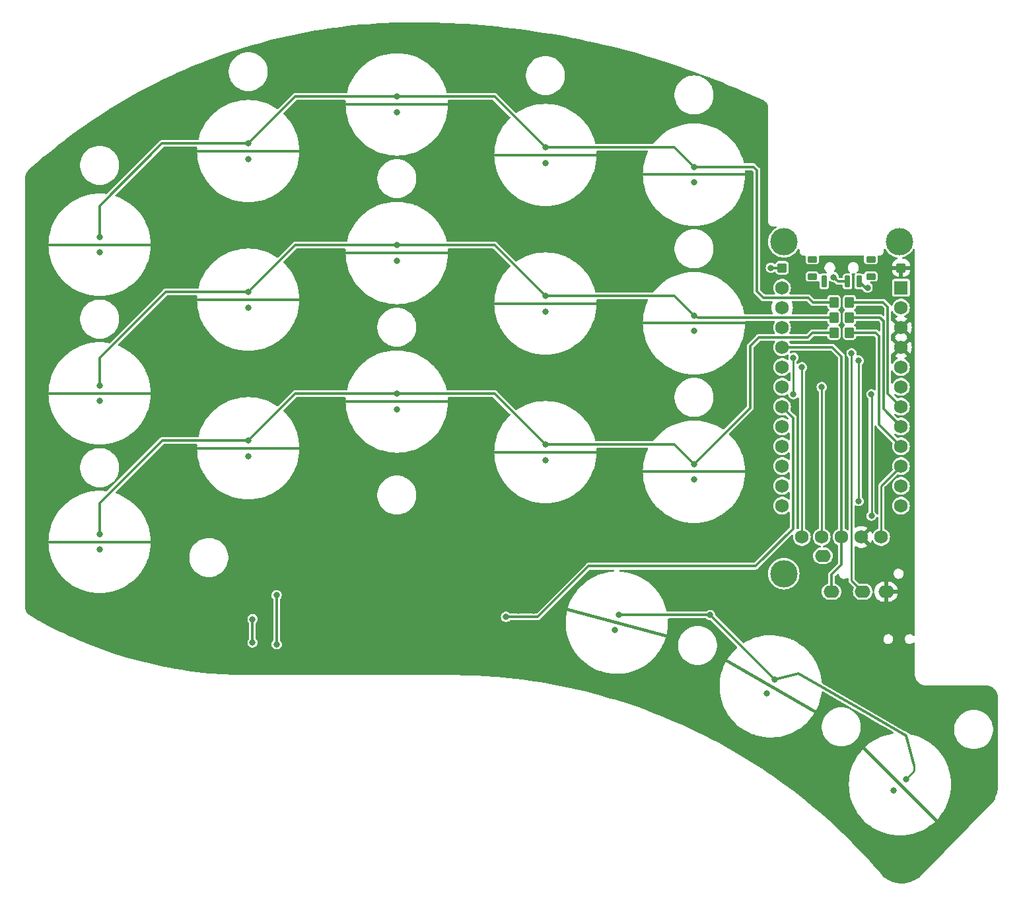
<source format=gbl>
%TF.GenerationSoftware,KiCad,Pcbnew,7.0.5*%
%TF.CreationDate,2023-10-28T19:32:10+05:30*%
%TF.ProjectId,tako_left,74616b6f-5f6c-4656-9674-2e6b69636164,rev?*%
%TF.SameCoordinates,Original*%
%TF.FileFunction,Copper,L2,Bot*%
%TF.FilePolarity,Positive*%
%FSLAX46Y46*%
G04 Gerber Fmt 4.6, Leading zero omitted, Abs format (unit mm)*
G04 Created by KiCad (PCBNEW 7.0.5) date 2023-10-28 19:32:10*
%MOMM*%
%LPD*%
G01*
G04 APERTURE LIST*
G04 Aperture macros list*
%AMRoundRect*
0 Rectangle with rounded corners*
0 $1 Rounding radius*
0 $2 $3 $4 $5 $6 $7 $8 $9 X,Y pos of 4 corners*
0 Add a 4 corners polygon primitive as box body*
4,1,4,$2,$3,$4,$5,$6,$7,$8,$9,$2,$3,0*
0 Add four circle primitives for the rounded corners*
1,1,$1+$1,$2,$3*
1,1,$1+$1,$4,$5*
1,1,$1+$1,$6,$7*
1,1,$1+$1,$8,$9*
0 Add four rect primitives between the rounded corners*
20,1,$1+$1,$2,$3,$4,$5,0*
20,1,$1+$1,$4,$5,$6,$7,0*
20,1,$1+$1,$6,$7,$8,$9,0*
20,1,$1+$1,$8,$9,$2,$3,0*%
%AMFreePoly0*
4,1,17,0.124698,6.656366,0.180194,6.586777,0.200000,6.500000,0.200000,-6.500000,0.180194,-6.586777,0.124698,-6.656366,0.044504,-6.694986,-0.044504,-6.694986,-0.124698,-6.656366,-0.180194,-6.586777,-0.200000,-6.500000,-0.200000,6.500000,-0.180194,6.586777,-0.124698,6.656366,-0.044504,6.694986,0.044504,6.694986,0.124698,6.656366,0.124698,6.656366,$1*%
G04 Aperture macros list end*
%TA.AperFunction,SMDPad,CuDef*%
%ADD10FreePoly0,90.000000*%
%TD*%
%TA.AperFunction,SMDPad,CuDef*%
%ADD11RoundRect,0.312500X-0.312500X-0.312500X0.312500X-0.312500X0.312500X0.312500X-0.312500X0.312500X0*%
%TD*%
%TA.AperFunction,ComponentPad*%
%ADD12C,3.500000*%
%TD*%
%TA.AperFunction,ComponentPad*%
%ADD13O,2.000000X1.600000*%
%TD*%
%TA.AperFunction,SMDPad,CuDef*%
%ADD14FreePoly0,60.000000*%
%TD*%
%TA.AperFunction,SMDPad,CuDef*%
%ADD15FreePoly0,75.000000*%
%TD*%
%TA.AperFunction,ComponentPad*%
%ADD16C,1.752600*%
%TD*%
%TA.AperFunction,SMDPad,CuDef*%
%ADD17RoundRect,0.312500X0.312500X0.312500X-0.312500X0.312500X-0.312500X-0.312500X0.312500X-0.312500X0*%
%TD*%
%TA.AperFunction,SMDPad,CuDef*%
%ADD18FreePoly0,45.000000*%
%TD*%
%TA.AperFunction,SMDPad,CuDef*%
%ADD19RoundRect,0.120000X-0.480000X-0.280000X0.480000X-0.280000X0.480000X0.280000X-0.480000X0.280000X0*%
%TD*%
%TA.AperFunction,SMDPad,CuDef*%
%ADD20RoundRect,0.105000X-0.245000X-0.645000X0.245000X-0.645000X0.245000X0.645000X-0.245000X0.645000X0*%
%TD*%
%TA.AperFunction,ComponentPad*%
%ADD21R,1.752600X1.752600*%
%TD*%
%TA.AperFunction,SMDPad,CuDef*%
%ADD22RoundRect,0.250000X0.350000X0.450000X-0.350000X0.450000X-0.350000X-0.450000X0.350000X-0.450000X0*%
%TD*%
%TA.AperFunction,SMDPad,CuDef*%
%ADD23RoundRect,0.250000X-0.350000X-0.450000X0.350000X-0.450000X0.350000X0.450000X-0.350000X0.450000X0*%
%TD*%
%TA.AperFunction,ViaPad*%
%ADD24C,0.800000*%
%TD*%
%TA.AperFunction,Conductor*%
%ADD25C,0.350000*%
%TD*%
%TA.AperFunction,Conductor*%
%ADD26C,0.250000*%
%TD*%
G04 APERTURE END LIST*
D10*
%TO.P,SW5,3,SG*%
%TO.N,GND*%
X238839549Y-45859992D03*
%TD*%
%TO.P,SW13,3,SG*%
%TO.N,GND*%
X200739550Y-74959991D03*
%TD*%
%TO.P,SW12,3,SG*%
%TO.N,GND*%
X181689550Y-80960500D03*
%TD*%
%TO.P,SW4,3,SG*%
%TO.N,GND*%
X219789550Y-43360005D03*
%TD*%
%TO.P,SW15,3,SG*%
%TO.N,GND*%
X238839549Y-83959994D03*
%TD*%
%TO.P,SW6,3,SG*%
%TO.N,GND*%
X162639552Y-73910492D03*
%TD*%
D11*
%TO.P,BAT_HOLE+1,1,1*%
%TO.N,BAT+*%
X250116908Y-57819421D03*
%TD*%
D10*
%TO.P,SW3,3,SG*%
%TO.N,GND*%
X200739540Y-36859996D03*
%TD*%
D12*
%TO.P,H17,*%
%TO.N,*%
X250364002Y-97039421D03*
%TD*%
D10*
%TO.P,SW11,3,SG*%
%TO.N,GND*%
X162639550Y-92960494D03*
%TD*%
D12*
%TO.P,H15,*%
%TO.N,*%
X250364001Y-54480531D03*
%TD*%
D10*
%TO.P,SW2,3,SG*%
%TO.N,GND*%
X181689546Y-42860498D03*
%TD*%
D13*
%TO.P,J1,A*%
%TO.N,unconnected-(J1-PadA)*%
X255365975Y-94739423D03*
%TO.P,J1,B*%
%TO.N,GND*%
X263465975Y-99339423D03*
%TO.P,J1,C*%
%TO.N,DATA*%
X260465975Y-99339423D03*
%TO.P,J1,D*%
%TO.N,+3.3V*%
X256465975Y-99339423D03*
%TD*%
D14*
%TO.P,SW17,3,SG*%
%TO.N,GND*%
X248689516Y-111480384D03*
%TD*%
D10*
%TO.P,SW9,3,SG*%
%TO.N,GND*%
X219789550Y-62409994D03*
%TD*%
%TO.P,SW7,3,SG*%
%TO.N,GND*%
X181689551Y-61910495D03*
%TD*%
%TO.P,SW14,3,SG*%
%TO.N,GND*%
X219789545Y-81459993D03*
%TD*%
%TO.P,SW1,3,SG*%
%TO.N,GND*%
X162639540Y-54860494D03*
%TD*%
%TO.P,SW10,3,SG*%
%TO.N,GND*%
X238839548Y-64909997D03*
%TD*%
D15*
%TO.P,SW18,3,SG*%
%TO.N,GND*%
X228942589Y-103300695D03*
%TD*%
D10*
%TO.P,SW8,3,SG*%
%TO.N,GND*%
X200739544Y-55909999D03*
%TD*%
D16*
%TO.P,DISP1,1,MOSI*%
%TO.N,MOSI*%
X252674330Y-92332635D03*
%TO.P,DISP1,2,SCK*%
%TO.N,SCK*%
X255214330Y-92332635D03*
%TO.P,DISP1,3,VCC*%
%TO.N,+3.3V*%
X257754330Y-92332635D03*
%TO.P,DISP1,4,GND*%
%TO.N,GND*%
X260294330Y-92332635D03*
%TO.P,DISP1,5,CS*%
%TO.N,CS*%
X262834330Y-92332635D03*
%TD*%
D12*
%TO.P,H16,*%
%TO.N,*%
X265145326Y-54480079D03*
%TD*%
D17*
%TO.P,BAT_HOLE-1,1,1*%
%TO.N,GND*%
X265390409Y-57819423D03*
%TD*%
D18*
%TO.P,SW16,3,SG*%
%TO.N,GND*%
X265249073Y-124047750D03*
%TD*%
D19*
%TO.P,PSW1,*%
%TO.N,*%
X254004580Y-56712138D03*
X254004580Y-58922138D03*
X261504580Y-56712138D03*
X261504580Y-58922138D03*
D20*
%TO.P,PSW1,1,A*%
%TO.N,unconnected-(PSW1-A-Pad1)*%
X255504580Y-59572138D03*
%TO.P,PSW1,2,B*%
%TO.N,BAT+*%
X258504580Y-59572138D03*
%TO.P,PSW1,3,C*%
%TO.N,RAW*%
X260004580Y-59572138D03*
%TD*%
D21*
%TO.P,U1,1,TX0/D3*%
%TO.N,DATA*%
X265374575Y-60373659D03*
D16*
%TO.P,U1,2,RX1/D2*%
%TO.N,HAND*%
X265374575Y-62913659D03*
%TO.P,U1,3,GND*%
%TO.N,GND*%
X265374575Y-65453659D03*
%TO.P,U1,4,GND*%
X265374575Y-67993659D03*
%TO.P,U1,5,2/D1/SDA*%
%TO.N,MOSI*%
X265374575Y-70533659D03*
%TO.P,U1,6,3/D0/SCL*%
%TO.N,SCK*%
X265374575Y-73073659D03*
%TO.P,U1,7,4/D4*%
%TO.N,ROW0*%
X265374575Y-75613659D03*
%TO.P,U1,8,5/C6*%
%TO.N,ROW1*%
X265374575Y-78153659D03*
%TO.P,U1,9,6/D7*%
%TO.N,ROW2*%
X265374575Y-80693659D03*
%TO.P,U1,10,7/E6*%
%TO.N,CS*%
X265374575Y-83233659D03*
%TO.P,U1,11,8/B4*%
%TO.N,unconnected-(U1-8{slash}B4-Pad11)*%
X265374575Y-85773659D03*
%TO.P,U1,12,9/B5*%
%TO.N,unconnected-(U1-9{slash}B5-Pad12)*%
X265374575Y-88313659D03*
%TO.P,U1,13,B6/10*%
%TO.N,APLEX_EN_PIN_0*%
X250134575Y-88313659D03*
%TO.P,U1,14,B2/16*%
%TO.N,ROW3*%
X250134575Y-85773659D03*
%TO.P,U1,15,B3/14*%
%TO.N,APLEX_OUT_PIN_0*%
X250134575Y-83233659D03*
%TO.P,U1,16,B1/15*%
%TO.N,POWER*%
X250134575Y-80693659D03*
%TO.P,U1,17,F7/A0*%
%TO.N,AMUX_SEL_2*%
X250134575Y-78153659D03*
%TO.P,U1,18,F6/A1*%
%TO.N,ADC*%
X250134575Y-75613659D03*
%TO.P,U1,19,F5/A2*%
%TO.N,AMUX_SEL_1*%
X250134575Y-73073659D03*
%TO.P,U1,20,F4/A3*%
%TO.N,AMUX_SEL_0*%
X250134575Y-70533659D03*
%TO.P,U1,21,VCC*%
%TO.N,+3.3V*%
X250134575Y-67993659D03*
%TO.P,U1,22,RST*%
%TO.N,RESET*%
X250134575Y-65453659D03*
%TO.P,U1,23,GND*%
%TO.N,GND*%
X250134575Y-62913659D03*
%TO.P,U1,24,RAW*%
%TO.N,RAW*%
X250134575Y-60373659D03*
%TD*%
D22*
%TO.P,R3,1*%
%TO.N,ROW2*%
X258772518Y-66142134D03*
%TO.P,R3,2*%
%TO.N,Net-(R3-Pad2)*%
X256772518Y-66142134D03*
%TD*%
%TO.P,R2,1*%
%TO.N,ROW1*%
X258772513Y-64192137D03*
%TO.P,R2,2*%
%TO.N,Net-(R2-Pad2)*%
X256772513Y-64192137D03*
%TD*%
D23*
%TO.P,R1,1*%
%TO.N,Net-(R1-Pad1)*%
X256772514Y-62242136D03*
%TO.P,R1,2*%
%TO.N,ROW0*%
X258772514Y-62242136D03*
%TD*%
D24*
%TO.N,GND*%
X260189969Y-61216057D03*
X194088549Y-95598991D03*
X186201834Y-103439598D03*
X186488552Y-93842492D03*
X234589550Y-91529990D03*
X192676256Y-72950602D03*
X229509548Y-91529992D03*
X180738550Y-103459422D03*
X173456255Y-59900600D03*
X186368548Y-106898991D03*
X232049547Y-91529992D03*
X228676259Y-60450602D03*
X230676257Y-62450599D03*
X239669549Y-91529989D03*
X224429549Y-91529989D03*
X170089736Y-63350052D03*
X218289546Y-103382637D03*
X176488549Y-102398990D03*
X173416257Y-80960603D03*
X212190408Y-95509423D03*
X190676255Y-72950602D03*
X196489547Y-91529992D03*
X204288548Y-99998989D03*
X204148548Y-106898991D03*
X216809551Y-91529992D03*
X190804486Y-93842492D03*
X204109547Y-91529992D03*
X209676255Y-72950599D03*
X216848547Y-106898991D03*
X218289550Y-101782634D03*
X192189550Y-102040490D03*
X168675526Y-61935838D03*
X170916255Y-78960598D03*
X237129549Y-91529992D03*
X228676260Y-62450601D03*
X180738550Y-105459421D03*
X196528547Y-106898990D03*
X197840408Y-104609424D03*
X183738550Y-105459423D03*
X183738550Y-103459423D03*
X168481006Y-80726494D03*
X206688549Y-106898991D03*
X214269547Y-91529991D03*
X211676256Y-74950602D03*
X221889549Y-91529991D03*
X206649547Y-91529992D03*
X192676258Y-74950601D03*
X228676258Y-81450600D03*
X190676258Y-74950603D03*
X211666260Y-55910601D03*
X179926834Y-98339598D03*
X188908550Y-106898990D03*
X230676256Y-81450604D03*
X173456258Y-61900604D03*
X199068548Y-106898989D03*
X255088553Y-65198993D03*
X211768547Y-106898990D03*
X201608547Y-106898991D03*
X199029546Y-91529991D03*
X209666255Y-55910603D03*
X201569548Y-91529992D03*
X260189967Y-67216055D03*
X260189968Y-63198991D03*
X192676257Y-53950600D03*
X194189549Y-102040493D03*
X169895222Y-82140707D03*
X190676256Y-53950602D03*
X216289546Y-101782635D03*
X171456255Y-61900602D03*
X204988550Y-95898989D03*
X198189547Y-102040493D03*
X242209547Y-91529990D03*
X214308551Y-106898991D03*
X219349547Y-91529989D03*
X260189964Y-65098991D03*
X211666254Y-53910601D03*
X230676256Y-79450602D03*
X190676256Y-55950601D03*
X209189550Y-91529990D03*
X216289551Y-103382635D03*
X211676257Y-72950603D03*
X209666259Y-53910603D03*
X204290408Y-103859422D03*
X254988550Y-63198991D03*
X192676257Y-55950604D03*
X167261311Y-63350051D03*
X209676256Y-74950600D03*
X190189549Y-102042491D03*
X252288551Y-63198991D03*
X211729550Y-91529992D03*
X167066791Y-82140706D03*
X168675525Y-64764265D03*
X171456258Y-59900600D03*
X228676258Y-79450602D03*
X197044964Y-95666058D03*
X209228548Y-106898991D03*
X194309547Y-92580492D03*
X173416254Y-78960601D03*
X191448548Y-106898991D03*
X201122515Y-98942493D03*
X182238551Y-93842492D03*
X170916256Y-80960601D03*
X196189550Y-102040491D03*
X226969547Y-91529992D03*
X168481007Y-83554920D03*
X193988550Y-106897008D03*
X230676257Y-60450602D03*
X252288549Y-65198992D03*
%TO.N,MOSI*%
X252674328Y-70565709D03*
%TO.N,SCK*%
X255214329Y-73112048D03*
%TO.N,BAT+*%
X248689966Y-57816058D03*
X256740408Y-59009421D03*
%TO.N,RAW*%
X261090410Y-60359424D03*
%TO.N,Net-(R1-Pad1)*%
X238839548Y-44859994D03*
X219789552Y-42360001D03*
X200739540Y-35859996D03*
X181689543Y-41860498D03*
X162639541Y-53860499D03*
%TO.N,Net-(R2-Pad2)*%
X162639550Y-72910491D03*
X200739548Y-54909996D03*
X238839550Y-63909992D03*
X181689551Y-60910494D03*
X219789553Y-61409991D03*
%TO.N,Net-(R3-Pad2)*%
X238839549Y-82959995D03*
X219789545Y-80459995D03*
X162639550Y-91960494D03*
X200739548Y-73959993D03*
X181689549Y-79960497D03*
%TO.N,COL0*%
X264454422Y-124834003D03*
X162639550Y-74910488D03*
X162639542Y-55860497D03*
X162639550Y-93960492D03*
%TO.N,COL1*%
X248189512Y-112346411D03*
X181689549Y-62910496D03*
X182238551Y-102859423D03*
X181689546Y-43860500D03*
X182243717Y-105864591D03*
X181689553Y-81960496D03*
%TO.N,COL2*%
X228683771Y-104266622D03*
X200739548Y-75959992D03*
X200739547Y-56909996D03*
X185319367Y-99786656D03*
X200739543Y-37859997D03*
X185344765Y-106085857D03*
%TO.N,COL3*%
X219789549Y-44360001D03*
X219789552Y-63409993D03*
X219789543Y-82459992D03*
%TO.N,COL4*%
X238839550Y-84959994D03*
X238839549Y-46859994D03*
X238839549Y-65909998D03*
%TO.N,ADC*%
X214738549Y-102572135D03*
%TO.N,DATA*%
X259031131Y-68780491D03*
%TO.N,RESET*%
X251589553Y-69330491D03*
X251589551Y-74030492D03*
X261579894Y-74030492D03*
X261588548Y-89598990D03*
%TO.N,Net-(R4-Pad2)*%
X229201412Y-102334771D03*
X265989051Y-123344341D03*
X240909925Y-102334773D03*
X249189511Y-110614362D03*
%TO.N,HAND*%
X259939966Y-87716056D03*
X259939966Y-69716056D03*
%TD*%
D25*
%TO.N,+3.3V*%
X257754330Y-95882271D02*
X257754328Y-92332635D01*
X257754332Y-69180423D02*
X257754330Y-92332635D01*
X256465971Y-99339424D02*
X256465972Y-97170627D01*
X250134576Y-67993660D02*
X256567566Y-67993660D01*
X256465972Y-97170627D02*
X257754330Y-95882271D01*
X256567566Y-67993660D02*
X257754332Y-69180423D01*
D26*
%TO.N,MOSI*%
X252674328Y-70565709D02*
X252674330Y-92332634D01*
%TO.N,SCK*%
X255214329Y-73112048D02*
X255214331Y-92332638D01*
%TO.N,CS*%
X262834333Y-85773907D02*
X265374576Y-83233662D01*
X262834328Y-92332633D02*
X262834333Y-85773907D01*
D25*
%TO.N,BAT+*%
X248689966Y-57816058D02*
X250113541Y-57816056D01*
X257303118Y-59572134D02*
X258504578Y-59572133D01*
X250113541Y-57816056D02*
X250116908Y-57819421D01*
X256740408Y-59009421D02*
X257303118Y-59572134D01*
%TO.N,RAW*%
X261090410Y-60359424D02*
X260791867Y-60359424D01*
X260791867Y-60359424D02*
X260004580Y-59572134D01*
%TO.N,Net-(R1-Pad1)*%
X253466044Y-61642135D02*
X254066042Y-62242135D01*
X219789552Y-42360001D02*
X213289548Y-35859997D01*
X246922514Y-45348609D02*
X246922517Y-60848607D01*
X213289548Y-35859997D02*
X200739540Y-35859996D01*
X247716042Y-61642132D02*
X253466044Y-61642135D01*
X219789552Y-42360001D02*
X236339555Y-42359999D01*
X181689543Y-41860498D02*
X170634351Y-41860498D01*
X162639542Y-49855301D02*
X162639541Y-53860499D01*
X238839548Y-44859994D02*
X246433903Y-44859994D01*
X170634351Y-41860498D02*
X162639542Y-49855301D01*
X181689543Y-41860498D02*
X187690044Y-35859996D01*
X236339555Y-42359999D02*
X238839548Y-44859994D01*
X246922517Y-60848607D02*
X247716042Y-61642132D01*
X246433903Y-44859994D02*
X246922514Y-45348609D01*
X254066042Y-62242135D02*
X256772513Y-62242134D01*
X187690044Y-35859996D02*
X200739540Y-35859996D01*
%TO.N,ROW0*%
X263692713Y-73931797D02*
X265374578Y-75613658D01*
X258772515Y-62242136D02*
X263094703Y-62242133D01*
X263692714Y-62840145D02*
X263692713Y-73931797D01*
X263094703Y-62242133D02*
X263692714Y-62840145D01*
%TO.N,ROW1*%
X263142715Y-64665145D02*
X263142715Y-75921796D01*
X258772515Y-64192136D02*
X262669703Y-64192135D01*
X263142715Y-75921796D02*
X265374576Y-78153660D01*
X262669703Y-64192135D02*
X263142715Y-64665145D01*
%TO.N,Net-(R2-Pad2)*%
X162639552Y-69385478D02*
X171114538Y-60910495D01*
X238839550Y-63909992D02*
X236339546Y-61409991D01*
X171114538Y-60910495D02*
X181689551Y-60910494D01*
X239328799Y-64192135D02*
X256772518Y-64192135D01*
X162639550Y-72910491D02*
X162639552Y-69385478D01*
X236339546Y-61409991D02*
X219789553Y-61409991D01*
X187690047Y-54909997D02*
X200739548Y-54909996D01*
X181689551Y-60910494D02*
X187690047Y-54909997D01*
X200739548Y-54909996D02*
X213289552Y-54909996D01*
X238839550Y-63909992D02*
X238975247Y-64045691D01*
X213289552Y-54909996D02*
X219789553Y-61409991D01*
X238975262Y-64045676D02*
G75*
G03*
X239328799Y-64192135I353538J353476D01*
G01*
%TO.N,ROW2*%
X262119703Y-66142134D02*
X262592714Y-66615146D01*
X262592714Y-66615146D02*
X262592714Y-77911797D01*
X258772516Y-66142134D02*
X262119703Y-66142134D01*
X262592714Y-77911797D02*
X265374578Y-80693659D01*
%TO.N,Net-(R3-Pad2)*%
X213289541Y-73959994D02*
X219789545Y-80459995D01*
X187690053Y-73959991D02*
X200739548Y-73959993D01*
X247188887Y-66717134D02*
X253438885Y-66717136D01*
X162639550Y-91960494D02*
X162639547Y-87987311D01*
X246022513Y-67883509D02*
X247188887Y-66717134D01*
X254013889Y-66142134D02*
X256772518Y-66142134D01*
X238839549Y-82959995D02*
X246022513Y-75777034D01*
X219789545Y-80459995D02*
X236339548Y-80459995D01*
X170666359Y-79960495D02*
X181689549Y-79960497D01*
X253438885Y-66717136D02*
X254013889Y-66142134D01*
X162639547Y-87987311D02*
X170666359Y-79960495D01*
X246022513Y-75777034D02*
X246022513Y-67883509D01*
X236339548Y-80459995D02*
X238839549Y-82959995D01*
X181689549Y-79960497D02*
X187690053Y-73959991D01*
X200739548Y-73959993D02*
X213289541Y-73959994D01*
%TO.N,COL1*%
X182238546Y-105859424D02*
X182238551Y-102859423D01*
%TO.N,COL2*%
X185319368Y-106060457D02*
X185344765Y-106085857D01*
X185319367Y-99786656D02*
X185319368Y-106060457D01*
%TO.N,ADC*%
X218800050Y-102572136D02*
X225291693Y-96080492D01*
X214738549Y-102572135D02*
X218800050Y-102572136D01*
X251559548Y-91256787D02*
X251559549Y-77038634D01*
X251559549Y-77038634D02*
X250134577Y-75613660D01*
X225291693Y-96080492D02*
X246735845Y-96080493D01*
X246735845Y-96080493D02*
X251559548Y-91256787D01*
D26*
%TO.N,DATA*%
X259031132Y-97904583D02*
X260465974Y-99339422D01*
X259031131Y-68780491D02*
X259031133Y-97670626D01*
X259031133Y-97670626D02*
X259031132Y-97904583D01*
%TO.N,RESET*%
X261588548Y-74039143D02*
X261588548Y-89598990D01*
X251589553Y-69330491D02*
X251589551Y-74030492D01*
X261579894Y-74030492D02*
X261588548Y-74039143D01*
%TO.N,Net-(R4-Pad2)*%
X265989051Y-123344341D02*
X267083745Y-122249648D01*
D25*
X266070366Y-117818704D02*
X267083742Y-121600680D01*
X249189511Y-110614362D02*
X240909925Y-102334773D01*
X260945056Y-114859601D02*
X266070366Y-117818704D01*
X252196521Y-109808635D02*
X260945056Y-114859601D01*
X249189511Y-110614362D02*
X252196521Y-109808635D01*
D26*
X267083745Y-122249648D02*
X267083742Y-121600680D01*
D25*
X240909925Y-102334773D02*
X229201412Y-102334771D01*
D26*
%TO.N,HAND*%
X259939966Y-69716056D02*
X259939966Y-87716056D01*
%TD*%
%TA.AperFunction,Conductor*%
%TO.N,GND*%
G36*
X264855169Y-68178256D02*
G01*
X264924233Y-68311545D01*
X265026698Y-68421257D01*
X265154963Y-68499257D01*
X265212160Y-68515283D01*
X264590144Y-69137299D01*
X264614834Y-69156516D01*
X264614841Y-69156521D01*
X264816602Y-69265707D01*
X264816604Y-69265709D01*
X264861726Y-69281199D01*
X264919661Y-69322236D01*
X264946213Y-69388080D01*
X264932952Y-69457827D01*
X264884088Y-69509333D01*
X264873549Y-69514396D01*
X264873589Y-69514476D01*
X264868371Y-69517074D01*
X264690196Y-69627396D01*
X264535323Y-69768581D01*
X264409032Y-69935817D01*
X264409031Y-69935817D01*
X264361002Y-70032273D01*
X264312733Y-70084336D01*
X264243978Y-70102038D01*
X264176568Y-70079758D01*
X264131904Y-70024571D01*
X264122213Y-69976114D01*
X264122213Y-68904832D01*
X264142215Y-68836712D01*
X264195871Y-68790219D01*
X264223300Y-68785721D01*
X264850970Y-68158051D01*
X264855169Y-68178256D01*
G37*
%TD.AperFunction*%
%TA.AperFunction,Conductor*%
G36*
X264855169Y-65638256D02*
G01*
X264924233Y-65771545D01*
X265026698Y-65881257D01*
X265154963Y-65959257D01*
X265212160Y-65975283D01*
X264590144Y-66597298D01*
X264614838Y-66616517D01*
X264617370Y-66618172D01*
X264618174Y-66619114D01*
X264618951Y-66619719D01*
X264618826Y-66619878D01*
X264663461Y-66672174D01*
X264673039Y-66742522D01*
X264643064Y-66806880D01*
X264617384Y-66829134D01*
X264614854Y-66830786D01*
X264590144Y-66850017D01*
X264590144Y-66850019D01*
X265209914Y-67469789D01*
X265088163Y-67522674D01*
X264971713Y-67617413D01*
X264885142Y-67740056D01*
X264852791Y-67831084D01*
X264222355Y-67200648D01*
X264191388Y-67194941D01*
X264139609Y-67146367D01*
X264122213Y-67082482D01*
X264122213Y-66364833D01*
X264142215Y-66296712D01*
X264195871Y-66250219D01*
X264223300Y-66245721D01*
X264850970Y-65618051D01*
X264855169Y-65638256D01*
G37*
%TD.AperFunction*%
%TA.AperFunction,Conductor*%
G36*
X255865562Y-64641637D02*
G01*
X255912055Y-64695293D01*
X255922719Y-64734167D01*
X255924472Y-64750477D01*
X255924472Y-64750478D01*
X255975170Y-64886403D01*
X255992832Y-64909996D01*
X256062109Y-65002541D01*
X256147240Y-65066269D01*
X256189787Y-65123103D01*
X256194853Y-65193919D01*
X256160828Y-65256232D01*
X256147245Y-65268002D01*
X256134316Y-65277681D01*
X256062112Y-65331731D01*
X255975175Y-65447868D01*
X255924480Y-65583784D01*
X255924479Y-65583789D01*
X255924478Y-65583792D01*
X255922724Y-65600103D01*
X255895556Y-65665694D01*
X255837239Y-65706186D01*
X255797447Y-65712634D01*
X254041554Y-65712634D01*
X254034495Y-65712238D01*
X253997649Y-65708086D01*
X253997648Y-65708086D01*
X253997647Y-65708086D01*
X253943075Y-65718411D01*
X253940755Y-65718805D01*
X253885859Y-65727080D01*
X253878126Y-65729465D01*
X253870429Y-65732158D01*
X253821333Y-65758105D01*
X253819232Y-65759166D01*
X253769210Y-65783255D01*
X253762506Y-65787825D01*
X253755957Y-65792659D01*
X253716692Y-65831924D01*
X253714998Y-65833556D01*
X253674300Y-65871321D01*
X253668412Y-65878704D01*
X253667695Y-65878132D01*
X253658478Y-65890137D01*
X253297885Y-66250730D01*
X253235573Y-66284756D01*
X253208790Y-66287635D01*
X251174839Y-66287635D01*
X251106718Y-66267633D01*
X251060225Y-66213977D01*
X251050121Y-66143703D01*
X251074290Y-66085702D01*
X251075660Y-66083887D01*
X251100119Y-66051499D01*
X251193531Y-65863901D01*
X251250883Y-65662333D01*
X251270219Y-65453659D01*
X251250883Y-65244985D01*
X251193531Y-65043417D01*
X251100119Y-64855819D01*
X251100117Y-64855817D01*
X251100116Y-64855814D01*
X251075764Y-64823568D01*
X251050673Y-64757153D01*
X251065472Y-64687716D01*
X251115462Y-64637303D01*
X251176313Y-64621635D01*
X255797441Y-64621635D01*
X255865562Y-64641637D01*
G37*
%TD.AperFunction*%
%TA.AperFunction,Conductor*%
G36*
X262507728Y-64641637D02*
G01*
X262528702Y-64658539D01*
X262676309Y-64806145D01*
X262710334Y-64868457D01*
X262713214Y-64895241D01*
X262713214Y-65824049D01*
X262693212Y-65892170D01*
X262639556Y-65938663D01*
X262569282Y-65948767D01*
X262504702Y-65919273D01*
X262498119Y-65913144D01*
X262442960Y-65857986D01*
X262438248Y-65852713D01*
X262415137Y-65823732D01*
X262399204Y-65812869D01*
X262369243Y-65792442D01*
X262367338Y-65791090D01*
X262322667Y-65758120D01*
X262315485Y-65754324D01*
X262308163Y-65750798D01*
X262308161Y-65750797D01*
X262308158Y-65750796D01*
X262308156Y-65750795D01*
X262255089Y-65734425D01*
X262252853Y-65733690D01*
X262244119Y-65730634D01*
X262200454Y-65715355D01*
X262200453Y-65715354D01*
X262200451Y-65715354D01*
X262192475Y-65713844D01*
X262184440Y-65712634D01*
X262128896Y-65712634D01*
X262126541Y-65712590D01*
X262071070Y-65710514D01*
X262061692Y-65711572D01*
X262061588Y-65710657D01*
X262046576Y-65712634D01*
X259747589Y-65712634D01*
X259679468Y-65692632D01*
X259632975Y-65638976D01*
X259622311Y-65600102D01*
X259620558Y-65583792D01*
X259569860Y-65447867D01*
X259482922Y-65331730D01*
X259397789Y-65268001D01*
X259355243Y-65211166D01*
X259350177Y-65140351D01*
X259384202Y-65078038D01*
X259397784Y-65066269D01*
X259482917Y-65002541D01*
X259569855Y-64886404D01*
X259620553Y-64750479D01*
X259622307Y-64734162D01*
X259649478Y-64668571D01*
X259707797Y-64628082D01*
X259747585Y-64621635D01*
X262439607Y-64621635D01*
X262507728Y-64641637D01*
G37*
%TD.AperFunction*%
%TA.AperFunction,Conductor*%
G36*
X264330725Y-63375984D02*
G01*
X264361002Y-63415044D01*
X264409031Y-63511499D01*
X264456806Y-63574763D01*
X264522092Y-63661216D01*
X264535324Y-63678737D01*
X264690197Y-63819922D01*
X264868375Y-63930246D01*
X264868384Y-63930249D01*
X264873589Y-63932842D01*
X264872799Y-63934428D01*
X264922616Y-63972699D01*
X264946595Y-64039524D01*
X264930640Y-64108704D01*
X264879816Y-64158277D01*
X264861728Y-64166117D01*
X264816609Y-64181607D01*
X264816602Y-64181609D01*
X264614841Y-64290797D01*
X264614837Y-64290800D01*
X264590144Y-64310017D01*
X264590144Y-64310019D01*
X265209914Y-64929789D01*
X265088163Y-64982674D01*
X264971713Y-65077413D01*
X264885142Y-65200056D01*
X264852791Y-65291084D01*
X264222355Y-64660648D01*
X264191388Y-64654941D01*
X264139609Y-64606367D01*
X264122213Y-64542482D01*
X264122213Y-63471208D01*
X264142215Y-63403087D01*
X264195871Y-63356594D01*
X264266145Y-63346490D01*
X264330725Y-63375984D01*
G37*
%TD.AperFunction*%
%TA.AperFunction,Conductor*%
G36*
X262932728Y-62691635D02*
G01*
X262953702Y-62708538D01*
X263226308Y-62981144D01*
X263260334Y-63043456D01*
X263263213Y-63070239D01*
X263263212Y-63874049D01*
X263243210Y-63942170D01*
X263189554Y-63988663D01*
X263119280Y-63998766D01*
X263054699Y-63969273D01*
X263048117Y-63963144D01*
X262992967Y-63907995D01*
X262988256Y-63902723D01*
X262965140Y-63873737D01*
X262965137Y-63873733D01*
X262965133Y-63873730D01*
X262965132Y-63873729D01*
X262919230Y-63842432D01*
X262917310Y-63841070D01*
X262888653Y-63819921D01*
X262872661Y-63808118D01*
X262872659Y-63808117D01*
X262865491Y-63804327D01*
X262858157Y-63800796D01*
X262805099Y-63784430D01*
X262802863Y-63783694D01*
X262750452Y-63765355D01*
X262742470Y-63763844D01*
X262734440Y-63762635D01*
X262678895Y-63762635D01*
X262676540Y-63762591D01*
X262621069Y-63760515D01*
X262611687Y-63761573D01*
X262611584Y-63760659D01*
X262596573Y-63762635D01*
X259747584Y-63762635D01*
X259679463Y-63742633D01*
X259632970Y-63688977D01*
X259622306Y-63650100D01*
X259620553Y-63633797D01*
X259620553Y-63633795D01*
X259569855Y-63497870D01*
X259523489Y-63435932D01*
X259482917Y-63381733D01*
X259479270Y-63379003D01*
X259397785Y-63318004D01*
X259355238Y-63261169D01*
X259350173Y-63190353D01*
X259384198Y-63128041D01*
X259397775Y-63116276D01*
X259482918Y-63052540D01*
X259569856Y-62936403D01*
X259620554Y-62800478D01*
X259622307Y-62784165D01*
X259649475Y-62718574D01*
X259707792Y-62678083D01*
X259747579Y-62671634D01*
X262864607Y-62671633D01*
X262932728Y-62691635D01*
G37*
%TD.AperFunction*%
%TA.AperFunction,Conductor*%
G36*
X253304067Y-62091635D02*
G01*
X253325041Y-62108537D01*
X253432067Y-62215564D01*
X253742779Y-62526277D01*
X253747489Y-62531548D01*
X253769460Y-62559098D01*
X253770608Y-62560537D01*
X253813032Y-62589461D01*
X253816487Y-62591816D01*
X253818411Y-62593181D01*
X253863081Y-62626150D01*
X253870270Y-62629949D01*
X253877581Y-62633470D01*
X253877584Y-62633472D01*
X253930683Y-62649851D01*
X253932865Y-62650569D01*
X253985291Y-62668914D01*
X253985295Y-62668914D01*
X253993275Y-62670424D01*
X254001295Y-62671632D01*
X254001305Y-62671635D01*
X254056829Y-62671634D01*
X254059185Y-62671678D01*
X254063377Y-62671834D01*
X254114673Y-62673755D01*
X254114677Y-62673753D01*
X254124062Y-62672697D01*
X254124165Y-62673612D01*
X254139181Y-62671634D01*
X255797442Y-62671634D01*
X255865563Y-62691636D01*
X255912056Y-62745292D01*
X255922720Y-62784166D01*
X255924473Y-62800476D01*
X255924473Y-62800477D01*
X255975171Y-62936402D01*
X256062108Y-63052538D01*
X256062109Y-63052538D01*
X256062110Y-63052540D01*
X256147241Y-63116268D01*
X256189787Y-63173103D01*
X256194853Y-63243919D01*
X256160828Y-63306231D01*
X256147241Y-63318004D01*
X256062109Y-63381732D01*
X255975170Y-63497871D01*
X255924475Y-63633787D01*
X255924473Y-63633796D01*
X255922720Y-63650104D01*
X255895551Y-63715696D01*
X255837233Y-63756187D01*
X255797442Y-63762635D01*
X251465991Y-63762635D01*
X251397870Y-63742633D01*
X251351377Y-63688977D01*
X251341273Y-63618703D01*
X251354211Y-63579587D01*
X251354110Y-63579543D01*
X251354581Y-63578467D01*
X251355179Y-63576662D01*
X251356206Y-63574763D01*
X251448355Y-63364684D01*
X251448358Y-63364677D01*
X251504672Y-63142295D01*
X251523618Y-62913659D01*
X251504672Y-62685022D01*
X251448358Y-62462640D01*
X251448355Y-62462633D01*
X251354317Y-62248247D01*
X251345270Y-62177829D01*
X251375730Y-62113699D01*
X251436027Y-62076217D01*
X251469701Y-62071633D01*
X253235949Y-62071633D01*
X253304067Y-62091635D01*
G37*
%TD.AperFunction*%
%TA.AperFunction,Conductor*%
G36*
X203998688Y-26346594D02*
G01*
X203998688Y-26346604D01*
X203998732Y-26346594D01*
X204000165Y-26346607D01*
X204692895Y-26353219D01*
X205799694Y-26383582D01*
X205799694Y-26383616D01*
X205799840Y-26383587D01*
X206672624Y-26408572D01*
X207742702Y-26457517D01*
X207742944Y-26457600D01*
X207742946Y-26457528D01*
X207743172Y-26457538D01*
X208650897Y-26500865D01*
X209705228Y-26568423D01*
X210627103Y-26630069D01*
X211671969Y-26716224D01*
X212600541Y-26796136D01*
X213638492Y-26900856D01*
X214570459Y-26999002D01*
X215602937Y-27122274D01*
X216536184Y-27238593D01*
X217564015Y-27380412D01*
X218496979Y-27514814D01*
X219520542Y-27675163D01*
X220452223Y-27827573D01*
X221471596Y-28006415D01*
X222401222Y-28176755D01*
X223376048Y-28366212D01*
X223416439Y-28374062D01*
X223581443Y-28407561D01*
X224343316Y-28562240D01*
X225003772Y-28703175D01*
X225354443Y-28778006D01*
X225415949Y-28791719D01*
X226277660Y-28983851D01*
X227284730Y-29218077D01*
X228203600Y-29441434D01*
X229206559Y-29694115D01*
X230120566Y-29934845D01*
X231119200Y-30205943D01*
X232027632Y-30463831D01*
X233022184Y-30753441D01*
X233924116Y-31028180D01*
X234914597Y-31336355D01*
X235809078Y-31627581D01*
X236795882Y-31954514D01*
X237681592Y-32261689D01*
X238665455Y-32607732D01*
X239540256Y-32929946D01*
X240522478Y-33295722D01*
X241383324Y-33631579D01*
X242366368Y-34018266D01*
X243206648Y-34364709D01*
X244196562Y-34775149D01*
X244997592Y-35123433D01*
X244997585Y-35123450D01*
X244997716Y-35123487D01*
X246012182Y-35566009D01*
X246574511Y-35823371D01*
X246650852Y-35858310D01*
X246650849Y-35858315D01*
X246650889Y-35858327D01*
X247785878Y-36378320D01*
X247790923Y-36380913D01*
X247820658Y-36397926D01*
X247929488Y-36462154D01*
X247944790Y-36472786D01*
X247993050Y-36511926D01*
X247994919Y-36513505D01*
X248068493Y-36578277D01*
X248073904Y-36583657D01*
X248122057Y-36637722D01*
X248124772Y-36640985D01*
X248181698Y-36714295D01*
X248185119Y-36719157D01*
X248224617Y-36781339D01*
X248227564Y-36786502D01*
X248269724Y-36869180D01*
X248271524Y-36873024D01*
X248299997Y-36939592D01*
X248302572Y-36946790D01*
X248329919Y-37040876D01*
X248330575Y-37043314D01*
X248337562Y-37071570D01*
X248345482Y-37103595D01*
X248348607Y-37121973D01*
X248360347Y-37246043D01*
X248363297Y-37282514D01*
X248363502Y-37287596D01*
X248363502Y-51894226D01*
X248356000Y-51919775D01*
X248362932Y-51972409D01*
X248363472Y-51980640D01*
X248363475Y-52036919D01*
X248364722Y-52042380D01*
X248363220Y-52066901D01*
X248374971Y-52095267D01*
X248381403Y-52115445D01*
X248388579Y-52146880D01*
X248388580Y-52146882D01*
X248398126Y-52166703D01*
X248402524Y-52193411D01*
X248417337Y-52212714D01*
X248430896Y-52234745D01*
X248437519Y-52248497D01*
X248459775Y-52276403D01*
X248470934Y-52303735D01*
X248486141Y-52315403D01*
X248502785Y-52331738D01*
X248502846Y-52331678D01*
X248512853Y-52341685D01*
X248512792Y-52341745D01*
X248529122Y-52358381D01*
X248536229Y-52367643D01*
X248541219Y-52368330D01*
X248568122Y-52384743D01*
X248596031Y-52406998D01*
X248609787Y-52413622D01*
X248631819Y-52427179D01*
X248643515Y-52436153D01*
X248645627Y-52435928D01*
X248677824Y-52446384D01*
X248697651Y-52455932D01*
X248729090Y-52463107D01*
X248749263Y-52469537D01*
X248767203Y-52476967D01*
X248802137Y-52479778D01*
X248807612Y-52481028D01*
X248863658Y-52481027D01*
X248871903Y-52481568D01*
X248911576Y-52486799D01*
X248948966Y-52481016D01*
X249349661Y-52480970D01*
X249417783Y-52500964D01*
X249464282Y-52554615D01*
X249474394Y-52624887D01*
X249444908Y-52689472D01*
X249410060Y-52717557D01*
X249277516Y-52789931D01*
X249047985Y-52961757D01*
X249047976Y-52961765D01*
X248845235Y-53164506D01*
X248845227Y-53164515D01*
X248673403Y-53394044D01*
X248535985Y-53645705D01*
X248435782Y-53914363D01*
X248435782Y-53914364D01*
X248374836Y-54194528D01*
X248354381Y-54480530D01*
X248354381Y-54480531D01*
X248354820Y-54486666D01*
X248374836Y-54766533D01*
X248435782Y-55046697D01*
X248435782Y-55046698D01*
X248535985Y-55315356D01*
X248578912Y-55393970D01*
X248673154Y-55566562D01*
X248673403Y-55567017D01*
X248845227Y-55796546D01*
X248845230Y-55796549D01*
X248845232Y-55796552D01*
X249047980Y-55999300D01*
X249047983Y-55999302D01*
X249047985Y-55999304D01*
X249193173Y-56107991D01*
X249277518Y-56171131D01*
X249529175Y-56308546D01*
X249797826Y-56408747D01*
X249797829Y-56408747D01*
X249797833Y-56408749D01*
X249939318Y-56439527D01*
X250078002Y-56469696D01*
X250364001Y-56490151D01*
X250650000Y-56469696D01*
X250930167Y-56408749D01*
X250930168Y-56408749D01*
X250930169Y-56408748D01*
X250930176Y-56408747D01*
X251198827Y-56308546D01*
X251450484Y-56171131D01*
X251680022Y-55999300D01*
X251882770Y-55796552D01*
X252054601Y-55567014D01*
X252126985Y-55434451D01*
X252177185Y-55384252D01*
X252246559Y-55369160D01*
X252313079Y-55393970D01*
X252355626Y-55450806D01*
X252363571Y-55494821D01*
X252363593Y-55649798D01*
X252356623Y-55673545D01*
X252363065Y-55722528D01*
X252363603Y-55730734D01*
X252363605Y-55742428D01*
X252363678Y-55743173D01*
X252363672Y-55786810D01*
X252365342Y-55794129D01*
X252363865Y-55818169D01*
X252375297Y-55845777D01*
X252381726Y-55865957D01*
X252388755Y-55896768D01*
X252398791Y-55917615D01*
X252403142Y-55944057D01*
X252417726Y-55963067D01*
X252431282Y-55985101D01*
X252437676Y-55998381D01*
X252437675Y-55998381D01*
X252438051Y-55998852D01*
X252460437Y-56026929D01*
X252471528Y-56054100D01*
X252486561Y-56065637D01*
X252502882Y-56081657D01*
X252502982Y-56081558D01*
X252512990Y-56091567D01*
X252512889Y-56091667D01*
X252528910Y-56107991D01*
X252535848Y-56117035D01*
X252540712Y-56117705D01*
X252567615Y-56134121D01*
X252595390Y-56156273D01*
X252596158Y-56156885D01*
X252596159Y-56156886D01*
X252609433Y-56163279D01*
X252631471Y-56176842D01*
X252642789Y-56185528D01*
X252644722Y-56185322D01*
X252676921Y-56195782D01*
X252697769Y-56205823D01*
X252728581Y-56212855D01*
X252748764Y-56219289D01*
X252766155Y-56226493D01*
X252800416Y-56229251D01*
X252807721Y-56230919D01*
X252807722Y-56230919D01*
X252863814Y-56230919D01*
X252872009Y-56231454D01*
X252911270Y-56236598D01*
X252925531Y-56234391D01*
X252929962Y-56232329D01*
X252947265Y-56231027D01*
X252947964Y-56230919D01*
X252948703Y-56230919D01*
X252948785Y-56230912D01*
X253028527Y-56230907D01*
X253096646Y-56250905D01*
X253143142Y-56304558D01*
X253153251Y-56374831D01*
X253153216Y-56375071D01*
X253150080Y-56396591D01*
X253150080Y-56396596D01*
X253150080Y-56396598D01*
X253150080Y-57027678D01*
X253160686Y-57100474D01*
X253215580Y-57212760D01*
X253215581Y-57212761D01*
X253215582Y-57212763D01*
X253303954Y-57301135D01*
X253303955Y-57301135D01*
X253303958Y-57301138D01*
X253416244Y-57356032D01*
X253489040Y-57366638D01*
X253489046Y-57366638D01*
X254520114Y-57366638D01*
X254520120Y-57366638D01*
X254592916Y-57356032D01*
X254705202Y-57301138D01*
X254793580Y-57212760D01*
X254848474Y-57100474D01*
X254859080Y-57027678D01*
X254859080Y-56396598D01*
X254855926Y-56374955D01*
X254865898Y-56304662D01*
X254912290Y-56250919D01*
X254980371Y-56230788D01*
X260528594Y-56230446D01*
X260596713Y-56250444D01*
X260643209Y-56304097D01*
X260653318Y-56374370D01*
X260653283Y-56374609D01*
X260650082Y-56396585D01*
X260650080Y-56396598D01*
X260650080Y-57027678D01*
X260660686Y-57100474D01*
X260715580Y-57212760D01*
X260715581Y-57212761D01*
X260715582Y-57212763D01*
X260803954Y-57301135D01*
X260803955Y-57301135D01*
X260803958Y-57301138D01*
X260916244Y-57356032D01*
X260989040Y-57366638D01*
X260989046Y-57366638D01*
X262020114Y-57366638D01*
X262020120Y-57366638D01*
X262092916Y-57356032D01*
X262205202Y-57301138D01*
X262293580Y-57212760D01*
X262348474Y-57100474D01*
X262359080Y-57027678D01*
X262359080Y-56396598D01*
X262355859Y-56374491D01*
X262365831Y-56304200D01*
X262412223Y-56250457D01*
X262480305Y-56230327D01*
X262558002Y-56230322D01*
X262583770Y-56237887D01*
X262636726Y-56230901D01*
X262644956Y-56230359D01*
X262644956Y-56230360D01*
X262701347Y-56230345D01*
X262706549Y-56229156D01*
X262731130Y-56230655D01*
X262759587Y-56218862D01*
X262779756Y-56212429D01*
X262811296Y-56205223D01*
X262830976Y-56195741D01*
X262857709Y-56191334D01*
X262877047Y-56176494D01*
X262899076Y-56162934D01*
X262912898Y-56156275D01*
X262912898Y-56156274D01*
X262912902Y-56156273D01*
X262940712Y-56134091D01*
X262968062Y-56122921D01*
X262979749Y-56107691D01*
X262996122Y-56091009D01*
X262996067Y-56090954D01*
X263006069Y-56080950D01*
X263006124Y-56081005D01*
X263022813Y-56064623D01*
X263032106Y-56057490D01*
X263032794Y-56052495D01*
X263049212Y-56025583D01*
X263070169Y-55999304D01*
X263071392Y-55997771D01*
X263078055Y-55983938D01*
X263091611Y-55961910D01*
X263100621Y-55950168D01*
X263100394Y-55948039D01*
X263110856Y-55915840D01*
X263120335Y-55896162D01*
X263127541Y-55864613D01*
X263133970Y-55844451D01*
X263141433Y-55826438D01*
X263144257Y-55791427D01*
X263145449Y-55786211D01*
X263145460Y-55730174D01*
X263146004Y-55721921D01*
X263151258Y-55682171D01*
X263145471Y-55644678D01*
X263145492Y-55493885D01*
X263165504Y-55425770D01*
X263219166Y-55379285D01*
X263289441Y-55369191D01*
X263354018Y-55398693D01*
X263382079Y-55433520D01*
X263454726Y-55566563D01*
X263626552Y-55796094D01*
X263626555Y-55796097D01*
X263626557Y-55796100D01*
X263829305Y-55998848D01*
X263829308Y-55998850D01*
X263829310Y-55998852D01*
X263938980Y-56080950D01*
X264058843Y-56170679D01*
X264310500Y-56308094D01*
X264579151Y-56408295D01*
X264579154Y-56408295D01*
X264579158Y-56408297D01*
X264855174Y-56468341D01*
X264917486Y-56502366D01*
X264951512Y-56564678D01*
X264946447Y-56635494D01*
X264903900Y-56692329D01*
X264870006Y-56710390D01*
X264719655Y-56762999D01*
X264719654Y-56763000D01*
X264563097Y-56861370D01*
X264432356Y-56992111D01*
X264333986Y-57148668D01*
X264333985Y-57148669D01*
X264272920Y-57323186D01*
X264257409Y-57460841D01*
X264257409Y-57565423D01*
X266523409Y-57565423D01*
X266523409Y-57460841D01*
X266507897Y-57323186D01*
X266446832Y-57148669D01*
X266446831Y-57148668D01*
X266348461Y-56992111D01*
X266217720Y-56861370D01*
X266061163Y-56763000D01*
X266061162Y-56762999D01*
X265886645Y-56701934D01*
X265748990Y-56686423D01*
X265604940Y-56686423D01*
X265536819Y-56666421D01*
X265490326Y-56612765D01*
X265480222Y-56542491D01*
X265509716Y-56477911D01*
X265569442Y-56439527D01*
X265578157Y-56437303D01*
X265711492Y-56408297D01*
X265711493Y-56408297D01*
X265711494Y-56408296D01*
X265711501Y-56408295D01*
X265980152Y-56308094D01*
X266231809Y-56170679D01*
X266461347Y-55998848D01*
X266664095Y-55796100D01*
X266835926Y-55566562D01*
X266908162Y-55434270D01*
X266958364Y-55384069D01*
X267027739Y-55368977D01*
X267094259Y-55393788D01*
X267136806Y-55450623D01*
X267144750Y-55494657D01*
X267144639Y-69410519D01*
X267144447Y-93700181D01*
X267144442Y-94275715D01*
X267144446Y-94275766D01*
X267143839Y-104884489D01*
X267123833Y-104952609D01*
X267070175Y-104999099D01*
X266999900Y-105009198D01*
X266935321Y-104979702D01*
X266931607Y-104976351D01*
X266861553Y-104910565D01*
X266861552Y-104910564D01*
X266723062Y-104834429D01*
X266723059Y-104834428D01*
X266569997Y-104795128D01*
X266569991Y-104795127D01*
X266569990Y-104795127D01*
X266451621Y-104795127D01*
X266451618Y-104795127D01*
X266451606Y-104795128D01*
X266334182Y-104809962D01*
X266187238Y-104868141D01*
X266187235Y-104868142D01*
X266059385Y-104961031D01*
X266059384Y-104961032D01*
X265958646Y-105082804D01*
X265891357Y-105225799D01*
X265891355Y-105225805D01*
X265861744Y-105381032D01*
X265861744Y-105381039D01*
X265871666Y-105538761D01*
X265871666Y-105538763D01*
X265920504Y-105689068D01*
X265920506Y-105689072D01*
X265977871Y-105779464D01*
X266005185Y-105822504D01*
X266120389Y-105930689D01*
X266258879Y-106006824D01*
X266258882Y-106006825D01*
X266354170Y-106031291D01*
X266411952Y-106046127D01*
X266411955Y-106046127D01*
X266530317Y-106046127D01*
X266530321Y-106046127D01*
X266647763Y-106031291D01*
X266794703Y-105973113D01*
X266801496Y-105968178D01*
X266856690Y-105928077D01*
X266922558Y-105880221D01*
X266922561Y-105880217D01*
X266928336Y-105874795D01*
X266929785Y-105876338D01*
X266979506Y-105842742D01*
X267050484Y-105841108D01*
X267111078Y-105878106D01*
X267142050Y-105941991D01*
X267143778Y-105962796D01*
X267143558Y-109799687D01*
X267141495Y-109806710D01*
X267143366Y-109830741D01*
X267143556Y-109835632D01*
X267143556Y-109851783D01*
X267143590Y-109852142D01*
X267143518Y-109947545D01*
X267143518Y-109947553D01*
X267158147Y-110050408D01*
X267157499Y-110054862D01*
X267160025Y-110065499D01*
X267161102Y-110071181D01*
X267162999Y-110084519D01*
X267163437Y-110088503D01*
X267168380Y-110151986D01*
X267176183Y-110169093D01*
X267207492Y-110276933D01*
X267207475Y-110282430D01*
X267211757Y-110292891D01*
X267213955Y-110299193D01*
X267222057Y-110327096D01*
X267222852Y-110330111D01*
X267232830Y-110372140D01*
X267242382Y-110386951D01*
X267289292Y-110490920D01*
X267290237Y-110497713D01*
X267296623Y-110508272D01*
X267300143Y-110514970D01*
X267322905Y-110565418D01*
X267323007Y-110565607D01*
X267325863Y-110571647D01*
X267329393Y-110580271D01*
X267340110Y-110592551D01*
X267401631Y-110689569D01*
X267403902Y-110697481D01*
X267412330Y-110707501D01*
X267417328Y-110714323D01*
X267438525Y-110747750D01*
X267441946Y-110751760D01*
X267453906Y-110768332D01*
X267455970Y-110771744D01*
X267467237Y-110781398D01*
X267542022Y-110869040D01*
X267545911Y-110877731D01*
X267552543Y-110883501D01*
X267565681Y-110896766D01*
X267578665Y-110911982D01*
X267593660Y-110925217D01*
X267606705Y-110938574D01*
X267609818Y-110942275D01*
X267620984Y-110949331D01*
X267707366Y-111025571D01*
X267713079Y-111034640D01*
X267720203Y-111039113D01*
X267736581Y-111051355D01*
X267740534Y-111054844D01*
X267773627Y-111076612D01*
X267780357Y-111081717D01*
X267787636Y-111088050D01*
X267798090Y-111092703D01*
X267894060Y-111155829D01*
X267901701Y-111164839D01*
X267914735Y-111170430D01*
X267920744Y-111173395D01*
X267920892Y-111173478D01*
X267920908Y-111173489D01*
X267970976Y-111197093D01*
X267977612Y-111200723D01*
X267985625Y-111205754D01*
X267994838Y-111208342D01*
X268097998Y-111256977D01*
X268107572Y-111265478D01*
X268154468Y-111277444D01*
X268157465Y-111278288D01*
X268161916Y-111279661D01*
X268185297Y-111286874D01*
X268191563Y-111289177D01*
X268199817Y-111292718D01*
X268207448Y-111293709D01*
X268314713Y-111326802D01*
X268326167Y-111334386D01*
X268395121Y-111340902D01*
X268399093Y-111341404D01*
X268412385Y-111343522D01*
X268418033Y-111344690D01*
X268426796Y-111346926D01*
X268433124Y-111346826D01*
X268535701Y-111363167D01*
X268631746Y-111364696D01*
X268633485Y-111364887D01*
X268643545Y-111364887D01*
X268643600Y-111364887D01*
X268647508Y-111364948D01*
X268652457Y-111365220D01*
X268673418Y-111367200D01*
X268685829Y-111365915D01*
X268687815Y-111365593D01*
X268688789Y-111365608D01*
X268695742Y-111364888D01*
X276241367Y-111365096D01*
X276241376Y-111365099D01*
X276291810Y-111365099D01*
X276296285Y-111365258D01*
X276363804Y-111370085D01*
X276514386Y-111381933D01*
X276522803Y-111383173D01*
X276618221Y-111403928D01*
X276619306Y-111404176D01*
X276737637Y-111432582D01*
X276744928Y-111434808D01*
X276841600Y-111470863D01*
X276843572Y-111471638D01*
X276921893Y-111504078D01*
X276950767Y-111516038D01*
X276956854Y-111518950D01*
X277049246Y-111569397D01*
X277051955Y-111570965D01*
X277149061Y-111630470D01*
X277153889Y-111633746D01*
X277178322Y-111652035D01*
X277238917Y-111697394D01*
X277242056Y-111699905D01*
X277328068Y-111773364D01*
X277331669Y-111776693D01*
X277363114Y-111808137D01*
X277406965Y-111851987D01*
X277410319Y-111855616D01*
X277483768Y-111941612D01*
X277486279Y-111944750D01*
X277507466Y-111973051D01*
X277549921Y-112029763D01*
X277553205Y-112034602D01*
X277612703Y-112131692D01*
X277614281Y-112134418D01*
X277664729Y-112226805D01*
X277667642Y-112232893D01*
X277712028Y-112340050D01*
X277712851Y-112342142D01*
X277748874Y-112438719D01*
X277751107Y-112446035D01*
X277779482Y-112564218D01*
X277779783Y-112565534D01*
X277800509Y-112660812D01*
X277801757Y-112669281D01*
X277813930Y-112824306D01*
X277818396Y-112886743D01*
X277818557Y-112891240D01*
X277818557Y-124212985D01*
X277818474Y-124216209D01*
X277815707Y-124270228D01*
X277795950Y-124598442D01*
X277795439Y-124603501D01*
X277774780Y-124749232D01*
X277774519Y-124750906D01*
X277734419Y-124987760D01*
X277733637Y-124991636D01*
X277696797Y-125148633D01*
X277696091Y-125151368D01*
X277633664Y-125372353D01*
X277632835Y-125375052D01*
X277582083Y-125528130D01*
X277580721Y-125531843D01*
X277490976Y-125754650D01*
X277490322Y-125756213D01*
X277431668Y-125891235D01*
X277429456Y-125895812D01*
X277274845Y-126185335D01*
X277256273Y-126219376D01*
X277235667Y-126247207D01*
X267801735Y-135876029D01*
X267795599Y-135881524D01*
X267687541Y-135966246D01*
X267516161Y-136099640D01*
X267511239Y-136103106D01*
X267366916Y-136194773D01*
X267205717Y-136294770D01*
X267200854Y-136297496D01*
X267043136Y-136376971D01*
X266876939Y-136457064D01*
X266872232Y-136459101D01*
X266705886Y-136523177D01*
X266704423Y-136523720D01*
X266533299Y-136584814D01*
X266528834Y-136586224D01*
X266355837Y-136633840D01*
X266353895Y-136634342D01*
X266178400Y-136676684D01*
X266174250Y-136677539D01*
X265996764Y-136707915D01*
X265994340Y-136708282D01*
X265815936Y-136731712D01*
X265812165Y-136732092D01*
X265632207Y-136744787D01*
X265629312Y-136744924D01*
X265449710Y-136749310D01*
X265446365Y-136749303D01*
X265265953Y-136744130D01*
X265262614Y-136743946D01*
X265083533Y-136729274D01*
X265080651Y-136728971D01*
X264901747Y-136705992D01*
X264898003Y-136705396D01*
X264721221Y-136671780D01*
X264718821Y-136671275D01*
X264543382Y-136630783D01*
X264539288Y-136629692D01*
X264366496Y-136577361D01*
X264364585Y-136576749D01*
X264194588Y-136519294D01*
X264190211Y-136517631D01*
X264022939Y-136446863D01*
X264021510Y-136446237D01*
X263859038Y-136372704D01*
X263854456Y-136370402D01*
X263693181Y-136280953D01*
X263540215Y-136192537D01*
X263535520Y-136189538D01*
X263380403Y-136080530D01*
X263241497Y-135980696D01*
X263236778Y-135976949D01*
X263068951Y-135830107D01*
X262974240Y-135746658D01*
X262961377Y-135733539D01*
X262432864Y-135109351D01*
X262432864Y-135109350D01*
X261824430Y-134423078D01*
X261802100Y-134397319D01*
X261800650Y-134396256D01*
X261335651Y-133871769D01*
X261335646Y-133871764D01*
X261335642Y-133871759D01*
X260676490Y-133161527D01*
X260672486Y-133157121D01*
X260672239Y-133156947D01*
X260210548Y-132659478D01*
X260210539Y-132659468D01*
X259058134Y-131473099D01*
X258789982Y-131209331D01*
X257879041Y-130313284D01*
X257277199Y-129747651D01*
X256673821Y-129180575D01*
X256673807Y-129180562D01*
X256673787Y-129180544D01*
X255443171Y-128075628D01*
X255241398Y-127902596D01*
X254187643Y-126998940D01*
X254187609Y-126998912D01*
X254187596Y-126998901D01*
X252907979Y-125951145D01*
X252907978Y-125951144D01*
X252907957Y-125951127D01*
X251604753Y-124932713D01*
X250278707Y-123944225D01*
X248930504Y-122986176D01*
X248236991Y-122516742D01*
X247560858Y-122059072D01*
X246170429Y-121163360D01*
X246170427Y-121163359D01*
X246018573Y-121070356D01*
X244760002Y-120299546D01*
X243330272Y-119468055D01*
X243330271Y-119468054D01*
X243330241Y-119468037D01*
X241881969Y-118669313D01*
X241112779Y-118267659D01*
X240415894Y-117903760D01*
X240415846Y-117903736D01*
X240415795Y-117903710D01*
X238932777Y-117171777D01*
X238932775Y-117171776D01*
X237433379Y-116473739D01*
X237433368Y-116473734D01*
X237433344Y-116473723D01*
X236340219Y-115994788D01*
X235918447Y-115809995D01*
X234388817Y-115180912D01*
X233619453Y-114884789D01*
X232845250Y-114586803D01*
X232684403Y-114529062D01*
X231288636Y-114028008D01*
X231288588Y-114027992D01*
X231288590Y-114027992D01*
X231288577Y-114027988D01*
X229719587Y-113504750D01*
X229719560Y-113504741D01*
X229719534Y-113504733D01*
X228659288Y-113177776D01*
X228139094Y-113017359D01*
X227285702Y-112775319D01*
X226547942Y-112566076D01*
X226547923Y-112566071D01*
X226547916Y-112566069D01*
X226139013Y-112460090D01*
X224946882Y-112151114D01*
X223336816Y-111772708D01*
X223336785Y-111772701D01*
X221718565Y-111431049D01*
X221718520Y-111431040D01*
X220092934Y-111126309D01*
X220092928Y-111126308D01*
X219711546Y-111063764D01*
X218460793Y-110858649D01*
X217818881Y-110768332D01*
X216822962Y-110628206D01*
X215180400Y-110435113D01*
X215180379Y-110435111D01*
X215180362Y-110435109D01*
X213533766Y-110279447D01*
X213533756Y-110279446D01*
X213533732Y-110279444D01*
X211884049Y-110161302D01*
X211883961Y-110161297D01*
X211206151Y-110128242D01*
X211205940Y-110128168D01*
X211199855Y-110127935D01*
X210232134Y-110080742D01*
X210232100Y-110080741D01*
X210232080Y-110080740D01*
X209840998Y-110070582D01*
X209531211Y-110062537D01*
X209529938Y-110062127D01*
X209495932Y-110061621D01*
X209212815Y-110054268D01*
X208578701Y-110037799D01*
X208578698Y-110037798D01*
X208578660Y-110037798D01*
X207761796Y-110035183D01*
X207761398Y-110035151D01*
X207751834Y-110035151D01*
X207751739Y-110035151D01*
X207716083Y-110035008D01*
X207715576Y-110035151D01*
X181689872Y-110035488D01*
X180904656Y-110025484D01*
X180904629Y-110025475D01*
X180904576Y-110025483D01*
X180270720Y-110017000D01*
X180269156Y-110016960D01*
X179510312Y-109987947D01*
X179510228Y-109987918D01*
X179510073Y-109987938D01*
X178832663Y-109960742D01*
X178831180Y-109960665D01*
X178083293Y-109912969D01*
X178083288Y-109912968D01*
X178081463Y-109912852D01*
X177968661Y-109905297D01*
X177396623Y-109866986D01*
X177395223Y-109866877D01*
X176650358Y-109800287D01*
X175963421Y-109735787D01*
X175962104Y-109735650D01*
X175221226Y-109650345D01*
X174533620Y-109567178D01*
X173795773Y-109463118D01*
X173109350Y-109361400D01*
X172375041Y-109238689D01*
X171985719Y-109170311D01*
X171690962Y-109118541D01*
X170960585Y-108977275D01*
X170279521Y-108838786D01*
X169553192Y-108679010D01*
X168875782Y-108522290D01*
X168153961Y-108344116D01*
X167480905Y-108169312D01*
X166763856Y-107972811D01*
X166095710Y-107780068D01*
X165383886Y-107565364D01*
X164721233Y-107354854D01*
X164014980Y-107122045D01*
X163358329Y-106893934D01*
X162658060Y-106643150D01*
X162008161Y-106397718D01*
X161314018Y-106128989D01*
X160671659Y-105866568D01*
X159983823Y-105579929D01*
X159349790Y-105300896D01*
X158669007Y-104996620D01*
X158667804Y-104996067D01*
X158043793Y-104701280D01*
X157369252Y-104378936D01*
X157367992Y-104378317D01*
X156755480Y-104068662D01*
X156086052Y-103727553D01*
X156084738Y-103726863D01*
X155488278Y-103405013D01*
X155488306Y-103404959D01*
X155488065Y-103404898D01*
X154820248Y-103042894D01*
X154818882Y-103042132D01*
X154500939Y-102859426D01*
X181579244Y-102859426D01*
X181598400Y-103017202D01*
X181654763Y-103165815D01*
X181654766Y-103165821D01*
X181745052Y-103296623D01*
X181745055Y-103296626D01*
X181766603Y-103315716D01*
X181804328Y-103375860D01*
X181809049Y-103410028D01*
X181809046Y-105318565D01*
X181789044Y-105386686D01*
X181766603Y-105412874D01*
X181750219Y-105427389D01*
X181750217Y-105427391D01*
X181659932Y-105558192D01*
X181659929Y-105558198D01*
X181603566Y-105706811D01*
X181584410Y-105864587D01*
X181584410Y-105864594D01*
X181603566Y-106022370D01*
X181642147Y-106124097D01*
X181659930Y-106170986D01*
X181750219Y-106301792D01*
X181869188Y-106407190D01*
X181869189Y-106407190D01*
X181869191Y-106407192D01*
X181943917Y-106446411D01*
X182009924Y-106481054D01*
X182164246Y-106519091D01*
X182164247Y-106519091D01*
X182323187Y-106519091D01*
X182323188Y-106519091D01*
X182477510Y-106481054D01*
X182618246Y-106407190D01*
X182737215Y-106301792D01*
X182827504Y-106170986D01*
X182883866Y-106022373D01*
X182883866Y-106022372D01*
X182883867Y-106022370D01*
X182903024Y-105864594D01*
X182903024Y-105864587D01*
X182883867Y-105706811D01*
X182870255Y-105670921D01*
X182827504Y-105558196D01*
X182737215Y-105427390D01*
X182720830Y-105412874D01*
X182710492Y-105403715D01*
X182672767Y-105343571D01*
X182668046Y-105309403D01*
X182668046Y-105145593D01*
X182668049Y-103410025D01*
X182688051Y-103341908D01*
X182710489Y-103315724D01*
X182732049Y-103296624D01*
X182822338Y-103165818D01*
X182878700Y-103017205D01*
X182878700Y-103017204D01*
X182878701Y-103017202D01*
X182897858Y-102859426D01*
X182897858Y-102859419D01*
X182878701Y-102701643D01*
X182845905Y-102615169D01*
X182822338Y-102553028D01*
X182732049Y-102422222D01*
X182613080Y-102316824D01*
X182613079Y-102316823D01*
X182613076Y-102316821D01*
X182472348Y-102242962D01*
X182472346Y-102242961D01*
X182472344Y-102242960D01*
X182472342Y-102242959D01*
X182472341Y-102242959D01*
X182318023Y-102204923D01*
X182318022Y-102204923D01*
X182159080Y-102204923D01*
X182159078Y-102204923D01*
X182004760Y-102242959D01*
X182004753Y-102242962D01*
X181864025Y-102316821D01*
X181864020Y-102316825D01*
X181745052Y-102422223D01*
X181654766Y-102553024D01*
X181654763Y-102553030D01*
X181598400Y-102701643D01*
X181579244Y-102859419D01*
X181579244Y-102859426D01*
X154500939Y-102859426D01*
X154269624Y-102726501D01*
X154269634Y-102726482D01*
X154269554Y-102726461D01*
X153591783Y-102336405D01*
X153585659Y-102332391D01*
X153565020Y-102317071D01*
X153449798Y-102228477D01*
X153435509Y-102215644D01*
X153422303Y-102201826D01*
X153392810Y-102170964D01*
X153390686Y-102168626D01*
X153319320Y-102085911D01*
X153314790Y-102079983D01*
X153273970Y-102019438D01*
X153271197Y-102014924D01*
X153220378Y-101923737D01*
X153217996Y-101919001D01*
X153187980Y-101852444D01*
X153185315Y-101845457D01*
X153174243Y-101810288D01*
X153152513Y-101741265D01*
X153151633Y-101738199D01*
X153136089Y-101678360D01*
X153132698Y-101659506D01*
X153118147Y-101517029D01*
X153115665Y-101487765D01*
X153115442Y-101482490D01*
X153115442Y-99786659D01*
X184660060Y-99786659D01*
X184679216Y-99944435D01*
X184698743Y-99995921D01*
X184735580Y-100093051D01*
X184825869Y-100223857D01*
X184847421Y-100242950D01*
X184885145Y-100303091D01*
X184889867Y-100337261D01*
X184889866Y-105557751D01*
X184869864Y-105625872D01*
X184855702Y-105642402D01*
X184856321Y-105642950D01*
X184851268Y-105648652D01*
X184760980Y-105779458D01*
X184760977Y-105779464D01*
X184704614Y-105928077D01*
X184685458Y-106085853D01*
X184685458Y-106085860D01*
X184704614Y-106243636D01*
X184753212Y-106371776D01*
X184760978Y-106392252D01*
X184851267Y-106523058D01*
X184970236Y-106628456D01*
X184970237Y-106628456D01*
X184970239Y-106628458D01*
X184998233Y-106643150D01*
X185110972Y-106702320D01*
X185265294Y-106740357D01*
X185265295Y-106740357D01*
X185424235Y-106740357D01*
X185424236Y-106740357D01*
X185578558Y-106702320D01*
X185719294Y-106628456D01*
X185838263Y-106523058D01*
X185928552Y-106392252D01*
X185984914Y-106243639D01*
X185984914Y-106243638D01*
X185984915Y-106243636D01*
X186004072Y-106085860D01*
X186004072Y-106085853D01*
X185984915Y-105928077D01*
X185965963Y-105878106D01*
X185928552Y-105779462D01*
X185838263Y-105648656D01*
X185791312Y-105607061D01*
X185753588Y-105546917D01*
X185748867Y-105512750D01*
X185748867Y-100337261D01*
X185768869Y-100269140D01*
X185791309Y-100242953D01*
X185812865Y-100223857D01*
X185903154Y-100093051D01*
X185959516Y-99944438D01*
X185959516Y-99944437D01*
X185959517Y-99944435D01*
X185978674Y-99786659D01*
X185978674Y-99786652D01*
X185959517Y-99628876D01*
X185943284Y-99586073D01*
X185903154Y-99480261D01*
X185812865Y-99349455D01*
X185693896Y-99244057D01*
X185693895Y-99244056D01*
X185693892Y-99244054D01*
X185553164Y-99170195D01*
X185553162Y-99170194D01*
X185553160Y-99170193D01*
X185553158Y-99170192D01*
X185553157Y-99170192D01*
X185398839Y-99132156D01*
X185398838Y-99132156D01*
X185239896Y-99132156D01*
X185239894Y-99132156D01*
X185085576Y-99170192D01*
X185085569Y-99170195D01*
X184944841Y-99244054D01*
X184944836Y-99244058D01*
X184825868Y-99349456D01*
X184735582Y-99480257D01*
X184735579Y-99480263D01*
X184679216Y-99628876D01*
X184660060Y-99786652D01*
X184660060Y-99786659D01*
X153115442Y-99786659D01*
X153115441Y-86245959D01*
X153115441Y-86221128D01*
X153115439Y-86221009D01*
X153115439Y-83592801D01*
X160139050Y-83592801D01*
X160139051Y-83592820D01*
X160169204Y-83831502D01*
X160178484Y-83904961D01*
X160192614Y-83959993D01*
X160256731Y-84209715D01*
X160256732Y-84209718D01*
X160317999Y-84364459D01*
X160372556Y-84502254D01*
X160389603Y-84533262D01*
X160524135Y-84777974D01*
X160709074Y-85032521D01*
X160803996Y-85133602D01*
X160900084Y-85235925D01*
X160924459Y-85261881D01*
X161166889Y-85462437D01*
X161432533Y-85631019D01*
X161432538Y-85631022D01*
X161432543Y-85631025D01*
X161717235Y-85764991D01*
X162016471Y-85862219D01*
X162325535Y-85921176D01*
X162560955Y-85935987D01*
X162560957Y-85935988D01*
X162560967Y-85935988D01*
X162718143Y-85935988D01*
X162718143Y-85935987D01*
X162953565Y-85921176D01*
X163262629Y-85862219D01*
X163561865Y-85764991D01*
X163846557Y-85631025D01*
X164088112Y-85477730D01*
X164112210Y-85462437D01*
X164112210Y-85462436D01*
X164112213Y-85462435D01*
X164354644Y-85261878D01*
X164570028Y-85032518D01*
X164754966Y-84777972D01*
X164906544Y-84502254D01*
X165022369Y-84209713D01*
X165100616Y-83904961D01*
X165140050Y-83592806D01*
X165140050Y-83278170D01*
X165100616Y-82966015D01*
X165022369Y-82661263D01*
X165012293Y-82635815D01*
X164955154Y-82491498D01*
X164906544Y-82368722D01*
X164754966Y-82093004D01*
X164677541Y-81986438D01*
X164570025Y-81838454D01*
X164354640Y-81609094D01*
X164112210Y-81408538D01*
X163846566Y-81239956D01*
X163846552Y-81239948D01*
X163561871Y-81105988D01*
X163561867Y-81105986D01*
X163561865Y-81105985D01*
X163262629Y-81008757D01*
X163125509Y-80982600D01*
X162953571Y-80949801D01*
X162953568Y-80949800D01*
X162953565Y-80949800D01*
X162953561Y-80949799D01*
X162953548Y-80949798D01*
X162718144Y-80934988D01*
X162718133Y-80934988D01*
X162560967Y-80934988D01*
X162560956Y-80934988D01*
X162325551Y-80949798D01*
X162325536Y-80949799D01*
X162325535Y-80949800D01*
X162325533Y-80949800D01*
X162325528Y-80949801D01*
X162016475Y-81008756D01*
X162016467Y-81008758D01*
X161717232Y-81105986D01*
X161717228Y-81105988D01*
X161432547Y-81239948D01*
X161432533Y-81239956D01*
X161166889Y-81408538D01*
X160924459Y-81609094D01*
X160709074Y-81838454D01*
X160524135Y-82093001D01*
X160372556Y-82368722D01*
X160256732Y-82661257D01*
X160256731Y-82661260D01*
X160178484Y-82966015D01*
X160178482Y-82966028D01*
X160139051Y-83278155D01*
X160139050Y-83278174D01*
X160139050Y-83592801D01*
X153115439Y-83592801D01*
X153115439Y-81165959D01*
X153115441Y-65245958D01*
X153115440Y-65245957D01*
X153115440Y-64542805D01*
X160139041Y-64542805D01*
X160139042Y-64542824D01*
X160176970Y-64843050D01*
X160178475Y-64854965D01*
X160186928Y-64887888D01*
X160256722Y-65159719D01*
X160256723Y-65159722D01*
X160324827Y-65331731D01*
X160372547Y-65452258D01*
X160488037Y-65662333D01*
X160524126Y-65727978D01*
X160709065Y-65982525D01*
X160924450Y-66211885D01*
X161166880Y-66412441D01*
X161432524Y-66581023D01*
X161432529Y-66581026D01*
X161432534Y-66581029D01*
X161717226Y-66714995D01*
X162016462Y-66812223D01*
X162325526Y-66871180D01*
X162560946Y-66885991D01*
X162560948Y-66885992D01*
X162560958Y-66885992D01*
X162718134Y-66885992D01*
X162718134Y-66885991D01*
X162953556Y-66871180D01*
X163262620Y-66812223D01*
X163561856Y-66714995D01*
X163846548Y-66581029D01*
X164112204Y-66412439D01*
X164354635Y-66211882D01*
X164570019Y-65982522D01*
X164754957Y-65727976D01*
X164906535Y-65452258D01*
X165022360Y-65159717D01*
X165100607Y-64854965D01*
X165140041Y-64542810D01*
X165140041Y-64228174D01*
X165100607Y-63916019D01*
X165022360Y-63611267D01*
X165021304Y-63608601D01*
X164982860Y-63511502D01*
X164906535Y-63318726D01*
X164754957Y-63043008D01*
X164570019Y-62788462D01*
X164570018Y-62788461D01*
X164570016Y-62788458D01*
X164385982Y-62592483D01*
X164354635Y-62559102D01*
X164354633Y-62559101D01*
X164354631Y-62559098D01*
X164112201Y-62358542D01*
X163846557Y-62189960D01*
X163846543Y-62189952D01*
X163597358Y-62072695D01*
X163561856Y-62055989D01*
X163262620Y-61958761D01*
X163230905Y-61952711D01*
X162953562Y-61899805D01*
X162953559Y-61899804D01*
X162953556Y-61899804D01*
X162953552Y-61899803D01*
X162953539Y-61899802D01*
X162718135Y-61884992D01*
X162718124Y-61884992D01*
X162560958Y-61884992D01*
X162560947Y-61884992D01*
X162325542Y-61899802D01*
X162325527Y-61899803D01*
X162325526Y-61899804D01*
X162325524Y-61899804D01*
X162325519Y-61899805D01*
X162016466Y-61958760D01*
X162016458Y-61958762D01*
X161717223Y-62055990D01*
X161717219Y-62055992D01*
X161432538Y-62189952D01*
X161432524Y-62189960D01*
X161166880Y-62358542D01*
X160924450Y-62559098D01*
X160709065Y-62788458D01*
X160524126Y-63043005D01*
X160372547Y-63318726D01*
X160256723Y-63611261D01*
X160256722Y-63611264D01*
X160178475Y-63916019D01*
X160178473Y-63916032D01*
X160139042Y-64228159D01*
X160139041Y-64228178D01*
X160139041Y-64542805D01*
X153115440Y-64542805D01*
X153115440Y-60165959D01*
X153115442Y-54860494D01*
X156081284Y-54860494D01*
X156101500Y-55375037D01*
X156101500Y-55375043D01*
X156101501Y-55375049D01*
X156120249Y-55533444D01*
X156162029Y-55886436D01*
X156230572Y-56231027D01*
X156259200Y-56374955D01*
X156262490Y-56391492D01*
X156262492Y-56391501D01*
X156402261Y-56887086D01*
X156402264Y-56887097D01*
X156580499Y-57370222D01*
X156580503Y-57370234D01*
X156796086Y-57837872D01*
X156796094Y-57837887D01*
X157047713Y-58287182D01*
X157333786Y-58715325D01*
X157333798Y-58715340D01*
X157652602Y-59119741D01*
X157652607Y-59119747D01*
X157652610Y-59119750D01*
X158002146Y-59497874D01*
X158002149Y-59497877D01*
X158002153Y-59497881D01*
X158380294Y-59847431D01*
X158784343Y-60165959D01*
X158784693Y-60166235D01*
X158784708Y-60166247D01*
X159212851Y-60452320D01*
X159212857Y-60452323D01*
X159212861Y-60452326D01*
X159662154Y-60703944D01*
X159835585Y-60783896D01*
X160129799Y-60919530D01*
X160129801Y-60919530D01*
X160129804Y-60919532D01*
X160612926Y-61097766D01*
X160612933Y-61097768D01*
X160612936Y-61097769D01*
X160612947Y-61097772D01*
X160759042Y-61138975D01*
X161108546Y-61237545D01*
X161532097Y-61321793D01*
X161613596Y-61338005D01*
X161613598Y-61338005D01*
X161613602Y-61338006D01*
X162124985Y-61398533D01*
X162639540Y-61418750D01*
X163154095Y-61398533D01*
X163665477Y-61338005D01*
X164170534Y-61237545D01*
X164666154Y-61097766D01*
X165149276Y-60919532D01*
X165616926Y-60703944D01*
X166066219Y-60452326D01*
X166101247Y-60428921D01*
X166494371Y-60166247D01*
X166494378Y-60166241D01*
X166494386Y-60166236D01*
X166898787Y-59847432D01*
X167276927Y-59497881D01*
X167626477Y-59119740D01*
X167945282Y-58715340D01*
X167945287Y-58715332D01*
X167945293Y-58715325D01*
X168231366Y-58287182D01*
X168231366Y-58287181D01*
X168231372Y-58287173D01*
X168482990Y-57837880D01*
X168698578Y-57370230D01*
X168876812Y-56887108D01*
X169016591Y-56391488D01*
X169117052Y-55886432D01*
X169177579Y-55375049D01*
X169197796Y-54860494D01*
X169177579Y-54345939D01*
X169117051Y-53834557D01*
X169107783Y-53787965D01*
X169079397Y-53645253D01*
X169016591Y-53329500D01*
X168876812Y-52833880D01*
X168698578Y-52350758D01*
X168694395Y-52341685D01*
X168527962Y-51980661D01*
X168482990Y-51883108D01*
X168231372Y-51433815D01*
X168231369Y-51433811D01*
X168231366Y-51433805D01*
X167945293Y-51005662D01*
X167945281Y-51005647D01*
X167880176Y-50923062D01*
X167626478Y-50601247D01*
X167626469Y-50601237D01*
X167276933Y-50223113D01*
X167276919Y-50223100D01*
X166898786Y-49873557D01*
X166494386Y-49554752D01*
X166494371Y-49554740D01*
X166066228Y-49268667D01*
X165616933Y-49017048D01*
X165616926Y-49017044D01*
X165616922Y-49017042D01*
X165616918Y-49017040D01*
X165149280Y-48801457D01*
X165149268Y-48801453D01*
X164913575Y-48714501D01*
X164714119Y-48640917D01*
X164657133Y-48598575D01*
X164632085Y-48532143D01*
X164646929Y-48462716D01*
X164668632Y-48433614D01*
X170775351Y-42326902D01*
X170837664Y-42292877D01*
X170864447Y-42289998D01*
X175022657Y-42289998D01*
X175090778Y-42310000D01*
X175137271Y-42363656D01*
X175148560Y-42420945D01*
X175133548Y-42803029D01*
X175131290Y-42860498D01*
X175132158Y-42882598D01*
X175151506Y-43375041D01*
X175151506Y-43375047D01*
X175151507Y-43375053D01*
X175156620Y-43418251D01*
X175212035Y-43886440D01*
X175272309Y-44189461D01*
X175300533Y-44331356D01*
X175312496Y-44391496D01*
X175312498Y-44391505D01*
X175452267Y-44887090D01*
X175452270Y-44887101D01*
X175452273Y-44887111D01*
X175452274Y-44887112D01*
X175495076Y-45003132D01*
X175630505Y-45370226D01*
X175630509Y-45370238D01*
X175846092Y-45837876D01*
X175846096Y-45837884D01*
X175858477Y-45859992D01*
X176097719Y-46287186D01*
X176383792Y-46715329D01*
X176383804Y-46715344D01*
X176702608Y-47119745D01*
X176702613Y-47119751D01*
X176702616Y-47119754D01*
X177052152Y-47497878D01*
X177052155Y-47497881D01*
X177052159Y-47497885D01*
X177430300Y-47847435D01*
X177834699Y-48166239D01*
X177834714Y-48166251D01*
X178262857Y-48452324D01*
X178262863Y-48452327D01*
X178262867Y-48452330D01*
X178712160Y-48703948D01*
X178911709Y-48795940D01*
X179179805Y-48919534D01*
X179179807Y-48919534D01*
X179179810Y-48919536D01*
X179662932Y-49097770D01*
X179662939Y-49097772D01*
X179662942Y-49097773D01*
X179662953Y-49097776D01*
X180158552Y-49237549D01*
X180582103Y-49321797D01*
X180663602Y-49338009D01*
X180663604Y-49338009D01*
X180663608Y-49338010D01*
X181174991Y-49398537D01*
X181689546Y-49418754D01*
X182204101Y-49398537D01*
X182715483Y-49338009D01*
X183220540Y-49237549D01*
X183716160Y-49097770D01*
X184199282Y-48919536D01*
X184666932Y-48703948D01*
X185116225Y-48452330D01*
X185239849Y-48369728D01*
X185544377Y-48166251D01*
X185544384Y-48166245D01*
X185544392Y-48166240D01*
X185948793Y-47847436D01*
X186326933Y-47497885D01*
X186676483Y-47119744D01*
X186995288Y-46715344D01*
X186995293Y-46715336D01*
X186995299Y-46715329D01*
X187110905Y-46542311D01*
X198239042Y-46542311D01*
X198239043Y-46542330D01*
X198278474Y-46854457D01*
X198278476Y-46854471D01*
X198286555Y-46885935D01*
X198356723Y-47159225D01*
X198356724Y-47159228D01*
X198439210Y-47367562D01*
X198472548Y-47451764D01*
X198497907Y-47497891D01*
X198624127Y-47727484D01*
X198809066Y-47982031D01*
X199024451Y-48211391D01*
X199266881Y-48411947D01*
X199532525Y-48580529D01*
X199532530Y-48580532D01*
X199532535Y-48580535D01*
X199817227Y-48714501D01*
X200116463Y-48811729D01*
X200425527Y-48870686D01*
X200660947Y-48885497D01*
X200660949Y-48885498D01*
X200660959Y-48885498D01*
X200818135Y-48885498D01*
X200818135Y-48885497D01*
X201053557Y-48870686D01*
X201362621Y-48811729D01*
X201661857Y-48714501D01*
X201946549Y-48580535D01*
X202212205Y-48411945D01*
X202454636Y-48211388D01*
X202670020Y-47982028D01*
X202854958Y-47727482D01*
X203006536Y-47451764D01*
X203122361Y-47159223D01*
X203200608Y-46854471D01*
X203240042Y-46542316D01*
X203240042Y-46227680D01*
X203200608Y-45915525D01*
X203122361Y-45610773D01*
X203097678Y-45548432D01*
X203089000Y-45526512D01*
X203006536Y-45318232D01*
X202854958Y-45042514D01*
X202826345Y-45003132D01*
X202703499Y-44834048D01*
X202670020Y-44787968D01*
X202670019Y-44787967D01*
X202670017Y-44787964D01*
X202454632Y-44558604D01*
X202212202Y-44358048D01*
X201946558Y-44189466D01*
X201946544Y-44189458D01*
X201661863Y-44055498D01*
X201661859Y-44055496D01*
X201661857Y-44055495D01*
X201362621Y-43958267D01*
X201362616Y-43958266D01*
X201053563Y-43899311D01*
X201053560Y-43899310D01*
X201053557Y-43899310D01*
X201053553Y-43899309D01*
X201053540Y-43899308D01*
X200818136Y-43884498D01*
X200818125Y-43884498D01*
X200660959Y-43884498D01*
X200660948Y-43884498D01*
X200425543Y-43899308D01*
X200425528Y-43899309D01*
X200425527Y-43899310D01*
X200425525Y-43899310D01*
X200425520Y-43899311D01*
X200116467Y-43958266D01*
X200116459Y-43958268D01*
X199817224Y-44055496D01*
X199817220Y-44055498D01*
X199532539Y-44189458D01*
X199532525Y-44189466D01*
X199266881Y-44358048D01*
X199024451Y-44558604D01*
X198809066Y-44787964D01*
X198624127Y-45042511D01*
X198472548Y-45318232D01*
X198356724Y-45610767D01*
X198356723Y-45610770D01*
X198278476Y-45915525D01*
X198278474Y-45915538D01*
X198239043Y-46227665D01*
X198239042Y-46227684D01*
X198239042Y-46542311D01*
X187110905Y-46542311D01*
X187281372Y-46287186D01*
X187281372Y-46287185D01*
X187281378Y-46287177D01*
X187532996Y-45837884D01*
X187748584Y-45370234D01*
X187926818Y-44887112D01*
X188066597Y-44391492D01*
X188167058Y-43886436D01*
X188227585Y-43375053D01*
X188247802Y-42860498D01*
X188227585Y-42345943D01*
X188167057Y-41834561D01*
X188166430Y-41831411D01*
X188122092Y-41608504D01*
X188066597Y-41329504D01*
X187926818Y-40833884D01*
X187748584Y-40350762D01*
X187532996Y-39883112D01*
X187281378Y-39433819D01*
X187281375Y-39433815D01*
X187281372Y-39433809D01*
X186995299Y-39005666D01*
X186995287Y-39005651D01*
X186676484Y-38601251D01*
X186651748Y-38574492D01*
X186326933Y-38223110D01*
X186219151Y-38123477D01*
X186182706Y-38062549D01*
X186184987Y-37991589D01*
X186215581Y-37941862D01*
X187831046Y-36326398D01*
X187893356Y-36292375D01*
X187920139Y-36289496D01*
X194072651Y-36289496D01*
X194140772Y-36309498D01*
X194187265Y-36363154D01*
X194198554Y-36420443D01*
X194181284Y-36859995D01*
X194201500Y-37374539D01*
X194201500Y-37374545D01*
X194201501Y-37374551D01*
X194215456Y-37492451D01*
X194262029Y-37885938D01*
X194362490Y-38390994D01*
X194362492Y-38391003D01*
X194502261Y-38886588D01*
X194502264Y-38886599D01*
X194680499Y-39369724D01*
X194680503Y-39369736D01*
X194896086Y-39837374D01*
X194896094Y-39837389D01*
X195147713Y-40286684D01*
X195433786Y-40714827D01*
X195433798Y-40714842D01*
X195752602Y-41119243D01*
X195752607Y-41119249D01*
X195752610Y-41119252D01*
X196102146Y-41497376D01*
X196102149Y-41497379D01*
X196102153Y-41497383D01*
X196480294Y-41846933D01*
X196681003Y-42005160D01*
X196884693Y-42165737D01*
X196884708Y-42165749D01*
X197312851Y-42451822D01*
X197312857Y-42451825D01*
X197312861Y-42451828D01*
X197762154Y-42703446D01*
X197762161Y-42703449D01*
X198229799Y-42919032D01*
X198229801Y-42919032D01*
X198229804Y-42919034D01*
X198712926Y-43097268D01*
X198712933Y-43097270D01*
X198712936Y-43097271D01*
X198712947Y-43097274D01*
X199208546Y-43237047D01*
X199632097Y-43321295D01*
X199713596Y-43337507D01*
X199713598Y-43337507D01*
X199713602Y-43337508D01*
X200224985Y-43398035D01*
X200739540Y-43418252D01*
X201254095Y-43398035D01*
X201765477Y-43337507D01*
X202270534Y-43237047D01*
X202766154Y-43097268D01*
X203249276Y-42919034D01*
X203716926Y-42703446D01*
X204166219Y-42451828D01*
X204324672Y-42345954D01*
X204594371Y-42165749D01*
X204594378Y-42165743D01*
X204594386Y-42165738D01*
X204998787Y-41846934D01*
X205376927Y-41497383D01*
X205726477Y-41119242D01*
X206045282Y-40714842D01*
X206045287Y-40714834D01*
X206045293Y-40714827D01*
X206331366Y-40286684D01*
X206331366Y-40286683D01*
X206331372Y-40286675D01*
X206582990Y-39837382D01*
X206798578Y-39369732D01*
X206976812Y-38886610D01*
X207116591Y-38390990D01*
X207217052Y-37885934D01*
X207277579Y-37374551D01*
X207297796Y-36859996D01*
X207281306Y-36440288D01*
X207280526Y-36420443D01*
X207297838Y-36351589D01*
X207349627Y-36303026D01*
X207406429Y-36289496D01*
X213059453Y-36289496D01*
X213127574Y-36309498D01*
X213148548Y-36326401D01*
X215263510Y-38441364D01*
X215297536Y-38503676D01*
X215292471Y-38574492D01*
X215259945Y-38622983D01*
X215152163Y-38722617D01*
X214802611Y-39100761D01*
X214483808Y-39505158D01*
X214483796Y-39505173D01*
X214197723Y-39933316D01*
X213946104Y-40382611D01*
X213946096Y-40382626D01*
X213730513Y-40850264D01*
X213730509Y-40850276D01*
X213552274Y-41333401D01*
X213552271Y-41333412D01*
X213412502Y-41828997D01*
X213412500Y-41829006D01*
X213312038Y-42334061D01*
X213275933Y-42639111D01*
X213252196Y-42839668D01*
X213251510Y-42845461D01*
X213231294Y-43360005D01*
X213251510Y-43874548D01*
X213251510Y-43874554D01*
X213251511Y-43874560D01*
X213254441Y-43899311D01*
X213312039Y-44385947D01*
X213348764Y-44570576D01*
X213411721Y-44887090D01*
X213412500Y-44891003D01*
X213412502Y-44891012D01*
X213552271Y-45386597D01*
X213552274Y-45386608D01*
X213552277Y-45386618D01*
X213552278Y-45386619D01*
X213592472Y-45495569D01*
X213730509Y-45869733D01*
X213730513Y-45869745D01*
X213946096Y-46337383D01*
X213946104Y-46337398D01*
X214197723Y-46786693D01*
X214483796Y-47214836D01*
X214483808Y-47214851D01*
X214802612Y-47619252D01*
X214802617Y-47619258D01*
X214802620Y-47619261D01*
X215152156Y-47997385D01*
X215152159Y-47997388D01*
X215152163Y-47997392D01*
X215530304Y-48346942D01*
X215880753Y-48623215D01*
X215934703Y-48665746D01*
X215934718Y-48665758D01*
X216362861Y-48951831D01*
X216362867Y-48951834D01*
X216362871Y-48951837D01*
X216812164Y-49203455D01*
X216886116Y-49237547D01*
X217279809Y-49419041D01*
X217279811Y-49419041D01*
X217279814Y-49419043D01*
X217762936Y-49597277D01*
X217762943Y-49597279D01*
X217762946Y-49597280D01*
X217762957Y-49597283D01*
X218258556Y-49737056D01*
X218682107Y-49821304D01*
X218763606Y-49837516D01*
X218763608Y-49837516D01*
X218763612Y-49837517D01*
X219274995Y-49898044D01*
X219789550Y-49918261D01*
X220304105Y-49898044D01*
X220815487Y-49837516D01*
X221320544Y-49737056D01*
X221816164Y-49597277D01*
X222299286Y-49419043D01*
X222766936Y-49203455D01*
X223216229Y-48951837D01*
X223315515Y-48885497D01*
X223644381Y-48665758D01*
X223644388Y-48665752D01*
X223644396Y-48665747D01*
X224048797Y-48346943D01*
X224426937Y-47997392D01*
X224776487Y-47619251D01*
X225095292Y-47214851D01*
X225095297Y-47214843D01*
X225095303Y-47214836D01*
X225381376Y-46786693D01*
X225381376Y-46786692D01*
X225381382Y-46786684D01*
X225633000Y-46337391D01*
X225848588Y-45869741D01*
X226026822Y-45386619D01*
X226166601Y-44890999D01*
X226267062Y-44385943D01*
X226327589Y-43874560D01*
X226347806Y-43360005D01*
X226330535Y-42920443D01*
X226347847Y-42851592D01*
X226399636Y-42803029D01*
X226456433Y-42789499D01*
X232842190Y-42789499D01*
X232910311Y-42809501D01*
X232956804Y-42863157D01*
X232966908Y-42933431D01*
X232956616Y-42968250D01*
X232780512Y-43350251D01*
X232780508Y-43350263D01*
X232602273Y-43833388D01*
X232602270Y-43833399D01*
X232462501Y-44328984D01*
X232462499Y-44328993D01*
X232362037Y-44834048D01*
X232319566Y-45192876D01*
X232303764Y-45326399D01*
X232301509Y-45345448D01*
X232281293Y-45859992D01*
X232301509Y-46374535D01*
X232362038Y-46885934D01*
X232462499Y-47390990D01*
X232462501Y-47390999D01*
X232602270Y-47886584D01*
X232602273Y-47886595D01*
X232780508Y-48369720D01*
X232780512Y-48369732D01*
X232996095Y-48837370D01*
X232996103Y-48837385D01*
X233247722Y-49286680D01*
X233533795Y-49714823D01*
X233533807Y-49714838D01*
X233852611Y-50119239D01*
X233852616Y-50119245D01*
X233852619Y-50119248D01*
X234202155Y-50497372D01*
X234202158Y-50497375D01*
X234202162Y-50497379D01*
X234580303Y-50846929D01*
X234676877Y-50923062D01*
X234984702Y-51165733D01*
X234984717Y-51165745D01*
X235412860Y-51451818D01*
X235412866Y-51451821D01*
X235412870Y-51451824D01*
X235862163Y-51703442D01*
X235862170Y-51703445D01*
X236329808Y-51919028D01*
X236329810Y-51919028D01*
X236329813Y-51919030D01*
X236812935Y-52097264D01*
X236812942Y-52097266D01*
X236812945Y-52097267D01*
X236812956Y-52097270D01*
X237059148Y-52166703D01*
X237308555Y-52237043D01*
X237702501Y-52315403D01*
X237813605Y-52337503D01*
X237813607Y-52337503D01*
X237813611Y-52337504D01*
X238324994Y-52398031D01*
X238839549Y-52418248D01*
X239354104Y-52398031D01*
X239865486Y-52337503D01*
X240370543Y-52237043D01*
X240866163Y-52097264D01*
X241349285Y-51919030D01*
X241816935Y-51703442D01*
X242266228Y-51451824D01*
X242293196Y-51433805D01*
X242694380Y-51165745D01*
X242694387Y-51165739D01*
X242694395Y-51165734D01*
X243098796Y-50846930D01*
X243476936Y-50497379D01*
X243826486Y-50119238D01*
X244145291Y-49714838D01*
X244145296Y-49714830D01*
X244145302Y-49714823D01*
X244431375Y-49286680D01*
X244431375Y-49286679D01*
X244431381Y-49286671D01*
X244682999Y-48837378D01*
X244898587Y-48369728D01*
X245076821Y-47886606D01*
X245216600Y-47390986D01*
X245317061Y-46885930D01*
X245377588Y-46374547D01*
X245397805Y-45859992D01*
X245380534Y-45420441D01*
X245397847Y-45351587D01*
X245449636Y-45303024D01*
X245506438Y-45289494D01*
X246203806Y-45289494D01*
X246271927Y-45309496D01*
X246292901Y-45326399D01*
X246456109Y-45489607D01*
X246490135Y-45551919D01*
X246493014Y-45578702D01*
X246493015Y-60820945D01*
X246492619Y-60828002D01*
X246488468Y-60864845D01*
X246488469Y-60864852D01*
X246498791Y-60919406D01*
X246499186Y-60921728D01*
X246507461Y-60976627D01*
X246509861Y-60984411D01*
X246512541Y-60992068D01*
X246538480Y-61041148D01*
X246539542Y-61043250D01*
X246563639Y-61093286D01*
X246568188Y-61099958D01*
X246573037Y-61106530D01*
X246573039Y-61106533D01*
X246573041Y-61106535D01*
X246573044Y-61106539D01*
X246592667Y-61126162D01*
X246612317Y-61145811D01*
X246613926Y-61147482D01*
X246651704Y-61188196D01*
X246651707Y-61188198D01*
X246659089Y-61194085D01*
X246658514Y-61194805D01*
X246670527Y-61204021D01*
X247392784Y-61926279D01*
X247397495Y-61931551D01*
X247420605Y-61960531D01*
X247420607Y-61960533D01*
X247466488Y-61991814D01*
X247468410Y-61993178D01*
X247487675Y-62007396D01*
X247513083Y-62026148D01*
X247513085Y-62026148D01*
X247520270Y-62029946D01*
X247527581Y-62033467D01*
X247527584Y-62033469D01*
X247580683Y-62049848D01*
X247582865Y-62050566D01*
X247635291Y-62068911D01*
X247635295Y-62068911D01*
X247643293Y-62070424D01*
X247651304Y-62071632D01*
X247651305Y-62071632D01*
X247706833Y-62071632D01*
X247709189Y-62071676D01*
X247727213Y-62072350D01*
X247764674Y-62073752D01*
X247764674Y-62073751D01*
X247764676Y-62073752D01*
X247774056Y-62072695D01*
X247774158Y-62073608D01*
X247789174Y-62071632D01*
X248799447Y-62071632D01*
X248867567Y-62091634D01*
X248914060Y-62145290D01*
X248924164Y-62215564D01*
X248914833Y-62248246D01*
X248820794Y-62462633D01*
X248820791Y-62462640D01*
X248764477Y-62685022D01*
X248745531Y-62913658D01*
X248764477Y-63142295D01*
X248820791Y-63364677D01*
X248820794Y-63364684D01*
X248912943Y-63574763D01*
X248913971Y-63576662D01*
X248914155Y-63577527D01*
X248915040Y-63579543D01*
X248914625Y-63579724D01*
X248928804Y-63646092D01*
X248903745Y-63712519D01*
X248846752Y-63754854D01*
X248803159Y-63762635D01*
X245396313Y-63762635D01*
X245328192Y-63742633D01*
X245281699Y-63688977D01*
X245272734Y-63661216D01*
X245242954Y-63511502D01*
X245216599Y-63379003D01*
X245095413Y-62949308D01*
X245076826Y-62883404D01*
X245076823Y-62883393D01*
X245076822Y-62883390D01*
X245076820Y-62883383D01*
X244898586Y-62400261D01*
X244892708Y-62387511D01*
X244764101Y-62108538D01*
X244682998Y-61932611D01*
X244431380Y-61483318D01*
X244431377Y-61483314D01*
X244431374Y-61483308D01*
X244145301Y-61055165D01*
X244145289Y-61055150D01*
X244135908Y-61043250D01*
X243826486Y-60650750D01*
X243822812Y-60646775D01*
X243476941Y-60272616D01*
X243476927Y-60272603D01*
X243098794Y-59923060D01*
X242694394Y-59604255D01*
X242694379Y-59604243D01*
X242266236Y-59318170D01*
X241816941Y-59066551D01*
X241816934Y-59066547D01*
X241816930Y-59066545D01*
X241816926Y-59066543D01*
X241349288Y-58850960D01*
X241349276Y-58850956D01*
X240981707Y-58715352D01*
X240866162Y-58672725D01*
X240866161Y-58672724D01*
X240866151Y-58672721D01*
X240866140Y-58672718D01*
X240370555Y-58532949D01*
X240370546Y-58532947D01*
X240370544Y-58532946D01*
X240370542Y-58532946D01*
X240233526Y-58505692D01*
X239865491Y-58432485D01*
X239566467Y-58397093D01*
X239354103Y-58371958D01*
X239354097Y-58371957D01*
X239354091Y-58371957D01*
X238839548Y-58351741D01*
X238325004Y-58371957D01*
X238324996Y-58371957D01*
X238324993Y-58371958D01*
X238172426Y-58390016D01*
X237813605Y-58432486D01*
X237308549Y-58532947D01*
X237308540Y-58532949D01*
X236812955Y-58672718D01*
X236812944Y-58672721D01*
X236329819Y-58850956D01*
X236329807Y-58850960D01*
X235862169Y-59066543D01*
X235862154Y-59066551D01*
X235412859Y-59318170D01*
X234984716Y-59604243D01*
X234984701Y-59604255D01*
X234580301Y-59923059D01*
X234580291Y-59923067D01*
X234202167Y-60272603D01*
X233852609Y-60650753D01*
X233807790Y-60707606D01*
X233638990Y-60921728D01*
X233630500Y-60932497D01*
X233572619Y-60973610D01*
X233531550Y-60980491D01*
X226290194Y-60980491D01*
X226222073Y-60960489D01*
X226175580Y-60906833D01*
X226167352Y-60881358D01*
X226167273Y-60881381D01*
X226167270Y-60881372D01*
X226167176Y-60881395D01*
X226166631Y-60879125D01*
X226166617Y-60879082D01*
X226166601Y-60879000D01*
X226166599Y-60878994D01*
X226166598Y-60878987D01*
X226026828Y-60383401D01*
X226026825Y-60383390D01*
X226026824Y-60383387D01*
X226026822Y-60383380D01*
X225848588Y-59900258D01*
X225844105Y-59890534D01*
X225712124Y-59604243D01*
X225633000Y-59432608D01*
X225381382Y-58983315D01*
X225381379Y-58983311D01*
X225381376Y-58983305D01*
X225095303Y-58555162D01*
X225095291Y-58555147D01*
X225087998Y-58545896D01*
X224776488Y-58150747D01*
X224750333Y-58122453D01*
X224426943Y-57772613D01*
X224426937Y-57772607D01*
X224048796Y-57423057D01*
X223644396Y-57104252D01*
X223644381Y-57104240D01*
X223216238Y-56818167D01*
X222849469Y-56612765D01*
X222766936Y-56566544D01*
X222766932Y-56566542D01*
X222766928Y-56566540D01*
X222299290Y-56350957D01*
X222299278Y-56350953D01*
X221973894Y-56230912D01*
X221816164Y-56172722D01*
X221816163Y-56172721D01*
X221816153Y-56172718D01*
X221816142Y-56172715D01*
X221320557Y-56032946D01*
X221320548Y-56032944D01*
X221320546Y-56032943D01*
X221320544Y-56032943D01*
X221234460Y-56015819D01*
X220815493Y-55932482D01*
X220508626Y-55896162D01*
X220304105Y-55871955D01*
X220304099Y-55871954D01*
X220304093Y-55871954D01*
X219789550Y-55851738D01*
X219275006Y-55871954D01*
X219274998Y-55871954D01*
X219274995Y-55871955D01*
X219122428Y-55890013D01*
X218763607Y-55932483D01*
X218258551Y-56032944D01*
X218258542Y-56032946D01*
X217762957Y-56172715D01*
X217762946Y-56172718D01*
X217279821Y-56350953D01*
X217279809Y-56350957D01*
X216812171Y-56566540D01*
X216812156Y-56566548D01*
X216362870Y-56818162D01*
X216114502Y-56984114D01*
X216046749Y-57005328D01*
X215978282Y-56986544D01*
X215955406Y-56968443D01*
X215591704Y-56604741D01*
X214529270Y-55542308D01*
X236339049Y-55542308D01*
X236339050Y-55542327D01*
X236378481Y-55854454D01*
X236378483Y-55854467D01*
X236456730Y-56159222D01*
X236456731Y-56159225D01*
X236532644Y-56350957D01*
X236572555Y-56451761D01*
X236661068Y-56612765D01*
X236724134Y-56727481D01*
X236909073Y-56982028D01*
X237077664Y-57161558D01*
X237113383Y-57199595D01*
X237124458Y-57211388D01*
X237366888Y-57411944D01*
X237632532Y-57580526D01*
X237632537Y-57580529D01*
X237632542Y-57580532D01*
X237917234Y-57714498D01*
X238216470Y-57811726D01*
X238525534Y-57870683D01*
X238760954Y-57885494D01*
X238760956Y-57885495D01*
X238760966Y-57885495D01*
X238918142Y-57885495D01*
X238918142Y-57885494D01*
X239153564Y-57870683D01*
X239462628Y-57811726D01*
X239761864Y-57714498D01*
X240046556Y-57580532D01*
X240312212Y-57411942D01*
X240554643Y-57211385D01*
X240770027Y-56982025D01*
X240954965Y-56727479D01*
X241106543Y-56451761D01*
X241222368Y-56159220D01*
X241300615Y-55854468D01*
X241340049Y-55542313D01*
X241340049Y-55227677D01*
X241300615Y-54915522D01*
X241222368Y-54610770D01*
X241218665Y-54601418D01*
X241185898Y-54518657D01*
X241106543Y-54318229D01*
X240954965Y-54042511D01*
X240770027Y-53787965D01*
X240770026Y-53787964D01*
X240770024Y-53787961D01*
X240554639Y-53558601D01*
X240312209Y-53358045D01*
X240046565Y-53189463D01*
X240046551Y-53189455D01*
X239761870Y-53055495D01*
X239761866Y-53055493D01*
X239761864Y-53055492D01*
X239462628Y-52958264D01*
X239462623Y-52958263D01*
X239153570Y-52899308D01*
X239153567Y-52899307D01*
X239153564Y-52899307D01*
X239153560Y-52899306D01*
X239153547Y-52899305D01*
X238918143Y-52884495D01*
X238918132Y-52884495D01*
X238760966Y-52884495D01*
X238760955Y-52884495D01*
X238525550Y-52899305D01*
X238525535Y-52899306D01*
X238525534Y-52899307D01*
X238525532Y-52899307D01*
X238525527Y-52899308D01*
X238216474Y-52958263D01*
X238216466Y-52958265D01*
X237917231Y-53055493D01*
X237917227Y-53055495D01*
X237632546Y-53189455D01*
X237632532Y-53189463D01*
X237366888Y-53358045D01*
X237124458Y-53558601D01*
X236909073Y-53787961D01*
X236724134Y-54042508D01*
X236572555Y-54318229D01*
X236456731Y-54610764D01*
X236456730Y-54610767D01*
X236378483Y-54915522D01*
X236378481Y-54915535D01*
X236339050Y-55227662D01*
X236339049Y-55227681D01*
X236339049Y-55542308D01*
X214529270Y-55542308D01*
X213612803Y-54625842D01*
X213608100Y-54620579D01*
X213606548Y-54618633D01*
X213584986Y-54591594D01*
X213539092Y-54560304D01*
X213537187Y-54558952D01*
X213492516Y-54525982D01*
X213485334Y-54522186D01*
X213478012Y-54518660D01*
X213478010Y-54518659D01*
X213478007Y-54518658D01*
X213478005Y-54518657D01*
X213424938Y-54502287D01*
X213422702Y-54501552D01*
X213413968Y-54498496D01*
X213370303Y-54483217D01*
X213370302Y-54483216D01*
X213370300Y-54483216D01*
X213362324Y-54481706D01*
X213354289Y-54480496D01*
X213298745Y-54480496D01*
X213296390Y-54480452D01*
X213240919Y-54478376D01*
X213231537Y-54479434D01*
X213231434Y-54478520D01*
X213216423Y-54480496D01*
X207240188Y-54480496D01*
X207172067Y-54460494D01*
X207125574Y-54406838D01*
X207117346Y-54381363D01*
X207117267Y-54381386D01*
X207117264Y-54381377D01*
X207117170Y-54381400D01*
X207116625Y-54379130D01*
X207116611Y-54379087D01*
X207116595Y-54379005D01*
X207116592Y-54378993D01*
X207116592Y-54378992D01*
X206976822Y-53883406D01*
X206976819Y-53883395D01*
X206976818Y-53883392D01*
X206976816Y-53883385D01*
X206798582Y-53400263D01*
X206795508Y-53393596D01*
X206639642Y-53055493D01*
X206582994Y-52932613D01*
X206331376Y-52483320D01*
X206331373Y-52483316D01*
X206331370Y-52483310D01*
X206045297Y-52055167D01*
X206045285Y-52055152D01*
X205726482Y-51650752D01*
X205542594Y-51451824D01*
X205376937Y-51272618D01*
X205376923Y-51272605D01*
X204998790Y-50923062D01*
X204594390Y-50604257D01*
X204594375Y-50604245D01*
X204166232Y-50318172D01*
X203716937Y-50066553D01*
X203716930Y-50066549D01*
X203716926Y-50066547D01*
X203716922Y-50066545D01*
X203249284Y-49850962D01*
X203249272Y-49850958D01*
X203029215Y-49769774D01*
X202766158Y-49672727D01*
X202766157Y-49672726D01*
X202766147Y-49672723D01*
X202766136Y-49672720D01*
X202270551Y-49532951D01*
X202270542Y-49532949D01*
X202270540Y-49532948D01*
X202270538Y-49532948D01*
X202184454Y-49515824D01*
X201765487Y-49432487D01*
X201466463Y-49397095D01*
X201254099Y-49371960D01*
X201254093Y-49371959D01*
X201254087Y-49371959D01*
X200739544Y-49351743D01*
X200225000Y-49371959D01*
X200224992Y-49371959D01*
X200224989Y-49371960D01*
X200072422Y-49390018D01*
X199713601Y-49432488D01*
X199208545Y-49532949D01*
X199208536Y-49532951D01*
X198712951Y-49672720D01*
X198712940Y-49672723D01*
X198229815Y-49850958D01*
X198229803Y-49850962D01*
X197762165Y-50066545D01*
X197762150Y-50066553D01*
X197312855Y-50318172D01*
X196884712Y-50604245D01*
X196884697Y-50604257D01*
X196480297Y-50923061D01*
X196480287Y-50923069D01*
X196102163Y-51272605D01*
X195752605Y-51650755D01*
X195433802Y-52055152D01*
X195433790Y-52055167D01*
X195147717Y-52483310D01*
X194896098Y-52932605D01*
X194896090Y-52932620D01*
X194680507Y-53400258D01*
X194680503Y-53400270D01*
X194502268Y-53883395D01*
X194502265Y-53883406D01*
X194362496Y-54378991D01*
X194362495Y-54378993D01*
X194362493Y-54379005D01*
X194362479Y-54379074D01*
X194362473Y-54379084D01*
X194361917Y-54381405D01*
X194361822Y-54381382D01*
X194361821Y-54381386D01*
X194361724Y-54381358D01*
X194361333Y-54381264D01*
X194329574Y-54441984D01*
X194267880Y-54477118D01*
X194238900Y-54480496D01*
X187717709Y-54480496D01*
X187710656Y-54480100D01*
X187701063Y-54479019D01*
X187673805Y-54475948D01*
X187673802Y-54475949D01*
X187619251Y-54486271D01*
X187616929Y-54486666D01*
X187562024Y-54494941D01*
X187554260Y-54497335D01*
X187546587Y-54500021D01*
X187497473Y-54525977D01*
X187495386Y-54527030D01*
X187482621Y-54533178D01*
X187445366Y-54551119D01*
X187438664Y-54555688D01*
X187432115Y-54560522D01*
X187392851Y-54599786D01*
X187391157Y-54601418D01*
X187350457Y-54639184D01*
X187344574Y-54646562D01*
X187343858Y-54645991D01*
X187334637Y-54658000D01*
X185523693Y-56468944D01*
X185461381Y-56502970D01*
X185390566Y-56497905D01*
X185364597Y-56484615D01*
X185342267Y-56469695D01*
X185116230Y-56318663D01*
X184666937Y-56067045D01*
X184666933Y-56067043D01*
X184666929Y-56067041D01*
X184199291Y-55851458D01*
X184199279Y-55851454D01*
X183871979Y-55730706D01*
X183716165Y-55673223D01*
X183716164Y-55673222D01*
X183716154Y-55673219D01*
X183716143Y-55673216D01*
X183220558Y-55533447D01*
X183220549Y-55533445D01*
X183220547Y-55533444D01*
X183220545Y-55533444D01*
X183134461Y-55516320D01*
X182715494Y-55432983D01*
X182385874Y-55393970D01*
X182204106Y-55372456D01*
X182204100Y-55372455D01*
X182204094Y-55372455D01*
X181709581Y-55353026D01*
X181689551Y-55352239D01*
X181689550Y-55352239D01*
X181175007Y-55372455D01*
X181174999Y-55372455D01*
X181174996Y-55372456D01*
X181022429Y-55390514D01*
X180663608Y-55432984D01*
X180158552Y-55533445D01*
X180158543Y-55533447D01*
X179662958Y-55673216D01*
X179662947Y-55673219D01*
X179179822Y-55851454D01*
X179179810Y-55851458D01*
X178712172Y-56067041D01*
X178712157Y-56067049D01*
X178262862Y-56318668D01*
X177834719Y-56604741D01*
X177834704Y-56604753D01*
X177430304Y-56923557D01*
X177430294Y-56923565D01*
X177052170Y-57273101D01*
X176702612Y-57651251D01*
X176383809Y-58055648D01*
X176383797Y-58055663D01*
X176097724Y-58483806D01*
X175846105Y-58933101D01*
X175846097Y-58933116D01*
X175630514Y-59400754D01*
X175630510Y-59400766D01*
X175452275Y-59883891D01*
X175452272Y-59883902D01*
X175312505Y-60379480D01*
X175312497Y-60379512D01*
X175312482Y-60379591D01*
X175312476Y-60379602D01*
X175311923Y-60381906D01*
X175311343Y-60381766D01*
X175279567Y-60442496D01*
X175217867Y-60477620D01*
X175188906Y-60480994D01*
X171142198Y-60480994D01*
X171135144Y-60480598D01*
X171098297Y-60476447D01*
X171098296Y-60476447D01*
X171098295Y-60476447D01*
X171098294Y-60476447D01*
X171043742Y-60486769D01*
X171041420Y-60487164D01*
X170986515Y-60495439D01*
X170978745Y-60497835D01*
X170971077Y-60500519D01*
X170921996Y-60526459D01*
X170919894Y-60527520D01*
X170869857Y-60551617D01*
X170863172Y-60556175D01*
X170856606Y-60561020D01*
X170817355Y-60600272D01*
X170815660Y-60601905D01*
X170774949Y-60639680D01*
X170769066Y-60647058D01*
X170768350Y-60646487D01*
X170759126Y-60658501D01*
X163979316Y-67438307D01*
X163917004Y-67472333D01*
X163865640Y-67472791D01*
X163665495Y-67432980D01*
X163360850Y-67396923D01*
X163154107Y-67372453D01*
X163154101Y-67372452D01*
X163154095Y-67372452D01*
X162675155Y-67353634D01*
X162639552Y-67352236D01*
X162639551Y-67352236D01*
X162125008Y-67372452D01*
X162125000Y-67372452D01*
X162124997Y-67372453D01*
X161972430Y-67390511D01*
X161613609Y-67432981D01*
X161108553Y-67533442D01*
X161108544Y-67533444D01*
X160612959Y-67673213D01*
X160612948Y-67673216D01*
X160129823Y-67851451D01*
X160129811Y-67851455D01*
X159662173Y-68067038D01*
X159662158Y-68067046D01*
X159212863Y-68318665D01*
X158784720Y-68604738D01*
X158784705Y-68604750D01*
X158380305Y-68923554D01*
X158380295Y-68923562D01*
X158002171Y-69273098D01*
X157652613Y-69651248D01*
X157333810Y-70055645D01*
X157333798Y-70055660D01*
X157047725Y-70483803D01*
X156796106Y-70933098D01*
X156796098Y-70933113D01*
X156580515Y-71400751D01*
X156580511Y-71400763D01*
X156402276Y-71883888D01*
X156402273Y-71883899D01*
X156262504Y-72379484D01*
X156262502Y-72379493D01*
X156162040Y-72884548D01*
X156101512Y-73395948D01*
X156081296Y-73910491D01*
X156101512Y-74425035D01*
X156101512Y-74425041D01*
X156101513Y-74425047D01*
X156120262Y-74583449D01*
X156162041Y-74936434D01*
X156216302Y-75209225D01*
X156254438Y-75400952D01*
X156262502Y-75441490D01*
X156262504Y-75441499D01*
X156402273Y-75937084D01*
X156402276Y-75937095D01*
X156402279Y-75937105D01*
X156402280Y-75937106D01*
X156420292Y-75985929D01*
X156580511Y-76420220D01*
X156580515Y-76420232D01*
X156784045Y-76861724D01*
X156796102Y-76887878D01*
X156822769Y-76935495D01*
X157047725Y-77337180D01*
X157333798Y-77765323D01*
X157333810Y-77765338D01*
X157652614Y-78169739D01*
X157652619Y-78169745D01*
X157652622Y-78169748D01*
X158002158Y-78547872D01*
X158002161Y-78547875D01*
X158002165Y-78547879D01*
X158380306Y-78897429D01*
X158776287Y-79209597D01*
X158784705Y-79216233D01*
X158784720Y-79216245D01*
X159212863Y-79502318D01*
X159212869Y-79502321D01*
X159212873Y-79502324D01*
X159662166Y-79753942D01*
X159662173Y-79753945D01*
X160129811Y-79969528D01*
X160129813Y-79969528D01*
X160129816Y-79969530D01*
X160612938Y-80147764D01*
X160612945Y-80147766D01*
X160612948Y-80147767D01*
X160612959Y-80147770D01*
X161108558Y-80287543D01*
X161532109Y-80371791D01*
X161613608Y-80388003D01*
X161613610Y-80388003D01*
X161613614Y-80388004D01*
X162124997Y-80448531D01*
X162639552Y-80468748D01*
X163154107Y-80448531D01*
X163665489Y-80388003D01*
X164170546Y-80287543D01*
X164666166Y-80147764D01*
X165149288Y-79969530D01*
X165616938Y-79753942D01*
X166066231Y-79502324D01*
X166169384Y-79433400D01*
X166494383Y-79216245D01*
X166494390Y-79216239D01*
X166494398Y-79216234D01*
X166898799Y-78897430D01*
X167276939Y-78547879D01*
X167626489Y-78169738D01*
X167945294Y-77765338D01*
X167945299Y-77765330D01*
X167945305Y-77765323D01*
X168231378Y-77337180D01*
X168231378Y-77337179D01*
X168231384Y-77337171D01*
X168483002Y-76887878D01*
X168698590Y-76420228D01*
X168876824Y-75937106D01*
X169016603Y-75441486D01*
X169117064Y-74936430D01*
X169177591Y-74425047D01*
X169197808Y-73910492D01*
X169177591Y-73395937D01*
X169117063Y-72884555D01*
X169113170Y-72864985D01*
X169084626Y-72721479D01*
X169016603Y-72379498D01*
X168893458Y-71942859D01*
X168876830Y-71883899D01*
X168876827Y-71883888D01*
X168876826Y-71883885D01*
X168876824Y-71883878D01*
X168698590Y-71400756D01*
X168651558Y-71298736D01*
X168526347Y-71027129D01*
X168483002Y-70933106D01*
X168231384Y-70483813D01*
X168231381Y-70483809D01*
X168231378Y-70483803D01*
X167945305Y-70055660D01*
X167945293Y-70055645D01*
X167919645Y-70023111D01*
X167626490Y-69651245D01*
X167626481Y-69651235D01*
X167276945Y-69273111D01*
X167268938Y-69265709D01*
X166898798Y-68923555D01*
X166494398Y-68604750D01*
X166494383Y-68604738D01*
X166066240Y-68318665D01*
X165790116Y-68164027D01*
X165616938Y-68067042D01*
X165616934Y-68067040D01*
X165616930Y-68067038D01*
X165149292Y-67851455D01*
X165149280Y-67851451D01*
X165064902Y-67820322D01*
X165007915Y-67777979D01*
X164982867Y-67711547D01*
X164997711Y-67642120D01*
X165019414Y-67613019D01*
X171255536Y-61376899D01*
X171317849Y-61342873D01*
X171344632Y-61339994D01*
X175022662Y-61339994D01*
X175090783Y-61359996D01*
X175137276Y-61413652D01*
X175148565Y-61470941D01*
X175131295Y-61910494D01*
X175151511Y-62425038D01*
X175151511Y-62425044D01*
X175151512Y-62425050D01*
X175170115Y-62582217D01*
X175212040Y-62936437D01*
X175273237Y-63244097D01*
X175311395Y-63435936D01*
X175312501Y-63441493D01*
X175312503Y-63441502D01*
X175452272Y-63937087D01*
X175452275Y-63937098D01*
X175630510Y-64420223D01*
X175630514Y-64420235D01*
X175845420Y-64886404D01*
X175846101Y-64887881D01*
X175977833Y-65123103D01*
X176097724Y-65337183D01*
X176383797Y-65765326D01*
X176383809Y-65765341D01*
X176702613Y-66169742D01*
X176702618Y-66169748D01*
X176702621Y-66169751D01*
X177052157Y-66547875D01*
X177052160Y-66547878D01*
X177052164Y-66547882D01*
X177430305Y-66897432D01*
X177834704Y-67216236D01*
X177834719Y-67216248D01*
X178262862Y-67502321D01*
X178262868Y-67502324D01*
X178262872Y-67502327D01*
X178712165Y-67753945D01*
X178831724Y-67809062D01*
X179179810Y-67969531D01*
X179179812Y-67969531D01*
X179179815Y-67969533D01*
X179662937Y-68147767D01*
X179662944Y-68147769D01*
X179662947Y-68147770D01*
X179662958Y-68147773D01*
X180158557Y-68287546D01*
X180572607Y-68369905D01*
X180663607Y-68388006D01*
X180663609Y-68388006D01*
X180663613Y-68388007D01*
X181174996Y-68448534D01*
X181689551Y-68468751D01*
X182204106Y-68448534D01*
X182715488Y-68388006D01*
X183220545Y-68287546D01*
X183716165Y-68147767D01*
X184199287Y-67969533D01*
X184666937Y-67753945D01*
X185116230Y-67502327D01*
X185198197Y-67447559D01*
X185544382Y-67216248D01*
X185544389Y-67216242D01*
X185544397Y-67216237D01*
X185948798Y-66897433D01*
X186326938Y-66547882D01*
X186676488Y-66169741D01*
X186995293Y-65765341D01*
X186995298Y-65765333D01*
X186995304Y-65765326D01*
X187110910Y-65592308D01*
X198239041Y-65592308D01*
X198239042Y-65592327D01*
X198276921Y-65892170D01*
X198278475Y-65904468D01*
X198298516Y-65982522D01*
X198356722Y-66209222D01*
X198356723Y-66209225D01*
X198415729Y-66358256D01*
X198472547Y-66501761D01*
X198581792Y-66700476D01*
X198624126Y-66777481D01*
X198809065Y-67032028D01*
X199024450Y-67261388D01*
X199266880Y-67461944D01*
X199532524Y-67630526D01*
X199532538Y-67630534D01*
X199573226Y-67649680D01*
X199817226Y-67764498D01*
X200116462Y-67861726D01*
X200425526Y-67920683D01*
X200660946Y-67935494D01*
X200660948Y-67935495D01*
X200660958Y-67935495D01*
X200818134Y-67935495D01*
X200818134Y-67935494D01*
X201053556Y-67920683D01*
X201362620Y-67861726D01*
X201661856Y-67764498D01*
X201946548Y-67630532D01*
X202212204Y-67461942D01*
X202454635Y-67261385D01*
X202670019Y-67032025D01*
X202854957Y-66777479D01*
X203006535Y-66501761D01*
X203122360Y-66209220D01*
X203200607Y-65904468D01*
X203240041Y-65592313D01*
X203240041Y-65277677D01*
X203200607Y-64965522D01*
X203122360Y-64660770D01*
X203112222Y-64635165D01*
X203075654Y-64542805D01*
X203006535Y-64368229D01*
X202854957Y-64092511D01*
X202786847Y-63998766D01*
X202670016Y-63837961D01*
X202493605Y-63650104D01*
X202454635Y-63608605D01*
X202454633Y-63608604D01*
X202454631Y-63608601D01*
X202212201Y-63408045D01*
X201946557Y-63239463D01*
X201946543Y-63239455D01*
X201661862Y-63105495D01*
X201661858Y-63105493D01*
X201661856Y-63105492D01*
X201362620Y-63008264D01*
X201220452Y-62981144D01*
X201053562Y-62949308D01*
X201053559Y-62949307D01*
X201053556Y-62949307D01*
X201053552Y-62949306D01*
X201053539Y-62949305D01*
X200818135Y-62934495D01*
X200818124Y-62934495D01*
X200660958Y-62934495D01*
X200660947Y-62934495D01*
X200425542Y-62949305D01*
X200425527Y-62949306D01*
X200425526Y-62949307D01*
X200425524Y-62949307D01*
X200425519Y-62949308D01*
X200116466Y-63008263D01*
X200116458Y-63008265D01*
X199817223Y-63105493D01*
X199817219Y-63105495D01*
X199532538Y-63239455D01*
X199532524Y-63239463D01*
X199266880Y-63408045D01*
X199024450Y-63608601D01*
X198809065Y-63837961D01*
X198624126Y-64092508D01*
X198472547Y-64368229D01*
X198356723Y-64660764D01*
X198356722Y-64660767D01*
X198278475Y-64965522D01*
X198278473Y-64965535D01*
X198239042Y-65277662D01*
X198239041Y-65277681D01*
X198239041Y-65592308D01*
X187110910Y-65592308D01*
X187281377Y-65337183D01*
X187281377Y-65337182D01*
X187281383Y-65337174D01*
X187533001Y-64887881D01*
X187748589Y-64420231D01*
X187926823Y-63937109D01*
X188066602Y-63441489D01*
X188167063Y-62936433D01*
X188227590Y-62425050D01*
X188247807Y-61910495D01*
X188227590Y-61395940D01*
X188167062Y-60884558D01*
X188166425Y-60881358D01*
X188131135Y-60703939D01*
X188066602Y-60379501D01*
X188066599Y-60379493D01*
X188066598Y-60379484D01*
X187926829Y-59883902D01*
X187926826Y-59883891D01*
X187926825Y-59883888D01*
X187926823Y-59883881D01*
X187748589Y-59400759D01*
X187719047Y-59336678D01*
X187556146Y-58983315D01*
X187533001Y-58933109D01*
X187281383Y-58483816D01*
X187281380Y-58483812D01*
X187281377Y-58483806D01*
X186995304Y-58055663D01*
X186995292Y-58055648D01*
X186930800Y-57973840D01*
X186676489Y-57651248D01*
X186614344Y-57584020D01*
X186326944Y-57273114D01*
X186326930Y-57273101D01*
X186219154Y-57173474D01*
X186182711Y-57112547D01*
X186184992Y-57041587D01*
X186215588Y-56991858D01*
X187831045Y-55376400D01*
X187893358Y-55342375D01*
X187920141Y-55339496D01*
X194072655Y-55339496D01*
X194140776Y-55359498D01*
X194187269Y-55413154D01*
X194198558Y-55470443D01*
X194181288Y-55909998D01*
X194201504Y-56424542D01*
X194201504Y-56424548D01*
X194201505Y-56424554D01*
X194215414Y-56542063D01*
X194262033Y-56935941D01*
X194331257Y-57283955D01*
X194358925Y-57423057D01*
X194362494Y-57440997D01*
X194362496Y-57441006D01*
X194502265Y-57936591D01*
X194502268Y-57936602D01*
X194680503Y-58419727D01*
X194680507Y-58419739D01*
X194879302Y-58850960D01*
X194896094Y-58887385D01*
X194990358Y-59055704D01*
X195147717Y-59336687D01*
X195433790Y-59764830D01*
X195433802Y-59764845D01*
X195752606Y-60169246D01*
X195752611Y-60169252D01*
X195752614Y-60169255D01*
X196102150Y-60547379D01*
X196102153Y-60547382D01*
X196102157Y-60547386D01*
X196480298Y-60896936D01*
X196884210Y-61215356D01*
X196884697Y-61215740D01*
X196884712Y-61215752D01*
X197312855Y-61501825D01*
X197312861Y-61501828D01*
X197312865Y-61501831D01*
X197762158Y-61753449D01*
X197896439Y-61815353D01*
X198229803Y-61969035D01*
X198229805Y-61969035D01*
X198229808Y-61969037D01*
X198712930Y-62147271D01*
X198712937Y-62147273D01*
X198712940Y-62147274D01*
X198712951Y-62147277D01*
X199208550Y-62287050D01*
X199613300Y-62367559D01*
X199713600Y-62387510D01*
X199713602Y-62387510D01*
X199713606Y-62387511D01*
X200224989Y-62448038D01*
X200739544Y-62468255D01*
X201254099Y-62448038D01*
X201765481Y-62387510D01*
X202270538Y-62287050D01*
X202766158Y-62147271D01*
X203249280Y-61969037D01*
X203716930Y-61753449D01*
X204166223Y-61501831D01*
X204184389Y-61489693D01*
X204594375Y-61215752D01*
X204594382Y-61215746D01*
X204594390Y-61215741D01*
X204998791Y-60896937D01*
X205376931Y-60547386D01*
X205726481Y-60169245D01*
X206045286Y-59764845D01*
X206045291Y-59764837D01*
X206045297Y-59764830D01*
X206331370Y-59336687D01*
X206331370Y-59336686D01*
X206331376Y-59336678D01*
X206582994Y-58887385D01*
X206798582Y-58419735D01*
X206976816Y-57936613D01*
X207116595Y-57440993D01*
X207217056Y-56935937D01*
X207277583Y-56424554D01*
X207297800Y-55909999D01*
X207280529Y-55470443D01*
X207297842Y-55401589D01*
X207349631Y-55353026D01*
X207406433Y-55339496D01*
X213059457Y-55339496D01*
X213127578Y-55359498D01*
X213148552Y-55376401D01*
X214783800Y-57011648D01*
X215263508Y-57491355D01*
X215297533Y-57553667D01*
X215292469Y-57624482D01*
X215259943Y-57672974D01*
X215152163Y-57772606D01*
X214802611Y-58150750D01*
X214483808Y-58555147D01*
X214483796Y-58555162D01*
X214197723Y-58983305D01*
X213946104Y-59432600D01*
X213946096Y-59432615D01*
X213730513Y-59900253D01*
X213730509Y-59900265D01*
X213552274Y-60383390D01*
X213552271Y-60383401D01*
X213412502Y-60878986D01*
X213412500Y-60878995D01*
X213312038Y-61384050D01*
X213298098Y-61501831D01*
X213251865Y-61892454D01*
X213251510Y-61895450D01*
X213231294Y-62409994D01*
X213251510Y-62924537D01*
X213251510Y-62924543D01*
X213251511Y-62924549D01*
X213254442Y-62949308D01*
X213312039Y-63435936D01*
X213377503Y-63765049D01*
X213411727Y-63937109D01*
X213412500Y-63940992D01*
X213412502Y-63941001D01*
X213552271Y-64436586D01*
X213552274Y-64436597D01*
X213730509Y-64919722D01*
X213730513Y-64919734D01*
X213922955Y-65337174D01*
X213946100Y-65387380D01*
X213979975Y-65447867D01*
X214197723Y-65836682D01*
X214483796Y-66264825D01*
X214483808Y-66264840D01*
X214802612Y-66669241D01*
X214802617Y-66669247D01*
X214802620Y-66669250D01*
X215152156Y-67047374D01*
X215152159Y-67047377D01*
X215152163Y-67047381D01*
X215530304Y-67396931D01*
X215934703Y-67715735D01*
X215934718Y-67715747D01*
X216362861Y-68001820D01*
X216362867Y-68001823D01*
X216362871Y-68001826D01*
X216812164Y-68253444D01*
X217007059Y-68343291D01*
X217279809Y-68469030D01*
X217279811Y-68469030D01*
X217279814Y-68469032D01*
X217762936Y-68647266D01*
X217762943Y-68647268D01*
X217762946Y-68647269D01*
X217762957Y-68647272D01*
X217864787Y-68675991D01*
X218258556Y-68787045D01*
X218682107Y-68871293D01*
X218763606Y-68887505D01*
X218763608Y-68887505D01*
X218763612Y-68887506D01*
X219274995Y-68948033D01*
X219789550Y-68968250D01*
X220304105Y-68948033D01*
X220815487Y-68887505D01*
X221320544Y-68787045D01*
X221816164Y-68647266D01*
X222299286Y-68469032D01*
X222766936Y-68253444D01*
X223216229Y-68001826D01*
X223306484Y-67941520D01*
X223644381Y-67715747D01*
X223644388Y-67715741D01*
X223644396Y-67715736D01*
X224048797Y-67396932D01*
X224426937Y-67047381D01*
X224776487Y-66669240D01*
X225095292Y-66264840D01*
X225095297Y-66264832D01*
X225095303Y-66264825D01*
X225381376Y-65836682D01*
X225381376Y-65836681D01*
X225381382Y-65836673D01*
X225633000Y-65387380D01*
X225848588Y-64919730D01*
X226026822Y-64436608D01*
X226166601Y-63940988D01*
X226267062Y-63435932D01*
X226327589Y-62924549D01*
X226347806Y-62409994D01*
X226330535Y-61970438D01*
X226347848Y-61901584D01*
X226399637Y-61853021D01*
X226456439Y-61839491D01*
X232842196Y-61839491D01*
X232910317Y-61859493D01*
X232956810Y-61913149D01*
X232966914Y-61983423D01*
X232956622Y-62018242D01*
X232780511Y-62400256D01*
X232780507Y-62400268D01*
X232602272Y-62883393D01*
X232602269Y-62883404D01*
X232462500Y-63378989D01*
X232462498Y-63378998D01*
X232362036Y-63884053D01*
X232301508Y-64395453D01*
X232281292Y-64909996D01*
X232301508Y-65424540D01*
X232301508Y-65424546D01*
X232301509Y-65424552D01*
X232321367Y-65592327D01*
X232362037Y-65935939D01*
X232462498Y-66440995D01*
X232462500Y-66441004D01*
X232602269Y-66936589D01*
X232602272Y-66936600D01*
X232780507Y-67419725D01*
X232780511Y-67419737D01*
X232996094Y-67887375D01*
X232996102Y-67887390D01*
X233247721Y-68336685D01*
X233533794Y-68764828D01*
X233533806Y-68764843D01*
X233852610Y-69169244D01*
X233852615Y-69169250D01*
X233852618Y-69169253D01*
X234202154Y-69547377D01*
X234202157Y-69547380D01*
X234202161Y-69547384D01*
X234580302Y-69896934D01*
X234914859Y-70160679D01*
X234984701Y-70215738D01*
X234984716Y-70215750D01*
X235412859Y-70501823D01*
X235412865Y-70501826D01*
X235412869Y-70501829D01*
X235862162Y-70753447D01*
X235862169Y-70753450D01*
X236329807Y-70969033D01*
X236329809Y-70969033D01*
X236329812Y-70969035D01*
X236812934Y-71147269D01*
X236812941Y-71147271D01*
X236812944Y-71147272D01*
X236812955Y-71147275D01*
X237308554Y-71287048D01*
X237684643Y-71361856D01*
X237813604Y-71387508D01*
X237813606Y-71387508D01*
X237813610Y-71387509D01*
X238324993Y-71448036D01*
X238839548Y-71468253D01*
X239354103Y-71448036D01*
X239865485Y-71387508D01*
X240370542Y-71287048D01*
X240866162Y-71147269D01*
X241349284Y-70969035D01*
X241816934Y-70753447D01*
X242266227Y-70501829D01*
X242293205Y-70483803D01*
X242694379Y-70215750D01*
X242694386Y-70215744D01*
X242694394Y-70215739D01*
X243098795Y-69896935D01*
X243476935Y-69547384D01*
X243826485Y-69169243D01*
X244145290Y-68764843D01*
X244145295Y-68764835D01*
X244145301Y-68764828D01*
X244431374Y-68336685D01*
X244431374Y-68336684D01*
X244431380Y-68336676D01*
X244682998Y-67887383D01*
X244898586Y-67419733D01*
X245076820Y-66936611D01*
X245216599Y-66440991D01*
X245317060Y-65935935D01*
X245377587Y-65424552D01*
X245397804Y-64909997D01*
X245391619Y-64752581D01*
X245408931Y-64683728D01*
X245460720Y-64635165D01*
X245517522Y-64621635D01*
X249092837Y-64621635D01*
X249160958Y-64641637D01*
X249207451Y-64695293D01*
X249217555Y-64765567D01*
X249193386Y-64823568D01*
X249169033Y-64855814D01*
X249075617Y-65043421D01*
X249018267Y-65244983D01*
X248998931Y-65453659D01*
X249018267Y-65662334D01*
X249075617Y-65863896D01*
X249075618Y-65863898D01*
X249075619Y-65863901D01*
X249169031Y-66051499D01*
X249194860Y-66085702D01*
X249219950Y-66152117D01*
X249205151Y-66221554D01*
X249155160Y-66271967D01*
X249094310Y-66287634D01*
X247216553Y-66287634D01*
X247209495Y-66287238D01*
X247172646Y-66283086D01*
X247172645Y-66283086D01*
X247172644Y-66283086D01*
X247172643Y-66283086D01*
X247118091Y-66293408D01*
X247115769Y-66293803D01*
X247060864Y-66302078D01*
X247053094Y-66304474D01*
X247045426Y-66307158D01*
X246996345Y-66333098D01*
X246994243Y-66334159D01*
X246944206Y-66358256D01*
X246937521Y-66362814D01*
X246930955Y-66367659D01*
X246891705Y-66406910D01*
X246890010Y-66408543D01*
X246849296Y-66446322D01*
X246843415Y-66453697D01*
X246842699Y-66453126D01*
X246833475Y-66465140D01*
X245738372Y-67560244D01*
X245733102Y-67564954D01*
X245704110Y-67588074D01*
X245704109Y-67588075D01*
X245672817Y-67633971D01*
X245671456Y-67635890D01*
X245638497Y-67680549D01*
X245634701Y-67687729D01*
X245631173Y-67695057D01*
X245614804Y-67748120D01*
X245614069Y-67750355D01*
X245595734Y-67802755D01*
X245594223Y-67810741D01*
X245593013Y-67818771D01*
X245593013Y-67874315D01*
X245592969Y-67876670D01*
X245590893Y-67932141D01*
X245591951Y-67941520D01*
X245591034Y-67941623D01*
X245593013Y-67956635D01*
X245593013Y-75546938D01*
X245573011Y-75615059D01*
X245556108Y-75636033D01*
X242673694Y-78518445D01*
X242611382Y-78552471D01*
X242540566Y-78547406D01*
X242514598Y-78534116D01*
X242491144Y-78518445D01*
X242266228Y-78368162D01*
X241816935Y-78116544D01*
X241816931Y-78116542D01*
X241816927Y-78116540D01*
X241349289Y-77900957D01*
X241349277Y-77900953D01*
X241129220Y-77819769D01*
X240866163Y-77722722D01*
X240866162Y-77722721D01*
X240866152Y-77722718D01*
X240866141Y-77722715D01*
X240370556Y-77582946D01*
X240370547Y-77582944D01*
X240370545Y-77582943D01*
X240370543Y-77582943D01*
X240284459Y-77565819D01*
X239865492Y-77482482D01*
X239566468Y-77447090D01*
X239354104Y-77421955D01*
X239354098Y-77421954D01*
X239354092Y-77421954D01*
X238875152Y-77403136D01*
X238839549Y-77401738D01*
X238839548Y-77401738D01*
X238325005Y-77421954D01*
X238324997Y-77421954D01*
X238324994Y-77421955D01*
X238172427Y-77440013D01*
X237813606Y-77482483D01*
X237308550Y-77582944D01*
X237308541Y-77582946D01*
X236812956Y-77722715D01*
X236812945Y-77722718D01*
X236329820Y-77900953D01*
X236329808Y-77900957D01*
X235862170Y-78116540D01*
X235862155Y-78116548D01*
X235412860Y-78368167D01*
X234984717Y-78654240D01*
X234984702Y-78654252D01*
X234580302Y-78973056D01*
X234580292Y-78973064D01*
X234202168Y-79322600D01*
X233852610Y-79700750D01*
X233785694Y-79785633D01*
X233640721Y-79969530D01*
X233630495Y-79982501D01*
X233572614Y-80023614D01*
X233531545Y-80030495D01*
X226290190Y-80030495D01*
X226222069Y-80010493D01*
X226175576Y-79956837D01*
X226167346Y-79931357D01*
X226167268Y-79931380D01*
X226167265Y-79931371D01*
X226167171Y-79931394D01*
X226166628Y-79929132D01*
X226166613Y-79929086D01*
X226166596Y-79928999D01*
X226166594Y-79928993D01*
X226166593Y-79928986D01*
X226026823Y-79433400D01*
X226026820Y-79433389D01*
X226026819Y-79433386D01*
X226026817Y-79433379D01*
X225848583Y-78950257D01*
X225824225Y-78897421D01*
X225670469Y-78563896D01*
X225632995Y-78482607D01*
X225381377Y-78033314D01*
X225381374Y-78033310D01*
X225381371Y-78033304D01*
X225095298Y-77605161D01*
X225095286Y-77605146D01*
X225077785Y-77582946D01*
X224776483Y-77200746D01*
X224717623Y-77137072D01*
X224426938Y-76822612D01*
X224426932Y-76822606D01*
X224048791Y-76473056D01*
X223644391Y-76154251D01*
X223644376Y-76154239D01*
X223216233Y-75868166D01*
X222922928Y-75703906D01*
X222766931Y-75616543D01*
X222766927Y-75616541D01*
X222766923Y-75616539D01*
X222299285Y-75400956D01*
X222299273Y-75400952D01*
X222079216Y-75319768D01*
X221816159Y-75222721D01*
X221816158Y-75222720D01*
X221816148Y-75222717D01*
X221816137Y-75222714D01*
X221320552Y-75082945D01*
X221320543Y-75082943D01*
X221320541Y-75082942D01*
X221320539Y-75082942D01*
X221234455Y-75065818D01*
X220815488Y-74982481D01*
X220516464Y-74947089D01*
X220304100Y-74921954D01*
X220304094Y-74921953D01*
X220304088Y-74921953D01*
X219825148Y-74903135D01*
X219789545Y-74901737D01*
X219789544Y-74901737D01*
X219275001Y-74921953D01*
X219274993Y-74921953D01*
X219274990Y-74921954D01*
X219152645Y-74936435D01*
X218763602Y-74982482D01*
X218258546Y-75082943D01*
X218258537Y-75082945D01*
X217762952Y-75222714D01*
X217762941Y-75222717D01*
X217279816Y-75400952D01*
X217279804Y-75400956D01*
X216812166Y-75616539D01*
X216812151Y-75616547D01*
X216362865Y-75868161D01*
X216114494Y-76034116D01*
X216046741Y-76055330D01*
X215978274Y-76036547D01*
X215955398Y-76018445D01*
X215378439Y-75441486D01*
X214529261Y-74592308D01*
X236339049Y-74592308D01*
X236339050Y-74592327D01*
X236355587Y-74723228D01*
X236378483Y-74904468D01*
X236386691Y-74936435D01*
X236456730Y-75209222D01*
X236456731Y-75209225D01*
X236534237Y-75404981D01*
X236572555Y-75501761D01*
X236646372Y-75636033D01*
X236724134Y-75777481D01*
X236909073Y-76032028D01*
X237124458Y-76261388D01*
X237366888Y-76461944D01*
X237632532Y-76630526D01*
X237632546Y-76630534D01*
X237662799Y-76644770D01*
X237917234Y-76764498D01*
X238216470Y-76861726D01*
X238525534Y-76920683D01*
X238760954Y-76935494D01*
X238760956Y-76935495D01*
X238760966Y-76935495D01*
X238918142Y-76935495D01*
X238918142Y-76935494D01*
X239153564Y-76920683D01*
X239462628Y-76861726D01*
X239761864Y-76764498D01*
X240046556Y-76630532D01*
X240312212Y-76461942D01*
X240554643Y-76261385D01*
X240770027Y-76032025D01*
X240954965Y-75777479D01*
X241106543Y-75501761D01*
X241222368Y-75209220D01*
X241300615Y-74904468D01*
X241340049Y-74592313D01*
X241340049Y-74277677D01*
X241300615Y-73965522D01*
X241222368Y-73660770D01*
X241210664Y-73631210D01*
X241177913Y-73548490D01*
X241106543Y-73368229D01*
X240954965Y-73092511D01*
X240770027Y-72837965D01*
X240770026Y-72837964D01*
X240770024Y-72837961D01*
X240554639Y-72608601D01*
X240312209Y-72408045D01*
X240046565Y-72239463D01*
X240046551Y-72239455D01*
X239761870Y-72105495D01*
X239761866Y-72105493D01*
X239761864Y-72105492D01*
X239462628Y-72008264D01*
X239462623Y-72008263D01*
X239153570Y-71949308D01*
X239153567Y-71949307D01*
X239153564Y-71949307D01*
X239153560Y-71949306D01*
X239153547Y-71949305D01*
X238918143Y-71934495D01*
X238918132Y-71934495D01*
X238760966Y-71934495D01*
X238760955Y-71934495D01*
X238525550Y-71949305D01*
X238525535Y-71949306D01*
X238525534Y-71949307D01*
X238525532Y-71949307D01*
X238525527Y-71949308D01*
X238216474Y-72008263D01*
X238216466Y-72008265D01*
X237917231Y-72105493D01*
X237917227Y-72105495D01*
X237632546Y-72239455D01*
X237632532Y-72239463D01*
X237366888Y-72408045D01*
X237124458Y-72608601D01*
X236909073Y-72837961D01*
X236724134Y-73092508D01*
X236572555Y-73368229D01*
X236456731Y-73660764D01*
X236456730Y-73660767D01*
X236378483Y-73965522D01*
X236378481Y-73965535D01*
X236339050Y-74277662D01*
X236339049Y-74277681D01*
X236339049Y-74592308D01*
X214529261Y-74592308D01*
X213612792Y-73675840D01*
X213608089Y-73670577D01*
X213600268Y-73660770D01*
X213584975Y-73641592D01*
X213539081Y-73610302D01*
X213537176Y-73608950D01*
X213492505Y-73575980D01*
X213485323Y-73572184D01*
X213478001Y-73568658D01*
X213477999Y-73568657D01*
X213477996Y-73568656D01*
X213477994Y-73568655D01*
X213424927Y-73552285D01*
X213422691Y-73551550D01*
X213418304Y-73550015D01*
X213370292Y-73533215D01*
X213370291Y-73533214D01*
X213370289Y-73533214D01*
X213362294Y-73531701D01*
X213354282Y-73530493D01*
X213298730Y-73530493D01*
X213296378Y-73530449D01*
X213294158Y-73530366D01*
X213240912Y-73528374D01*
X213231537Y-73529431D01*
X213231434Y-73528517D01*
X213216423Y-73530493D01*
X207240195Y-73530493D01*
X207172074Y-73510491D01*
X207125581Y-73456835D01*
X207117351Y-73431355D01*
X207117273Y-73431378D01*
X207117270Y-73431369D01*
X207117176Y-73431392D01*
X207116633Y-73429130D01*
X207116618Y-73429084D01*
X207116601Y-73428997D01*
X207116599Y-73428991D01*
X207116598Y-73428984D01*
X206976828Y-72933398D01*
X206976825Y-72933387D01*
X206976824Y-72933384D01*
X206976822Y-72933377D01*
X206798588Y-72450255D01*
X206779130Y-72408048D01*
X206617330Y-72057074D01*
X206583000Y-71982605D01*
X206331382Y-71533312D01*
X206331379Y-71533308D01*
X206331376Y-71533302D01*
X206045303Y-71105159D01*
X206045291Y-71105144D01*
X205726488Y-70700744D01*
X205601665Y-70565712D01*
X205376943Y-70322610D01*
X205308470Y-70259314D01*
X204998796Y-69973054D01*
X204594396Y-69654249D01*
X204594381Y-69654237D01*
X204166238Y-69368164D01*
X203811043Y-69169244D01*
X203716936Y-69116541D01*
X203716932Y-69116539D01*
X203716928Y-69116537D01*
X203249290Y-68900954D01*
X203249278Y-68900950D01*
X202940521Y-68787043D01*
X202766164Y-68722719D01*
X202766163Y-68722718D01*
X202766153Y-68722715D01*
X202766142Y-68722712D01*
X202270557Y-68582943D01*
X202270548Y-68582941D01*
X202270546Y-68582940D01*
X202270544Y-68582940D01*
X202184460Y-68565816D01*
X201765493Y-68482479D01*
X201446105Y-68444677D01*
X201254105Y-68421952D01*
X201254099Y-68421951D01*
X201254093Y-68421951D01*
X200775153Y-68403133D01*
X200739550Y-68401735D01*
X200739549Y-68401735D01*
X200225006Y-68421951D01*
X200224998Y-68421951D01*
X200224995Y-68421952D01*
X200072428Y-68440010D01*
X199713607Y-68482480D01*
X199208551Y-68582941D01*
X199208542Y-68582943D01*
X198712957Y-68722712D01*
X198712946Y-68722715D01*
X198229821Y-68900950D01*
X198229809Y-68900954D01*
X197762171Y-69116537D01*
X197762156Y-69116545D01*
X197312861Y-69368164D01*
X196884718Y-69654237D01*
X196884703Y-69654249D01*
X196480303Y-69973053D01*
X196480293Y-69973061D01*
X196102169Y-70322597D01*
X195752611Y-70700747D01*
X195433808Y-71105144D01*
X195433796Y-71105159D01*
X195147723Y-71533302D01*
X194896104Y-71982597D01*
X194896096Y-71982612D01*
X194680513Y-72450250D01*
X194680509Y-72450262D01*
X194502274Y-72933387D01*
X194502271Y-72933398D01*
X194362502Y-73428983D01*
X194362499Y-73428995D01*
X194362499Y-73428997D01*
X194362483Y-73429080D01*
X194362481Y-73429088D01*
X194362474Y-73429101D01*
X194361923Y-73431397D01*
X194361828Y-73431374D01*
X194361827Y-73431378D01*
X194361730Y-73431350D01*
X194361345Y-73431258D01*
X194329566Y-73491993D01*
X194267866Y-73527117D01*
X194238905Y-73530491D01*
X187717718Y-73530491D01*
X187710663Y-73530095D01*
X187673812Y-73525943D01*
X187673811Y-73525943D01*
X187673810Y-73525943D01*
X187673809Y-73525943D01*
X187619257Y-73536265D01*
X187616935Y-73536660D01*
X187562030Y-73544935D01*
X187554266Y-73547329D01*
X187546593Y-73550015D01*
X187497479Y-73575971D01*
X187495392Y-73577024D01*
X187482627Y-73583172D01*
X187445372Y-73601113D01*
X187438670Y-73605682D01*
X187432121Y-73610516D01*
X187392857Y-73649780D01*
X187391163Y-73651412D01*
X187350463Y-73689178D01*
X187344580Y-73696556D01*
X187343864Y-73695985D01*
X187334643Y-73707994D01*
X185523690Y-75518948D01*
X185461378Y-75552973D01*
X185390563Y-75547909D01*
X185364594Y-75534618D01*
X185116238Y-75368673D01*
X184666943Y-75117054D01*
X184666936Y-75117050D01*
X184666932Y-75117048D01*
X184666928Y-75117046D01*
X184199290Y-74901463D01*
X184199278Y-74901459D01*
X183716153Y-74723224D01*
X183716142Y-74723221D01*
X183220557Y-74583452D01*
X183220548Y-74583450D01*
X183220546Y-74583449D01*
X183220544Y-74583449D01*
X183095860Y-74558648D01*
X182715493Y-74482988D01*
X182398217Y-74445436D01*
X182204105Y-74422461D01*
X182204099Y-74422460D01*
X182204093Y-74422460D01*
X181689550Y-74402244D01*
X181175006Y-74422460D01*
X181174998Y-74422460D01*
X181174995Y-74422461D01*
X181064664Y-74435520D01*
X180663607Y-74482989D01*
X180158551Y-74583450D01*
X180158542Y-74583452D01*
X179662957Y-74723221D01*
X179662946Y-74723224D01*
X179179821Y-74901459D01*
X179179809Y-74901463D01*
X178712171Y-75117046D01*
X178712156Y-75117054D01*
X178262861Y-75368673D01*
X177834718Y-75654746D01*
X177834703Y-75654758D01*
X177430303Y-75973562D01*
X177430293Y-75973570D01*
X177052169Y-76323106D01*
X176702611Y-76701256D01*
X176383808Y-77105653D01*
X176383796Y-77105668D01*
X176097723Y-77533811D01*
X175846104Y-77983106D01*
X175846096Y-77983121D01*
X175630513Y-78450759D01*
X175630509Y-78450771D01*
X175452274Y-78933896D01*
X175452271Y-78933907D01*
X175312504Y-79429485D01*
X175312497Y-79429512D01*
X175312484Y-79429582D01*
X175312478Y-79429592D01*
X175311922Y-79431911D01*
X175311338Y-79431770D01*
X175279574Y-79492490D01*
X175217877Y-79527619D01*
X175188906Y-79530995D01*
X170694016Y-79530995D01*
X170686959Y-79530599D01*
X170650118Y-79526448D01*
X170650117Y-79526448D01*
X170650115Y-79526448D01*
X170595543Y-79536772D01*
X170593224Y-79537166D01*
X170538337Y-79545439D01*
X170530553Y-79547840D01*
X170522899Y-79550518D01*
X170473810Y-79576462D01*
X170471709Y-79577522D01*
X170421680Y-79601616D01*
X170414981Y-79606183D01*
X170408426Y-79611021D01*
X170369163Y-79650284D01*
X170367469Y-79651916D01*
X170326769Y-79689682D01*
X170320886Y-79697060D01*
X170320170Y-79696489D01*
X170310949Y-79708498D01*
X163593339Y-86426111D01*
X163531027Y-86460136D01*
X163489435Y-86462143D01*
X163233454Y-86431846D01*
X163154105Y-86422455D01*
X163154101Y-86422454D01*
X163154094Y-86422454D01*
X162672849Y-86403546D01*
X162639550Y-86402238D01*
X162639549Y-86402238D01*
X162125006Y-86422454D01*
X162124998Y-86422454D01*
X162124995Y-86422455D01*
X161972428Y-86440513D01*
X161613607Y-86482983D01*
X161108551Y-86583444D01*
X161108542Y-86583446D01*
X160612957Y-86723215D01*
X160612946Y-86723218D01*
X160129821Y-86901453D01*
X160129809Y-86901457D01*
X159662171Y-87117040D01*
X159662156Y-87117048D01*
X159212861Y-87368667D01*
X158784718Y-87654740D01*
X158784703Y-87654752D01*
X158380303Y-87973556D01*
X158380293Y-87973564D01*
X158002169Y-88323100D01*
X157652611Y-88701250D01*
X157333808Y-89105647D01*
X157333796Y-89105662D01*
X157047723Y-89533805D01*
X156796104Y-89983100D01*
X156796096Y-89983115D01*
X156580513Y-90450753D01*
X156580509Y-90450765D01*
X156402274Y-90933890D01*
X156402271Y-90933901D01*
X156262502Y-91429486D01*
X156262500Y-91429495D01*
X156162038Y-91934550D01*
X156144101Y-92086100D01*
X156101648Y-92444787D01*
X156101510Y-92445950D01*
X156081294Y-92960494D01*
X156101510Y-93475037D01*
X156101510Y-93475043D01*
X156101511Y-93475049D01*
X156106257Y-93515147D01*
X156162039Y-93986436D01*
X156262500Y-94491492D01*
X156262502Y-94491501D01*
X156402271Y-94987086D01*
X156402274Y-94987097D01*
X156402277Y-94987107D01*
X156402278Y-94987108D01*
X156450499Y-95117817D01*
X156580509Y-95470222D01*
X156580513Y-95470234D01*
X156773616Y-95889109D01*
X156796100Y-95937880D01*
X156904719Y-96131832D01*
X157047723Y-96387182D01*
X157333796Y-96815325D01*
X157333808Y-96815340D01*
X157652612Y-97219741D01*
X157652617Y-97219747D01*
X157652620Y-97219750D01*
X158002156Y-97597874D01*
X158002159Y-97597877D01*
X158002163Y-97597881D01*
X158380304Y-97947431D01*
X158717992Y-98213644D01*
X158784703Y-98266235D01*
X158784718Y-98266247D01*
X159212861Y-98552320D01*
X159212867Y-98552323D01*
X159212871Y-98552326D01*
X159662164Y-98803944D01*
X159799890Y-98867436D01*
X160129809Y-99019530D01*
X160129811Y-99019530D01*
X160129814Y-99019532D01*
X160612936Y-99197766D01*
X160612943Y-99197768D01*
X160612946Y-99197769D01*
X160612957Y-99197772D01*
X160777061Y-99244054D01*
X161108556Y-99337545D01*
X161532107Y-99421793D01*
X161613606Y-99438005D01*
X161613608Y-99438005D01*
X161613612Y-99438006D01*
X162124995Y-99498533D01*
X162639550Y-99518750D01*
X163154105Y-99498533D01*
X163665487Y-99438005D01*
X164170544Y-99337545D01*
X164666164Y-99197766D01*
X165149286Y-99019532D01*
X165616936Y-98803944D01*
X166066229Y-98552326D01*
X166151363Y-98495442D01*
X166494381Y-98266247D01*
X166494388Y-98266241D01*
X166494396Y-98266236D01*
X166898797Y-97947432D01*
X167276937Y-97597881D01*
X167626487Y-97219740D01*
X167945292Y-96815340D01*
X167945297Y-96815332D01*
X167945303Y-96815325D01*
X168231376Y-96387182D01*
X168231376Y-96387181D01*
X168231382Y-96387173D01*
X168483000Y-95937880D01*
X168531056Y-95833639D01*
X168629338Y-95620447D01*
X168698588Y-95470230D01*
X168828603Y-95117812D01*
X174139050Y-95117812D01*
X174139051Y-95117831D01*
X174178482Y-95429958D01*
X174178484Y-95429972D01*
X174188822Y-95470234D01*
X174256731Y-95734726D01*
X174256732Y-95734729D01*
X174337166Y-95937880D01*
X174372556Y-96027265D01*
X174484323Y-96230568D01*
X174524135Y-96302985D01*
X174709074Y-96557532D01*
X174924459Y-96786892D01*
X175166889Y-96987448D01*
X175432533Y-97156030D01*
X175432547Y-97156038D01*
X175446522Y-97162614D01*
X175717235Y-97290002D01*
X176016471Y-97387230D01*
X176325535Y-97446187D01*
X176560955Y-97460998D01*
X176560957Y-97460999D01*
X176560967Y-97460999D01*
X176718143Y-97460999D01*
X176718143Y-97460998D01*
X176953565Y-97446187D01*
X177262629Y-97387230D01*
X177561865Y-97290002D01*
X177846557Y-97156036D01*
X178112213Y-96987446D01*
X178354644Y-96786889D01*
X178570028Y-96557529D01*
X178754966Y-96302983D01*
X178906544Y-96027265D01*
X179022369Y-95734724D01*
X179100616Y-95429972D01*
X179140050Y-95117817D01*
X179140050Y-94803181D01*
X179100616Y-94491026D01*
X179022369Y-94186274D01*
X178906544Y-93893733D01*
X178754966Y-93618015D01*
X178745280Y-93604684D01*
X178570025Y-93363465D01*
X178354640Y-93134105D01*
X178112210Y-92933549D01*
X177846566Y-92764967D01*
X177846552Y-92764959D01*
X177561871Y-92630999D01*
X177561867Y-92630997D01*
X177561865Y-92630996D01*
X177262629Y-92533768D01*
X177175944Y-92517232D01*
X176953571Y-92474812D01*
X176953568Y-92474811D01*
X176953565Y-92474811D01*
X176953561Y-92474810D01*
X176953548Y-92474809D01*
X176718144Y-92459999D01*
X176718133Y-92459999D01*
X176560967Y-92459999D01*
X176560956Y-92459999D01*
X176325551Y-92474809D01*
X176325536Y-92474810D01*
X176325535Y-92474811D01*
X176325533Y-92474811D01*
X176325528Y-92474812D01*
X176016475Y-92533767D01*
X176016467Y-92533769D01*
X175717232Y-92630997D01*
X175717228Y-92630999D01*
X175432547Y-92764959D01*
X175432533Y-92764967D01*
X175166889Y-92933549D01*
X174924459Y-93134105D01*
X174709074Y-93363465D01*
X174524135Y-93618012D01*
X174372556Y-93893733D01*
X174256732Y-94186268D01*
X174256731Y-94186271D01*
X174178484Y-94491026D01*
X174178482Y-94491039D01*
X174139051Y-94803166D01*
X174139050Y-94803185D01*
X174139050Y-95117812D01*
X168828603Y-95117812D01*
X168876822Y-94987108D01*
X169016601Y-94491488D01*
X169117062Y-93986432D01*
X169177589Y-93475049D01*
X169197806Y-92960494D01*
X169177589Y-92445939D01*
X169117061Y-91934557D01*
X169114641Y-91922393D01*
X169100850Y-91853057D01*
X169016601Y-91429500D01*
X168876822Y-90933880D01*
X168698588Y-90450758D01*
X168692478Y-90437505D01*
X168483003Y-89983115D01*
X168483000Y-89983108D01*
X168231382Y-89533815D01*
X168231379Y-89533811D01*
X168231376Y-89533805D01*
X167945303Y-89105662D01*
X167945291Y-89105647D01*
X167626488Y-88701247D01*
X167626479Y-88701237D01*
X167276943Y-88323113D01*
X167276929Y-88323100D01*
X166898796Y-87973557D01*
X166494396Y-87654752D01*
X166494381Y-87654740D01*
X166066238Y-87368667D01*
X165905865Y-87278853D01*
X165616936Y-87117044D01*
X165616932Y-87117042D01*
X165616928Y-87117040D01*
X165149290Y-86901457D01*
X165149278Y-86901452D01*
X164737508Y-86749542D01*
X164680521Y-86707198D01*
X164655473Y-86640767D01*
X164670317Y-86571340D01*
X164692021Y-86542238D01*
X170807359Y-80426899D01*
X170869671Y-80392874D01*
X170896454Y-80389995D01*
X175022661Y-80389995D01*
X175090782Y-80409997D01*
X175137275Y-80463653D01*
X175148564Y-80520942D01*
X175131294Y-80960499D01*
X175151510Y-81475043D01*
X175151510Y-81475049D01*
X175151511Y-81475055D01*
X175166499Y-81601684D01*
X175212039Y-81986442D01*
X175288079Y-82368722D01*
X175311393Y-82485936D01*
X175312500Y-82491498D01*
X175312502Y-82491507D01*
X175452271Y-82987092D01*
X175452274Y-82987103D01*
X175630509Y-83470228D01*
X175630513Y-83470240D01*
X175830915Y-83904947D01*
X175846100Y-83937886D01*
X175890663Y-84017458D01*
X176097723Y-84387188D01*
X176383796Y-84815331D01*
X176383808Y-84815346D01*
X176702612Y-85219747D01*
X176702617Y-85219753D01*
X176702620Y-85219756D01*
X177052156Y-85597880D01*
X177052159Y-85597883D01*
X177052163Y-85597887D01*
X177430304Y-85947437D01*
X177834703Y-86266241D01*
X177834718Y-86266253D01*
X178262861Y-86552326D01*
X178262867Y-86552329D01*
X178262871Y-86552332D01*
X178712164Y-86803950D01*
X178712171Y-86803953D01*
X179179809Y-87019536D01*
X179179811Y-87019536D01*
X179179814Y-87019538D01*
X179662936Y-87197772D01*
X179662943Y-87197774D01*
X179662946Y-87197775D01*
X179662957Y-87197778D01*
X180158556Y-87337551D01*
X180509694Y-87407396D01*
X180663606Y-87438011D01*
X180663608Y-87438011D01*
X180663612Y-87438012D01*
X181174995Y-87498539D01*
X181689550Y-87518756D01*
X182204105Y-87498539D01*
X182715487Y-87438011D01*
X183220544Y-87337551D01*
X183716164Y-87197772D01*
X183934278Y-87117305D01*
X198239048Y-87117305D01*
X198239049Y-87117324D01*
X198275980Y-87409661D01*
X198278482Y-87429465D01*
X198296217Y-87498539D01*
X198356729Y-87734219D01*
X198356730Y-87734222D01*
X198437215Y-87937503D01*
X198472554Y-88026758D01*
X198513556Y-88101340D01*
X198624133Y-88302478D01*
X198809072Y-88557025D01*
X199024457Y-88786385D01*
X199266887Y-88986941D01*
X199532531Y-89155523D01*
X199532536Y-89155526D01*
X199532541Y-89155529D01*
X199817233Y-89289495D01*
X200116469Y-89386723D01*
X200425533Y-89445680D01*
X200660953Y-89460491D01*
X200660955Y-89460492D01*
X200660965Y-89460492D01*
X200818141Y-89460492D01*
X200818141Y-89460491D01*
X201053563Y-89445680D01*
X201362627Y-89386723D01*
X201661863Y-89289495D01*
X201946555Y-89155529D01*
X202212211Y-88986939D01*
X202454642Y-88786382D01*
X202670026Y-88557022D01*
X202854964Y-88302476D01*
X203006542Y-88026758D01*
X203122367Y-87734217D01*
X203200614Y-87429465D01*
X203240048Y-87117310D01*
X203240048Y-86802674D01*
X203200614Y-86490519D01*
X203122367Y-86185767D01*
X203121628Y-86183901D01*
X203090742Y-86105891D01*
X203006542Y-85893226D01*
X202854964Y-85617508D01*
X202840703Y-85597880D01*
X202670359Y-85363421D01*
X202670026Y-85362962D01*
X202670025Y-85362961D01*
X202670023Y-85362958D01*
X202507135Y-85189501D01*
X202454642Y-85133602D01*
X202454640Y-85133601D01*
X202454638Y-85133598D01*
X202212208Y-84933042D01*
X201946564Y-84764460D01*
X201946550Y-84764452D01*
X201722901Y-84659211D01*
X201661863Y-84630489D01*
X201362627Y-84533261D01*
X201362622Y-84533260D01*
X201053569Y-84474305D01*
X201053566Y-84474304D01*
X201053563Y-84474304D01*
X201053559Y-84474303D01*
X201053546Y-84474302D01*
X200818142Y-84459492D01*
X200818131Y-84459492D01*
X200660965Y-84459492D01*
X200660954Y-84459492D01*
X200425549Y-84474302D01*
X200425534Y-84474303D01*
X200425533Y-84474304D01*
X200425531Y-84474304D01*
X200425526Y-84474305D01*
X200116473Y-84533260D01*
X200116465Y-84533262D01*
X199817230Y-84630490D01*
X199817226Y-84630492D01*
X199532545Y-84764452D01*
X199532531Y-84764460D01*
X199266887Y-84933042D01*
X199024457Y-85133598D01*
X198809072Y-85362958D01*
X198624133Y-85617505D01*
X198472554Y-85893226D01*
X198356730Y-86185761D01*
X198356729Y-86185764D01*
X198278482Y-86490519D01*
X198278480Y-86490532D01*
X198239049Y-86802659D01*
X198239048Y-86802678D01*
X198239048Y-87117305D01*
X183934278Y-87117305D01*
X184199286Y-87019538D01*
X184666936Y-86803950D01*
X185116229Y-86552332D01*
X185208720Y-86490532D01*
X185544381Y-86266253D01*
X185544388Y-86266247D01*
X185544396Y-86266242D01*
X185948797Y-85947438D01*
X186326937Y-85597887D01*
X186676487Y-85219746D01*
X186995292Y-84815346D01*
X186995297Y-84815338D01*
X186995303Y-84815331D01*
X187281376Y-84387188D01*
X187281376Y-84387187D01*
X187281382Y-84387179D01*
X187533000Y-83937886D01*
X187748588Y-83470236D01*
X187926822Y-82987114D01*
X188066601Y-82491494D01*
X188167062Y-81986438D01*
X188227589Y-81475055D01*
X188247806Y-80960500D01*
X188227589Y-80445945D01*
X188167061Y-79934563D01*
X188165951Y-79928985D01*
X188137788Y-79787396D01*
X188066601Y-79429506D01*
X187962368Y-79059922D01*
X187926828Y-78933907D01*
X187926825Y-78933896D01*
X187926824Y-78933893D01*
X187926822Y-78933886D01*
X187748588Y-78450764D01*
X187719040Y-78386670D01*
X187594510Y-78116540D01*
X187533000Y-77983114D01*
X187281382Y-77533821D01*
X187281379Y-77533817D01*
X187281376Y-77533811D01*
X186995303Y-77105668D01*
X186995291Y-77105653D01*
X186980018Y-77086279D01*
X186676488Y-76701253D01*
X186669003Y-76693156D01*
X186326943Y-76323119D01*
X186326929Y-76323106D01*
X186219152Y-76223477D01*
X186182708Y-76162550D01*
X186184989Y-76091590D01*
X186215585Y-76041861D01*
X187831053Y-74426394D01*
X187893363Y-74392370D01*
X187920145Y-74389491D01*
X194072664Y-74389491D01*
X194140782Y-74409493D01*
X194187275Y-74463149D01*
X194198564Y-74520438D01*
X194181294Y-74959990D01*
X194201510Y-75474534D01*
X194201510Y-75474540D01*
X194201511Y-75474546D01*
X194220625Y-75636033D01*
X194262039Y-75985933D01*
X194329106Y-76323106D01*
X194358932Y-76473054D01*
X194362500Y-76490989D01*
X194362502Y-76490998D01*
X194502271Y-76986583D01*
X194502274Y-76986594D01*
X194502277Y-76986604D01*
X194502278Y-76986605D01*
X194557789Y-77137074D01*
X194680509Y-77469719D01*
X194680513Y-77469731D01*
X194896096Y-77937369D01*
X194896100Y-77937377D01*
X194954964Y-78042485D01*
X195147723Y-78386679D01*
X195433796Y-78814822D01*
X195433808Y-78814837D01*
X195752612Y-79219238D01*
X195752617Y-79219244D01*
X195752620Y-79219247D01*
X196102156Y-79597371D01*
X196102159Y-79597374D01*
X196102163Y-79597378D01*
X196480304Y-79946928D01*
X196884703Y-80265732D01*
X196884718Y-80265744D01*
X197312861Y-80551817D01*
X197312867Y-80551820D01*
X197312871Y-80551823D01*
X197762164Y-80803441D01*
X197762171Y-80803444D01*
X198229809Y-81019027D01*
X198229811Y-81019027D01*
X198229814Y-81019029D01*
X198712936Y-81197263D01*
X198712943Y-81197265D01*
X198712946Y-81197266D01*
X198712957Y-81197269D01*
X198864314Y-81239956D01*
X199208556Y-81337042D01*
X199632107Y-81421290D01*
X199713606Y-81437502D01*
X199713608Y-81437502D01*
X199713612Y-81437503D01*
X200224995Y-81498030D01*
X200739550Y-81518247D01*
X201254105Y-81498030D01*
X201765487Y-81437502D01*
X202270544Y-81337042D01*
X202766164Y-81197263D01*
X203249286Y-81019029D01*
X203716936Y-80803441D01*
X204166229Y-80551823D01*
X204266266Y-80484981D01*
X204594381Y-80265744D01*
X204594388Y-80265738D01*
X204594396Y-80265733D01*
X204998797Y-79946929D01*
X205376937Y-79597378D01*
X205726487Y-79219237D01*
X206045292Y-78814837D01*
X206045297Y-78814829D01*
X206045303Y-78814822D01*
X206331376Y-78386679D01*
X206331376Y-78386678D01*
X206331382Y-78386670D01*
X206583000Y-77937377D01*
X206798588Y-77469727D01*
X206976822Y-76986605D01*
X207116601Y-76490985D01*
X207217062Y-75985929D01*
X207277589Y-75474546D01*
X207297806Y-74959991D01*
X207280535Y-74520440D01*
X207297848Y-74451586D01*
X207349637Y-74403023D01*
X207406439Y-74389493D01*
X213059447Y-74389493D01*
X213127568Y-74409495D01*
X213148542Y-74426398D01*
X215263500Y-76541357D01*
X215297526Y-76603669D01*
X215292461Y-76674485D01*
X215259935Y-76722976D01*
X215152158Y-76822605D01*
X214802606Y-77200749D01*
X214483803Y-77605146D01*
X214483791Y-77605161D01*
X214197718Y-78033304D01*
X213946099Y-78482599D01*
X213946091Y-78482614D01*
X213730508Y-78950252D01*
X213730504Y-78950264D01*
X213552269Y-79433389D01*
X213552266Y-79433400D01*
X213412497Y-79928985D01*
X213412495Y-79928994D01*
X213312033Y-80434049D01*
X213281306Y-80693659D01*
X213258128Y-80889495D01*
X213251505Y-80945449D01*
X213232173Y-81437501D01*
X213231289Y-81459993D01*
X213232687Y-81495596D01*
X213251505Y-81974536D01*
X213251505Y-81974542D01*
X213251506Y-81974548D01*
X213252914Y-81986442D01*
X213312034Y-82485935D01*
X213379163Y-82823417D01*
X213411721Y-82987103D01*
X213412495Y-82990991D01*
X213412497Y-82991000D01*
X213552266Y-83486585D01*
X213552269Y-83486596D01*
X213730504Y-83969721D01*
X213730508Y-83969733D01*
X213946091Y-84437371D01*
X213946095Y-84437379D01*
X214054243Y-84630489D01*
X214197718Y-84886681D01*
X214483791Y-85314824D01*
X214483803Y-85314839D01*
X214802607Y-85719240D01*
X214802612Y-85719246D01*
X214802615Y-85719249D01*
X215152151Y-86097373D01*
X215152154Y-86097376D01*
X215152158Y-86097380D01*
X215530299Y-86446930D01*
X215934698Y-86765734D01*
X215934713Y-86765746D01*
X216362856Y-87051819D01*
X216362862Y-87051822D01*
X216362866Y-87051825D01*
X216812159Y-87303443D01*
X216886137Y-87337547D01*
X217279804Y-87519029D01*
X217279806Y-87519029D01*
X217279809Y-87519031D01*
X217762931Y-87697265D01*
X217762938Y-87697267D01*
X217762941Y-87697268D01*
X217762952Y-87697271D01*
X217893953Y-87734217D01*
X218258551Y-87837044D01*
X218682102Y-87921292D01*
X218763601Y-87937504D01*
X218763603Y-87937504D01*
X218763607Y-87937505D01*
X219274990Y-87998032D01*
X219789545Y-88018249D01*
X220304100Y-87998032D01*
X220815482Y-87937504D01*
X221320539Y-87837044D01*
X221816159Y-87697265D01*
X222299281Y-87519031D01*
X222766931Y-87303443D01*
X223216224Y-87051825D01*
X223387494Y-86937387D01*
X223644376Y-86765746D01*
X223644383Y-86765740D01*
X223644391Y-86765735D01*
X224048792Y-86446931D01*
X224426932Y-86097380D01*
X224776482Y-85719239D01*
X225095287Y-85314839D01*
X225095292Y-85314831D01*
X225095298Y-85314824D01*
X225381371Y-84886681D01*
X225381371Y-84886680D01*
X225381377Y-84886672D01*
X225632995Y-84437379D01*
X225848583Y-83969729D01*
X226026817Y-83486607D01*
X226166596Y-82990987D01*
X226267057Y-82485931D01*
X226327584Y-81974548D01*
X226347801Y-81459993D01*
X226330530Y-81020442D01*
X226347843Y-80951588D01*
X226399632Y-80903025D01*
X226456434Y-80889495D01*
X232842194Y-80889495D01*
X232910315Y-80909497D01*
X232956808Y-80963153D01*
X232966912Y-81033427D01*
X232956620Y-81068243D01*
X232918111Y-81151776D01*
X232780512Y-81450253D01*
X232780508Y-81450265D01*
X232602273Y-81933390D01*
X232602270Y-81933401D01*
X232462501Y-82428986D01*
X232462499Y-82428995D01*
X232362037Y-82934050D01*
X232301509Y-83445450D01*
X232286341Y-83831502D01*
X232281293Y-83959994D01*
X232281676Y-83969733D01*
X232301509Y-84474537D01*
X232301509Y-84474543D01*
X232301510Y-84474549D01*
X232325989Y-84681367D01*
X232362038Y-84985936D01*
X232437123Y-85363417D01*
X232462468Y-85490839D01*
X232462499Y-85490992D01*
X232462501Y-85491001D01*
X232602270Y-85986586D01*
X232602273Y-85986597D01*
X232780508Y-86469722D01*
X232780512Y-86469734D01*
X232996095Y-86937372D01*
X232996103Y-86937387D01*
X233247722Y-87386682D01*
X233533795Y-87814825D01*
X233533807Y-87814840D01*
X233852611Y-88219241D01*
X233852616Y-88219247D01*
X233852619Y-88219250D01*
X234202155Y-88597374D01*
X234202158Y-88597377D01*
X234202162Y-88597381D01*
X234580303Y-88946931D01*
X234926589Y-89219922D01*
X234984702Y-89265735D01*
X234984717Y-89265747D01*
X235412860Y-89551820D01*
X235412866Y-89551823D01*
X235412870Y-89551826D01*
X235862163Y-89803444D01*
X235862170Y-89803447D01*
X236329808Y-90019030D01*
X236329810Y-90019030D01*
X236329813Y-90019032D01*
X236812935Y-90197266D01*
X236812942Y-90197268D01*
X236812945Y-90197269D01*
X236812956Y-90197272D01*
X237308555Y-90337045D01*
X237732106Y-90421293D01*
X237813605Y-90437505D01*
X237813607Y-90437505D01*
X237813611Y-90437506D01*
X238324994Y-90498033D01*
X238839549Y-90518250D01*
X239354104Y-90498033D01*
X239865486Y-90437505D01*
X240370543Y-90337045D01*
X240866163Y-90197266D01*
X241349285Y-90019032D01*
X241816935Y-89803444D01*
X242266228Y-89551826D01*
X242293199Y-89533805D01*
X242694380Y-89265747D01*
X242694387Y-89265741D01*
X242694395Y-89265736D01*
X243098796Y-88946932D01*
X243476936Y-88597381D01*
X243826486Y-88219240D01*
X244145291Y-87814840D01*
X244145296Y-87814832D01*
X244145302Y-87814825D01*
X244431375Y-87386682D01*
X244431375Y-87386681D01*
X244431381Y-87386673D01*
X244682999Y-86937380D01*
X244898587Y-86469730D01*
X245076821Y-85986608D01*
X245216600Y-85490988D01*
X245317061Y-84985932D01*
X245377588Y-84474549D01*
X245397805Y-83959994D01*
X245377588Y-83445439D01*
X245317060Y-82934057D01*
X245216600Y-82429000D01*
X245076821Y-81933380D01*
X244898587Y-81450258D01*
X244892706Y-81437502D01*
X244767524Y-81165958D01*
X244682999Y-80982608D01*
X244431381Y-80533315D01*
X244431378Y-80533311D01*
X244431375Y-80533305D01*
X244145302Y-80105162D01*
X244145290Y-80105147D01*
X243826487Y-79700747D01*
X243823079Y-79697060D01*
X243476942Y-79322613D01*
X243476928Y-79322600D01*
X243369155Y-79222976D01*
X243332712Y-79162050D01*
X243334993Y-79091090D01*
X243365589Y-79041360D01*
X246306670Y-76100280D01*
X246311916Y-76095592D01*
X246340915Y-76072468D01*
X246372224Y-76026543D01*
X246373554Y-76024671D01*
X246406529Y-75979993D01*
X246410327Y-75972806D01*
X246413846Y-75965496D01*
X246413850Y-75965492D01*
X246430224Y-75912405D01*
X246430951Y-75910198D01*
X246445661Y-75868161D01*
X246449292Y-75857785D01*
X246449292Y-75857782D01*
X246450804Y-75849792D01*
X246452011Y-75841777D01*
X246452013Y-75841771D01*
X246452012Y-75786227D01*
X246452056Y-75783872D01*
X246453552Y-75743891D01*
X246454132Y-75728402D01*
X246454130Y-75728397D01*
X246453075Y-75719019D01*
X246453988Y-75718916D01*
X246452013Y-75703906D01*
X246452013Y-68113603D01*
X246472015Y-68045482D01*
X246488918Y-68024508D01*
X247329887Y-67183539D01*
X247392199Y-67149513D01*
X247418982Y-67146634D01*
X249104165Y-67146634D01*
X249172286Y-67166636D01*
X249218779Y-67220292D01*
X249228883Y-67290566D01*
X249204715Y-67348566D01*
X249169033Y-67395815D01*
X249075617Y-67583421D01*
X249018267Y-67784983D01*
X248998931Y-67993659D01*
X249018267Y-68202334D01*
X249075617Y-68403896D01*
X249075618Y-68403898D01*
X249075619Y-68403901D01*
X249169031Y-68591499D01*
X249169032Y-68591500D01*
X249169033Y-68591502D01*
X249295323Y-68758736D01*
X249295324Y-68758737D01*
X249450197Y-68899922D01*
X249628375Y-69010246D01*
X249628379Y-69010247D01*
X249628380Y-69010248D01*
X249823786Y-69085949D01*
X249823791Y-69085951D01*
X250029791Y-69124459D01*
X250029793Y-69124459D01*
X250239357Y-69124459D01*
X250239359Y-69124459D01*
X250445359Y-69085951D01*
X250640775Y-69010246D01*
X250808745Y-68906242D01*
X250877193Y-68887387D01*
X250944968Y-68908530D01*
X250990554Y-68962959D01*
X250999476Y-69033393D01*
X250992889Y-69058048D01*
X250988452Y-69069750D01*
X250949402Y-69172711D01*
X250930246Y-69330487D01*
X250930246Y-69330494D01*
X250946654Y-69465633D01*
X250935009Y-69535668D01*
X250887348Y-69588289D01*
X250818804Y-69606790D01*
X250755242Y-69587947D01*
X250640778Y-69517074D01*
X250640775Y-69517072D01*
X250640773Y-69517071D01*
X250640769Y-69517069D01*
X250445363Y-69441368D01*
X250445364Y-69441368D01*
X250445359Y-69441367D01*
X250239359Y-69402859D01*
X250029791Y-69402859D01*
X249874342Y-69431917D01*
X249823785Y-69441368D01*
X249628380Y-69517069D01*
X249628371Y-69517074D01*
X249450196Y-69627396D01*
X249295323Y-69768581D01*
X249169033Y-69935815D01*
X249075617Y-70123421D01*
X249018267Y-70324983D01*
X248998931Y-70533658D01*
X249018267Y-70742334D01*
X249075617Y-70943896D01*
X249075618Y-70943898D01*
X249075619Y-70943901D01*
X249169031Y-71131499D01*
X249169032Y-71131500D01*
X249169033Y-71131502D01*
X249285650Y-71285927D01*
X249295324Y-71298737D01*
X249450197Y-71439922D01*
X249628375Y-71550246D01*
X249628379Y-71550247D01*
X249628380Y-71550248D01*
X249823786Y-71625949D01*
X249823791Y-71625951D01*
X250029791Y-71664459D01*
X250029793Y-71664459D01*
X250239357Y-71664459D01*
X250239359Y-71664459D01*
X250445359Y-71625951D01*
X250640775Y-71550246D01*
X250818953Y-71439922D01*
X250973826Y-71298737D01*
X250983500Y-71285925D01*
X251040512Y-71243618D01*
X251111348Y-71238848D01*
X251173518Y-71273133D01*
X251207282Y-71335587D01*
X251210051Y-71361856D01*
X251210051Y-72245461D01*
X251190049Y-72313582D01*
X251136393Y-72360075D01*
X251066119Y-72370179D01*
X251001539Y-72340685D01*
X250983501Y-72321393D01*
X250973826Y-72308581D01*
X250818953Y-72167396D01*
X250640778Y-72057074D01*
X250640775Y-72057072D01*
X250640773Y-72057071D01*
X250640769Y-72057069D01*
X250445363Y-71981368D01*
X250445364Y-71981368D01*
X250445359Y-71981367D01*
X250239359Y-71942859D01*
X250029791Y-71942859D01*
X249874342Y-71971917D01*
X249823785Y-71981368D01*
X249628380Y-72057069D01*
X249628371Y-72057074D01*
X249450196Y-72167396D01*
X249295323Y-72308581D01*
X249169033Y-72475815D01*
X249075617Y-72663421D01*
X249018267Y-72864983D01*
X249011930Y-72933377D01*
X248998931Y-73073659D01*
X249008599Y-73177995D01*
X249018267Y-73282334D01*
X249075617Y-73483896D01*
X249075618Y-73483898D01*
X249075619Y-73483901D01*
X249169031Y-73671499D01*
X249169032Y-73671500D01*
X249169033Y-73671502D01*
X249264025Y-73797291D01*
X249295324Y-73838737D01*
X249450197Y-73979922D01*
X249628375Y-74090246D01*
X249628379Y-74090247D01*
X249628380Y-74090248D01*
X249823786Y-74165949D01*
X249823791Y-74165951D01*
X250029791Y-74204459D01*
X250029793Y-74204459D01*
X250239357Y-74204459D01*
X250239359Y-74204459D01*
X250445359Y-74165951D01*
X250640775Y-74090246D01*
X250749106Y-74023169D01*
X250817551Y-74004314D01*
X250885326Y-74025456D01*
X250930912Y-74079885D01*
X250940517Y-74115108D01*
X250949400Y-74188271D01*
X250983308Y-74277677D01*
X251005764Y-74336887D01*
X251096053Y-74467693D01*
X251215022Y-74573091D01*
X251215023Y-74573091D01*
X251215025Y-74573093D01*
X251282067Y-74608279D01*
X251355758Y-74646955D01*
X251510080Y-74684992D01*
X251510081Y-74684992D01*
X251669021Y-74684992D01*
X251669022Y-74684992D01*
X251823344Y-74646955D01*
X251964080Y-74573091D01*
X252083049Y-74467693D01*
X252083050Y-74467690D01*
X252085274Y-74465721D01*
X252149527Y-74435520D01*
X252219908Y-74444851D01*
X252274071Y-74490751D01*
X252294820Y-74558648D01*
X252294828Y-74560033D01*
X252294828Y-91180651D01*
X252274826Y-91248772D01*
X252221170Y-91295265D01*
X252214348Y-91298141D01*
X252162701Y-91318151D01*
X252161802Y-91315831D01*
X252101859Y-91325761D01*
X252036663Y-91297654D01*
X251997013Y-91238761D01*
X251991915Y-91214794D01*
X251990110Y-91198771D01*
X251991023Y-91198668D01*
X251989048Y-91183658D01*
X251989048Y-77066292D01*
X251989445Y-77059230D01*
X251993597Y-77022394D01*
X251993597Y-77022393D01*
X251983263Y-76967786D01*
X251982875Y-76965495D01*
X251974603Y-76910607D01*
X251972213Y-76902861D01*
X251969527Y-76895185D01*
X251969526Y-76895177D01*
X251943573Y-76846071D01*
X251942511Y-76843967D01*
X251932227Y-76822612D01*
X251918427Y-76793955D01*
X251918424Y-76793952D01*
X251913853Y-76787247D01*
X251909026Y-76780706D01*
X251869770Y-76741450D01*
X251868137Y-76739755D01*
X251832411Y-76701253D01*
X251830362Y-76699045D01*
X251830361Y-76699044D01*
X251822978Y-76693156D01*
X251823550Y-76692438D01*
X251811538Y-76683219D01*
X251664005Y-76535686D01*
X251236737Y-76108416D01*
X251202713Y-76046106D01*
X251204643Y-75984843D01*
X251250883Y-75822333D01*
X251270219Y-75613659D01*
X251250883Y-75404985D01*
X251193531Y-75203417D01*
X251100119Y-75015819D01*
X250973826Y-74848581D01*
X250818953Y-74707396D01*
X250640775Y-74597072D01*
X250640773Y-74597071D01*
X250640769Y-74597069D01*
X250445363Y-74521368D01*
X250445364Y-74521368D01*
X250440389Y-74520438D01*
X250239359Y-74482859D01*
X250029791Y-74482859D01*
X249874342Y-74511917D01*
X249823785Y-74521368D01*
X249628380Y-74597069D01*
X249628371Y-74597074D01*
X249450196Y-74707396D01*
X249295323Y-74848581D01*
X249169033Y-75015815D01*
X249075617Y-75203421D01*
X249018267Y-75404983D01*
X248998931Y-75613659D01*
X249018267Y-75822334D01*
X249075617Y-76023896D01*
X249075618Y-76023898D01*
X249075619Y-76023901D01*
X249169031Y-76211499D01*
X249169032Y-76211500D01*
X249169033Y-76211502D01*
X249253313Y-76323106D01*
X249295324Y-76378737D01*
X249450197Y-76519922D01*
X249628375Y-76630246D01*
X249628379Y-76630247D01*
X249628380Y-76630248D01*
X249698302Y-76657336D01*
X249790763Y-76693156D01*
X249823786Y-76705949D01*
X249823791Y-76705951D01*
X250029791Y-76744459D01*
X250029793Y-76744459D01*
X250239357Y-76744459D01*
X250239359Y-76744459D01*
X250445359Y-76705951D01*
X250494289Y-76686994D01*
X250565034Y-76681037D01*
X250627770Y-76714274D01*
X250628902Y-76715391D01*
X250948919Y-77035409D01*
X250982944Y-77097721D01*
X250977879Y-77168537D01*
X250935332Y-77225372D01*
X250868812Y-77250183D01*
X250799437Y-77235091D01*
X250793492Y-77231631D01*
X250640778Y-77137074D01*
X250640775Y-77137072D01*
X250640773Y-77137071D01*
X250640769Y-77137069D01*
X250445363Y-77061368D01*
X250445364Y-77061368D01*
X250433927Y-77059230D01*
X250239359Y-77022859D01*
X250029791Y-77022859D01*
X249874342Y-77051917D01*
X249823785Y-77061368D01*
X249628380Y-77137069D01*
X249628371Y-77137074D01*
X249450196Y-77247396D01*
X249295323Y-77388581D01*
X249169033Y-77555815D01*
X249075617Y-77743421D01*
X249018267Y-77944983D01*
X248998931Y-78153659D01*
X249018267Y-78362334D01*
X249075617Y-78563896D01*
X249075618Y-78563898D01*
X249075619Y-78563901D01*
X249169031Y-78751499D01*
X249169032Y-78751500D01*
X249169033Y-78751502D01*
X249295323Y-78918736D01*
X249295324Y-78918737D01*
X249450197Y-79059922D01*
X249628375Y-79170246D01*
X249628379Y-79170247D01*
X249628380Y-79170248D01*
X249823786Y-79245949D01*
X249823791Y-79245951D01*
X250029791Y-79284459D01*
X250029793Y-79284459D01*
X250239357Y-79284459D01*
X250239359Y-79284459D01*
X250445359Y-79245951D01*
X250640775Y-79170246D01*
X250818953Y-79059922D01*
X250919163Y-78968568D01*
X250982979Y-78937458D01*
X251053485Y-78945788D01*
X251108296Y-78990914D01*
X251130008Y-79058509D01*
X251130048Y-79061684D01*
X251130048Y-79785633D01*
X251110046Y-79853754D01*
X251056390Y-79900247D01*
X250986116Y-79910351D01*
X250921536Y-79880857D01*
X250919162Y-79878748D01*
X250818954Y-79787396D01*
X250640778Y-79677074D01*
X250640775Y-79677072D01*
X250640773Y-79677071D01*
X250640769Y-79677069D01*
X250445363Y-79601368D01*
X250445364Y-79601368D01*
X250445359Y-79601367D01*
X250239359Y-79562859D01*
X250029791Y-79562859D01*
X249874342Y-79591917D01*
X249823785Y-79601368D01*
X249628380Y-79677069D01*
X249628371Y-79677074D01*
X249450196Y-79787396D01*
X249295323Y-79928581D01*
X249169033Y-80095815D01*
X249075617Y-80283421D01*
X249018267Y-80484983D01*
X248998931Y-80693658D01*
X249018267Y-80902334D01*
X249075617Y-81103896D01*
X249075618Y-81103898D01*
X249075619Y-81103901D01*
X249169031Y-81291499D01*
X249169032Y-81291500D01*
X249169033Y-81291502D01*
X249288917Y-81450253D01*
X249295324Y-81458737D01*
X249450197Y-81599922D01*
X249628375Y-81710246D01*
X249628379Y-81710247D01*
X249628380Y-81710248D01*
X249823786Y-81785949D01*
X249823791Y-81785951D01*
X250029791Y-81824459D01*
X250029793Y-81824459D01*
X250239357Y-81824459D01*
X250239359Y-81824459D01*
X250445359Y-81785951D01*
X250640775Y-81710246D01*
X250818953Y-81599922D01*
X250919163Y-81508568D01*
X250982979Y-81477458D01*
X251053485Y-81485788D01*
X251108296Y-81530914D01*
X251130008Y-81598509D01*
X251130048Y-81601684D01*
X251130048Y-82325633D01*
X251110046Y-82393754D01*
X251056390Y-82440247D01*
X250986116Y-82450351D01*
X250921536Y-82420857D01*
X250919162Y-82418748D01*
X250818954Y-82327396D01*
X250640778Y-82217074D01*
X250640775Y-82217072D01*
X250640773Y-82217071D01*
X250640769Y-82217069D01*
X250445363Y-82141368D01*
X250445364Y-82141368D01*
X250445359Y-82141367D01*
X250239359Y-82102859D01*
X250029791Y-82102859D01*
X249874342Y-82131917D01*
X249823785Y-82141368D01*
X249628380Y-82217069D01*
X249628371Y-82217074D01*
X249450196Y-82327396D01*
X249295323Y-82468581D01*
X249169033Y-82635815D01*
X249075617Y-82823421D01*
X249018267Y-83024983D01*
X248998931Y-83233658D01*
X249018267Y-83442334D01*
X249075617Y-83643896D01*
X249075618Y-83643898D01*
X249075619Y-83643901D01*
X249169031Y-83831499D01*
X249169032Y-83831500D01*
X249169033Y-83831502D01*
X249266066Y-83959994D01*
X249295324Y-83998737D01*
X249450197Y-84139922D01*
X249628375Y-84250246D01*
X249797193Y-84315647D01*
X249823786Y-84325949D01*
X249823791Y-84325951D01*
X250029791Y-84364459D01*
X250029793Y-84364459D01*
X250239357Y-84364459D01*
X250239359Y-84364459D01*
X250445359Y-84325951D01*
X250640775Y-84250246D01*
X250818953Y-84139922D01*
X250919163Y-84048568D01*
X250982979Y-84017458D01*
X251053485Y-84025788D01*
X251108296Y-84070914D01*
X251130008Y-84138509D01*
X251130048Y-84141684D01*
X251130048Y-84865633D01*
X251110046Y-84933754D01*
X251056390Y-84980247D01*
X250986116Y-84990351D01*
X250921536Y-84960857D01*
X250919162Y-84958748D01*
X250818954Y-84867396D01*
X250640778Y-84757074D01*
X250640775Y-84757072D01*
X250640773Y-84757071D01*
X250640769Y-84757069D01*
X250445363Y-84681368D01*
X250445364Y-84681368D01*
X250445359Y-84681367D01*
X250239359Y-84642859D01*
X250029791Y-84642859D01*
X249874342Y-84671917D01*
X249823785Y-84681368D01*
X249628380Y-84757069D01*
X249628371Y-84757074D01*
X249450196Y-84867396D01*
X249295323Y-85008581D01*
X249169033Y-85175815D01*
X249075617Y-85363421D01*
X249018267Y-85564983D01*
X248998931Y-85773659D01*
X249018267Y-85982334D01*
X249075617Y-86183896D01*
X249075618Y-86183898D01*
X249075619Y-86183901D01*
X249169031Y-86371499D01*
X249169032Y-86371500D01*
X249169033Y-86371502D01*
X249243206Y-86469722D01*
X249295324Y-86538737D01*
X249450197Y-86679922D01*
X249628375Y-86790246D01*
X249628379Y-86790247D01*
X249628380Y-86790248D01*
X249823786Y-86865949D01*
X249823791Y-86865951D01*
X250029791Y-86904459D01*
X250029793Y-86904459D01*
X250239357Y-86904459D01*
X250239359Y-86904459D01*
X250445359Y-86865951D01*
X250640775Y-86790246D01*
X250818953Y-86679922D01*
X250919163Y-86588568D01*
X250982979Y-86557458D01*
X251053485Y-86565788D01*
X251108296Y-86610914D01*
X251130008Y-86678509D01*
X251130048Y-86681684D01*
X251130048Y-87405633D01*
X251110046Y-87473754D01*
X251056390Y-87520247D01*
X250986116Y-87530351D01*
X250921536Y-87500857D01*
X250919162Y-87498748D01*
X250818954Y-87407396D01*
X250640778Y-87297074D01*
X250640775Y-87297072D01*
X250640773Y-87297071D01*
X250640769Y-87297069D01*
X250445363Y-87221368D01*
X250445364Y-87221368D01*
X250445359Y-87221367D01*
X250239359Y-87182859D01*
X250029791Y-87182859D01*
X249874342Y-87211917D01*
X249823785Y-87221368D01*
X249628380Y-87297069D01*
X249628371Y-87297074D01*
X249450196Y-87407396D01*
X249295323Y-87548581D01*
X249169033Y-87715815D01*
X249169031Y-87715818D01*
X249169031Y-87715819D01*
X249159870Y-87734217D01*
X249075617Y-87903421D01*
X249018267Y-88104983D01*
X248998931Y-88313659D01*
X249018267Y-88522334D01*
X249075617Y-88723896D01*
X249075618Y-88723898D01*
X249075619Y-88723901D01*
X249169031Y-88911499D01*
X249169032Y-88911500D01*
X249169033Y-88911502D01*
X249295323Y-89078736D01*
X249295324Y-89078737D01*
X249450197Y-89219922D01*
X249628375Y-89330246D01*
X249628379Y-89330247D01*
X249628380Y-89330248D01*
X249823786Y-89405949D01*
X249823791Y-89405951D01*
X250029791Y-89444459D01*
X250029793Y-89444459D01*
X250239357Y-89444459D01*
X250239359Y-89444459D01*
X250445359Y-89405951D01*
X250640775Y-89330246D01*
X250818953Y-89219922D01*
X250919163Y-89128568D01*
X250982979Y-89097458D01*
X251053485Y-89105788D01*
X251108296Y-89150914D01*
X251130008Y-89218509D01*
X251130048Y-89221684D01*
X251130047Y-91026692D01*
X251110045Y-91094813D01*
X251093142Y-91115787D01*
X246594844Y-95614087D01*
X246532532Y-95648112D01*
X246505749Y-95650992D01*
X225319350Y-95650992D01*
X225312293Y-95650596D01*
X225275452Y-95646445D01*
X225275451Y-95646445D01*
X225275449Y-95646445D01*
X225220877Y-95656769D01*
X225218558Y-95657163D01*
X225163671Y-95665436D01*
X225155887Y-95667837D01*
X225148233Y-95670515D01*
X225099144Y-95696459D01*
X225097043Y-95697519D01*
X225047014Y-95721613D01*
X225040315Y-95726180D01*
X225033760Y-95731018D01*
X224994497Y-95770281D01*
X224992803Y-95771913D01*
X224952103Y-95809679D01*
X224946220Y-95817057D01*
X224945504Y-95816486D01*
X224936283Y-95828495D01*
X218659050Y-102105730D01*
X218596738Y-102139756D01*
X218569955Y-102142635D01*
X215288525Y-102142635D01*
X215220404Y-102122633D01*
X215204971Y-102110947D01*
X215199082Y-102105730D01*
X215113078Y-102029536D01*
X215113077Y-102029535D01*
X215113074Y-102029533D01*
X214972346Y-101955674D01*
X214972344Y-101955673D01*
X214972342Y-101955672D01*
X214972340Y-101955671D01*
X214972339Y-101955671D01*
X214818021Y-101917635D01*
X214818020Y-101917635D01*
X214659078Y-101917635D01*
X214659076Y-101917635D01*
X214504758Y-101955671D01*
X214504751Y-101955674D01*
X214364023Y-102029533D01*
X214364018Y-102029537D01*
X214245050Y-102134935D01*
X214154764Y-102265736D01*
X214154761Y-102265742D01*
X214098398Y-102414355D01*
X214079242Y-102572131D01*
X214079242Y-102572138D01*
X214098398Y-102729914D01*
X214111429Y-102764272D01*
X214154762Y-102878530D01*
X214245051Y-103009336D01*
X214364020Y-103114734D01*
X214364021Y-103114734D01*
X214364023Y-103114736D01*
X214438749Y-103153955D01*
X214504756Y-103188598D01*
X214659078Y-103226635D01*
X214659079Y-103226635D01*
X214818019Y-103226635D01*
X214818020Y-103226635D01*
X214972342Y-103188598D01*
X215113078Y-103114734D01*
X215204971Y-103033322D01*
X215269224Y-103003122D01*
X215288525Y-103001635D01*
X218772388Y-103001635D01*
X218779450Y-103002032D01*
X218816290Y-103006184D01*
X218816290Y-103006183D01*
X218816291Y-103006184D01*
X218870870Y-102995855D01*
X218873190Y-102995462D01*
X218928073Y-102987191D01*
X218928075Y-102987190D01*
X218928077Y-102987190D01*
X218928078Y-102987189D01*
X218935849Y-102984792D01*
X218943502Y-102982113D01*
X218943507Y-102982113D01*
X218992605Y-102956163D01*
X218994673Y-102955118D01*
X219044729Y-102931014D01*
X219044731Y-102931011D01*
X219051428Y-102926445D01*
X219057973Y-102921615D01*
X219057976Y-102921614D01*
X219097266Y-102882322D01*
X219098918Y-102880732D01*
X219139639Y-102842949D01*
X219139642Y-102842943D01*
X219145527Y-102835565D01*
X219146251Y-102836142D01*
X219155464Y-102824124D01*
X225432691Y-96546897D01*
X225495004Y-96512871D01*
X225521787Y-96509992D01*
X228478600Y-96509992D01*
X228546721Y-96529994D01*
X228593214Y-96583650D01*
X228603318Y-96653924D01*
X228573824Y-96718504D01*
X228514098Y-96756888D01*
X228490129Y-96761463D01*
X228086585Y-96798543D01*
X228086557Y-96798547D01*
X227579055Y-96885751D01*
X227079938Y-97012511D01*
X227079936Y-97012512D01*
X226592334Y-97178029D01*
X226119184Y-97381311D01*
X225663449Y-97621083D01*
X225227967Y-97895855D01*
X225227948Y-97895868D01*
X224815353Y-98203966D01*
X224428170Y-98543517D01*
X224068862Y-98912358D01*
X224068849Y-98912372D01*
X223739584Y-99308270D01*
X223739572Y-99308286D01*
X223442373Y-99728810D01*
X223442369Y-99728815D01*
X223179080Y-100171367D01*
X223179074Y-100171378D01*
X222951327Y-100633205D01*
X222951320Y-100633221D01*
X222760509Y-101111495D01*
X222760498Y-101111525D01*
X222607798Y-101603297D01*
X222494155Y-102105533D01*
X222494149Y-102105564D01*
X222420261Y-102615169D01*
X222386581Y-103129007D01*
X222386580Y-103129042D01*
X222393320Y-103643931D01*
X222440437Y-104156698D01*
X222440441Y-104156726D01*
X222527645Y-104664228D01*
X222654405Y-105163345D01*
X222654406Y-105163347D01*
X222819923Y-105650949D01*
X222819927Y-105650959D01*
X222819929Y-105650964D01*
X223023204Y-106124097D01*
X223211818Y-106482597D01*
X223262977Y-106579834D01*
X223447687Y-106872578D01*
X223537760Y-107015333D01*
X223845867Y-107427939D01*
X224185399Y-107815100D01*
X224185403Y-107815104D01*
X224185411Y-107815113D01*
X224554252Y-108174421D01*
X224554266Y-108174434D01*
X224871919Y-108438623D01*
X224950176Y-108503709D01*
X225370706Y-108800912D01*
X225370707Y-108800913D01*
X225370709Y-108800914D01*
X225390866Y-108812906D01*
X225813260Y-109064203D01*
X226275106Y-109291960D01*
X226753398Y-109482778D01*
X226753410Y-109482781D01*
X226753419Y-109482785D01*
X226920472Y-109534656D01*
X227245188Y-109635485D01*
X227747442Y-109749132D01*
X228257065Y-109823023D01*
X228770913Y-109856703D01*
X228770928Y-109856702D01*
X228770936Y-109856703D01*
X229285825Y-109849963D01*
X229798592Y-109802846D01*
X229798593Y-109802845D01*
X229798613Y-109802844D01*
X230306127Y-109715638D01*
X230805233Y-109588880D01*
X231292858Y-109423355D01*
X231765991Y-109220080D01*
X232221717Y-108980313D01*
X232657227Y-108705524D01*
X233069833Y-108397417D01*
X233456994Y-108057885D01*
X233539870Y-107972811D01*
X233816315Y-107689031D01*
X233816322Y-107689024D01*
X234145603Y-107293108D01*
X234442806Y-106872578D01*
X234706097Y-106430024D01*
X234720703Y-106400405D01*
X236797394Y-106400405D01*
X236797395Y-106400424D01*
X236836826Y-106712551D01*
X236836828Y-106712564D01*
X236915075Y-107017319D01*
X236915076Y-107017322D01*
X236997562Y-107225656D01*
X237030900Y-107309858D01*
X237054695Y-107353140D01*
X237182479Y-107585578D01*
X237367418Y-107840125D01*
X237543429Y-108027557D01*
X237571897Y-108057872D01*
X237582803Y-108069485D01*
X237825233Y-108270041D01*
X238090877Y-108438623D01*
X238090882Y-108438626D01*
X238090887Y-108438629D01*
X238375579Y-108572595D01*
X238674815Y-108669823D01*
X238983879Y-108728780D01*
X239219299Y-108743591D01*
X239219301Y-108743592D01*
X239219311Y-108743592D01*
X239376487Y-108743592D01*
X239376487Y-108743591D01*
X239611909Y-108728780D01*
X239920973Y-108669823D01*
X240220209Y-108572595D01*
X240504901Y-108438629D01*
X240770557Y-108270039D01*
X241012988Y-108069482D01*
X241228372Y-107840122D01*
X241413310Y-107585576D01*
X241564888Y-107309858D01*
X241680713Y-107017317D01*
X241758960Y-106712565D01*
X241798394Y-106400410D01*
X241798394Y-106085774D01*
X241758960Y-105773619D01*
X241680713Y-105468867D01*
X241677287Y-105460215D01*
X241621204Y-105318565D01*
X241564888Y-105176326D01*
X241413310Y-104900608D01*
X241389721Y-104868141D01*
X241228369Y-104646058D01*
X241012984Y-104416698D01*
X240770554Y-104216142D01*
X240504910Y-104047560D01*
X240504896Y-104047552D01*
X240220215Y-103913592D01*
X240220211Y-103913590D01*
X240220209Y-103913589D01*
X239920973Y-103816361D01*
X239920968Y-103816360D01*
X239611915Y-103757405D01*
X239611912Y-103757404D01*
X239611909Y-103757404D01*
X239611905Y-103757403D01*
X239611892Y-103757402D01*
X239376488Y-103742592D01*
X239376477Y-103742592D01*
X239219311Y-103742592D01*
X239219300Y-103742592D01*
X238983895Y-103757402D01*
X238983880Y-103757403D01*
X238983879Y-103757404D01*
X238983877Y-103757404D01*
X238983872Y-103757405D01*
X238674819Y-103816360D01*
X238674811Y-103816362D01*
X238375576Y-103913590D01*
X238375572Y-103913592D01*
X238090891Y-104047552D01*
X238090877Y-104047560D01*
X237825233Y-104216142D01*
X237582803Y-104416698D01*
X237367418Y-104646058D01*
X237182479Y-104900605D01*
X237030900Y-105176326D01*
X236915076Y-105468861D01*
X236915075Y-105468864D01*
X236836828Y-105773619D01*
X236836826Y-105773632D01*
X236797395Y-106085759D01*
X236797394Y-106085778D01*
X236797394Y-106400405D01*
X234720703Y-106400405D01*
X234933854Y-105968178D01*
X235124672Y-105489886D01*
X235277379Y-104998096D01*
X235391026Y-104495842D01*
X235464917Y-103986219D01*
X235498597Y-103472371D01*
X235497715Y-103405013D01*
X235491857Y-102957459D01*
X235486743Y-102901802D01*
X235500427Y-102832136D01*
X235549604Y-102780929D01*
X235612214Y-102764272D01*
X240359947Y-102764272D01*
X240428068Y-102784274D01*
X240443500Y-102795960D01*
X240535390Y-102877367D01*
X240535399Y-102877374D01*
X240581943Y-102901802D01*
X240676132Y-102951236D01*
X240830454Y-102989273D01*
X240904831Y-102989273D01*
X240972952Y-103009275D01*
X240993926Y-103026178D01*
X244352686Y-106384939D01*
X244386712Y-106447251D01*
X244381647Y-106518067D01*
X244344163Y-106570906D01*
X244301188Y-106606649D01*
X244301180Y-106606656D01*
X243932336Y-106965966D01*
X243592787Y-107353148D01*
X243284689Y-107765743D01*
X243284687Y-107765746D01*
X243209123Y-107885507D01*
X243009897Y-108201259D01*
X242770136Y-108656969D01*
X242692022Y-108838786D01*
X242595173Y-109064209D01*
X242566853Y-109130125D01*
X242401330Y-109617737D01*
X242274572Y-110116848D01*
X242187368Y-110624352D01*
X242187365Y-110624378D01*
X242140246Y-111137149D01*
X242133507Y-111652035D01*
X242133508Y-111652071D01*
X242167185Y-112165899D01*
X242167188Y-112165924D01*
X242241078Y-112675529D01*
X242318426Y-113017359D01*
X242354727Y-113177785D01*
X242380880Y-113262011D01*
X242507432Y-113669577D01*
X242507435Y-113669583D01*
X242698249Y-114147861D01*
X242926002Y-114609700D01*
X242926008Y-114609711D01*
X242926009Y-114609713D01*
X242987713Y-114713429D01*
X243189296Y-115052263D01*
X243189298Y-115052266D01*
X243189299Y-115052267D01*
X243486502Y-115472797D01*
X243486509Y-115472806D01*
X243486511Y-115472808D01*
X243815775Y-115868705D01*
X243815788Y-115868719D01*
X244175098Y-116237563D01*
X244175107Y-116237571D01*
X244175112Y-116237576D01*
X244562272Y-116577106D01*
X244974878Y-116885213D01*
X245410389Y-117160001D01*
X245410391Y-117160002D01*
X245866101Y-117399763D01*
X245866109Y-117399766D01*
X245866114Y-117399769D01*
X246339247Y-117603043D01*
X246514307Y-117662468D01*
X246826869Y-117768569D01*
X246991886Y-117810478D01*
X247325979Y-117895327D01*
X247833492Y-117982533D01*
X248346283Y-118029653D01*
X248346279Y-118029653D01*
X248861167Y-118036392D01*
X248861174Y-118036391D01*
X248861191Y-118036392D01*
X249375041Y-118002714D01*
X249884663Y-117928821D01*
X250386917Y-117815173D01*
X250878707Y-117662468D01*
X251356999Y-117471648D01*
X251818845Y-117243891D01*
X252261399Y-116980601D01*
X252477409Y-116827939D01*
X255215472Y-116827939D01*
X255215473Y-116827958D01*
X255254904Y-117140085D01*
X255254906Y-117140098D01*
X255333153Y-117444853D01*
X255333154Y-117444856D01*
X255395787Y-117603046D01*
X255448978Y-117737392D01*
X255535804Y-117895327D01*
X255600557Y-118013112D01*
X255785496Y-118267659D01*
X256000881Y-118497019D01*
X256243311Y-118697575D01*
X256508955Y-118866157D01*
X256508960Y-118866160D01*
X256508965Y-118866163D01*
X256793657Y-119000129D01*
X257092893Y-119097357D01*
X257401957Y-119156314D01*
X257637377Y-119171125D01*
X257637379Y-119171126D01*
X257637389Y-119171126D01*
X257794565Y-119171126D01*
X257794565Y-119171125D01*
X258029987Y-119156314D01*
X258339051Y-119097357D01*
X258638287Y-119000129D01*
X258922979Y-118866163D01*
X259188635Y-118697573D01*
X259431066Y-118497016D01*
X259646450Y-118267656D01*
X259831388Y-118013110D01*
X259982966Y-117737392D01*
X260098791Y-117444851D01*
X260177038Y-117140099D01*
X260216472Y-116827944D01*
X260216472Y-116513308D01*
X260177038Y-116201153D01*
X260098791Y-115896401D01*
X260087825Y-115868705D01*
X260064578Y-115809988D01*
X259982966Y-115603860D01*
X259831388Y-115328142D01*
X259646450Y-115073596D01*
X259646449Y-115073595D01*
X259646447Y-115073592D01*
X259431062Y-114844232D01*
X259188632Y-114643676D01*
X258990482Y-114517927D01*
X258945570Y-114466691D01*
X258914306Y-114468181D01*
X258890364Y-114459741D01*
X258638293Y-114341126D01*
X258638289Y-114341124D01*
X258638287Y-114341123D01*
X258339051Y-114243895D01*
X258300883Y-114236614D01*
X258029993Y-114184939D01*
X258029990Y-114184938D01*
X258029987Y-114184938D01*
X258029983Y-114184937D01*
X258029970Y-114184936D01*
X257794566Y-114170126D01*
X257794555Y-114170126D01*
X257637389Y-114170126D01*
X257637378Y-114170126D01*
X257401973Y-114184936D01*
X257401958Y-114184937D01*
X257401957Y-114184938D01*
X257401955Y-114184938D01*
X257401950Y-114184939D01*
X257092897Y-114243894D01*
X257092889Y-114243896D01*
X256793654Y-114341124D01*
X256793650Y-114341126D01*
X256508969Y-114475086D01*
X256508955Y-114475094D01*
X256243311Y-114643676D01*
X256000881Y-114844232D01*
X255785496Y-115073592D01*
X255600557Y-115328139D01*
X255448978Y-115603860D01*
X255333154Y-115896395D01*
X255333153Y-115896398D01*
X255254906Y-116201153D01*
X255254904Y-116201166D01*
X255215473Y-116513293D01*
X255215472Y-116513312D01*
X255215472Y-116827939D01*
X252477409Y-116827939D01*
X252681929Y-116683398D01*
X253077844Y-116354118D01*
X253446708Y-115994788D01*
X253786238Y-115607628D01*
X254094345Y-115195022D01*
X254369133Y-114759511D01*
X254608901Y-114303786D01*
X254812175Y-113830653D01*
X254977701Y-113343030D01*
X255104459Y-112843921D01*
X255191665Y-112336408D01*
X255200057Y-112245069D01*
X255226207Y-112179069D01*
X255283891Y-112137680D01*
X255354795Y-112134048D01*
X255388527Y-112147482D01*
X259007013Y-114236615D01*
X259056005Y-114287996D01*
X259056516Y-114290652D01*
X259092803Y-114290445D01*
X259120995Y-114302422D01*
X260667025Y-115195023D01*
X260670358Y-115196947D01*
X260670367Y-115196953D01*
X262052256Y-115994788D01*
X264215763Y-117243891D01*
X264357601Y-117325781D01*
X264406594Y-117377164D01*
X264420030Y-117446877D01*
X264393644Y-117512788D01*
X264335812Y-117553970D01*
X264309412Y-117560026D01*
X264223139Y-117570237D01*
X263718074Y-117670701D01*
X263718065Y-117670703D01*
X263222474Y-117810473D01*
X263222455Y-117810479D01*
X262739344Y-117988708D01*
X262739332Y-117988713D01*
X262271694Y-118204296D01*
X262271679Y-118204304D01*
X261822383Y-118455923D01*
X261394220Y-118742015D01*
X260989830Y-119060811D01*
X260611686Y-119410363D01*
X260262134Y-119788507D01*
X259943338Y-120192897D01*
X259657246Y-120621060D01*
X259405627Y-121070356D01*
X259405619Y-121070371D01*
X259190036Y-121538009D01*
X259190032Y-121538021D01*
X259011797Y-122021146D01*
X259011794Y-122021157D01*
X258872026Y-122516742D01*
X258872025Y-122516746D01*
X258771561Y-123021806D01*
X258733537Y-123343067D01*
X258711035Y-123533195D01*
X258711033Y-123533208D01*
X258694885Y-123944225D01*
X258690818Y-124047749D01*
X258711034Y-124562305D01*
X258771562Y-125073687D01*
X258771563Y-125073694D01*
X258809274Y-125263281D01*
X258861955Y-125528130D01*
X258872024Y-125578748D01*
X258872026Y-125578757D01*
X259011796Y-126074348D01*
X259011802Y-126074367D01*
X259190031Y-126557478D01*
X259190036Y-126557490D01*
X259405619Y-127025128D01*
X259405627Y-127025143D01*
X259657246Y-127474439D01*
X259801912Y-127690944D01*
X259943333Y-127902596D01*
X260262136Y-128306995D01*
X260611686Y-128685137D01*
X260989828Y-129034687D01*
X261394227Y-129353490D01*
X261676752Y-129542268D01*
X261822383Y-129639576D01*
X261822389Y-129639579D01*
X261822393Y-129639582D01*
X262271687Y-129891200D01*
X262271694Y-129891203D01*
X262739332Y-130106786D01*
X262739334Y-130106786D01*
X262739337Y-130106788D01*
X263222459Y-130285022D01*
X263222466Y-130285024D01*
X263222469Y-130285025D01*
X263222473Y-130285026D01*
X263718079Y-130424800D01*
X264141992Y-130509121D01*
X264223129Y-130525261D01*
X264223131Y-130525261D01*
X264223135Y-130525262D01*
X264734519Y-130585789D01*
X265249072Y-130606005D01*
X265763628Y-130585789D01*
X266275010Y-130525261D01*
X266780067Y-130424800D01*
X267275686Y-130285022D01*
X267758809Y-130106788D01*
X268226459Y-129891200D01*
X268675753Y-129639582D01*
X269103919Y-129353490D01*
X269508318Y-129034687D01*
X269886460Y-128685137D01*
X270236010Y-128306995D01*
X270554813Y-127902596D01*
X270840905Y-127474430D01*
X271092523Y-127025136D01*
X271308111Y-126557486D01*
X271486345Y-126074364D01*
X271626123Y-125578744D01*
X271726585Y-125073688D01*
X271787112Y-124562304D01*
X271807328Y-124047751D01*
X271787112Y-123533195D01*
X271726584Y-123021813D01*
X271626123Y-122516756D01*
X271486345Y-122021137D01*
X271438003Y-121890101D01*
X271308114Y-121538021D01*
X271308109Y-121538009D01*
X271092526Y-121070371D01*
X271092523Y-121070364D01*
X270840905Y-120621070D01*
X270840902Y-120621066D01*
X270840899Y-120621060D01*
X270743590Y-120475429D01*
X270554813Y-120192904D01*
X270236010Y-119788505D01*
X269886460Y-119410363D01*
X269508318Y-119060813D01*
X269103919Y-118742010D01*
X268892267Y-118600588D01*
X268675762Y-118455923D01*
X268226466Y-118204304D01*
X268226459Y-118204300D01*
X268226455Y-118204298D01*
X268226451Y-118204296D01*
X267758813Y-117988713D01*
X267758801Y-117988709D01*
X267275676Y-117810474D01*
X267275665Y-117810471D01*
X266780080Y-117670703D01*
X266780075Y-117670702D01*
X266780071Y-117670701D01*
X266780067Y-117670700D01*
X266499866Y-117614963D01*
X266436958Y-117582056D01*
X266432084Y-117577086D01*
X266391457Y-117533300D01*
X266389910Y-117531570D01*
X266353688Y-117489478D01*
X266353685Y-117489476D01*
X266347520Y-117484170D01*
X266341183Y-117479117D01*
X266328250Y-117471650D01*
X266324166Y-117469291D01*
X266293083Y-117451345D01*
X266291066Y-117450130D01*
X266244060Y-117420595D01*
X266235408Y-117416820D01*
X266235775Y-117415978D01*
X266221785Y-117410182D01*
X266075598Y-117325781D01*
X265809365Y-117172071D01*
X272193573Y-117172071D01*
X272232362Y-117479117D01*
X272233007Y-117484223D01*
X272245157Y-117531544D01*
X272311254Y-117788977D01*
X272311255Y-117788980D01*
X272366623Y-117928821D01*
X272427079Y-118081516D01*
X272540281Y-118287428D01*
X272578658Y-118357236D01*
X272763597Y-118611783D01*
X272978982Y-118841143D01*
X273221412Y-119041699D01*
X273487056Y-119210281D01*
X273487061Y-119210284D01*
X273487066Y-119210287D01*
X273771758Y-119344253D01*
X274070994Y-119441481D01*
X274380058Y-119500438D01*
X274615478Y-119515249D01*
X274615480Y-119515250D01*
X274615490Y-119515250D01*
X274772666Y-119515250D01*
X274772666Y-119515249D01*
X275008088Y-119500438D01*
X275317152Y-119441481D01*
X275616388Y-119344253D01*
X275901080Y-119210287D01*
X276166736Y-119041697D01*
X276409167Y-118841140D01*
X276624551Y-118611780D01*
X276809489Y-118357234D01*
X276961067Y-118081516D01*
X277076892Y-117788975D01*
X277155139Y-117484223D01*
X277194573Y-117172068D01*
X277194573Y-116857432D01*
X277155139Y-116545277D01*
X277076892Y-116240525D01*
X277075724Y-116237576D01*
X277038189Y-116142772D01*
X276961067Y-115947984D01*
X276809489Y-115672266D01*
X276624551Y-115417720D01*
X276624550Y-115417719D01*
X276624548Y-115417716D01*
X276409163Y-115188356D01*
X276166733Y-114987800D01*
X275901089Y-114819218D01*
X275901075Y-114819210D01*
X275616394Y-114685250D01*
X275616390Y-114685248D01*
X275616388Y-114685247D01*
X275317152Y-114588019D01*
X275317147Y-114588018D01*
X275008094Y-114529063D01*
X275008091Y-114529062D01*
X275008088Y-114529062D01*
X275008084Y-114529061D01*
X275008071Y-114529060D01*
X274772667Y-114514250D01*
X274772656Y-114514250D01*
X274615490Y-114514250D01*
X274615479Y-114514250D01*
X274380074Y-114529060D01*
X274380059Y-114529061D01*
X274380058Y-114529062D01*
X274380056Y-114529062D01*
X274380051Y-114529063D01*
X274070998Y-114588018D01*
X274070990Y-114588020D01*
X273771755Y-114685248D01*
X273771751Y-114685250D01*
X273487070Y-114819210D01*
X273487056Y-114819218D01*
X273221412Y-114987800D01*
X272978982Y-115188356D01*
X272763597Y-115417716D01*
X272578658Y-115672263D01*
X272427079Y-115947984D01*
X272311255Y-116240519D01*
X272311254Y-116240522D01*
X272233007Y-116545277D01*
X272233005Y-116545290D01*
X272193574Y-116857417D01*
X272193573Y-116857436D01*
X272193573Y-117172071D01*
X265809365Y-117172071D01*
X264195883Y-116240525D01*
X261132785Y-114472042D01*
X261132769Y-114472032D01*
X255689222Y-111329202D01*
X255287794Y-111097437D01*
X255238802Y-111046056D01*
X255225065Y-110996559D01*
X255211846Y-110794859D01*
X255137953Y-110285237D01*
X255024305Y-109782983D01*
X254871600Y-109291193D01*
X254680780Y-108812901D01*
X254453023Y-108351055D01*
X254189733Y-107908501D01*
X253892530Y-107487971D01*
X253842594Y-107427930D01*
X253563256Y-107092062D01*
X253563243Y-107092048D01*
X253203933Y-106723204D01*
X253203924Y-106723196D01*
X253203920Y-106723192D01*
X252816760Y-106383662D01*
X252404154Y-106075555D01*
X251968643Y-105800767D01*
X251968644Y-105800767D01*
X251968640Y-105800765D01*
X251512930Y-105561004D01*
X251400615Y-105512750D01*
X251094050Y-105381039D01*
X263111744Y-105381039D01*
X263121666Y-105538761D01*
X263121666Y-105538763D01*
X263170504Y-105689068D01*
X263170506Y-105689072D01*
X263227871Y-105779464D01*
X263255185Y-105822504D01*
X263370389Y-105930689D01*
X263508879Y-106006823D01*
X263508879Y-106006824D01*
X263508882Y-106006825D01*
X263604170Y-106031291D01*
X263661952Y-106046127D01*
X263661955Y-106046127D01*
X263780317Y-106046127D01*
X263780321Y-106046127D01*
X263897763Y-106031291D01*
X264044703Y-105973113D01*
X264051496Y-105968178D01*
X264106690Y-105928077D01*
X264172558Y-105880221D01*
X264273295Y-105758450D01*
X264340585Y-105615453D01*
X264358799Y-105519971D01*
X264370197Y-105460221D01*
X264370198Y-105460210D01*
X264360275Y-105302492D01*
X264360275Y-105302490D01*
X264340802Y-105242559D01*
X264311438Y-105152186D01*
X264235131Y-105031946D01*
X264226759Y-105018753D01*
X264226758Y-105018752D01*
X264226757Y-105018750D01*
X264111553Y-104910565D01*
X264111550Y-104910563D01*
X263973062Y-104834429D01*
X263973059Y-104834428D01*
X263819997Y-104795128D01*
X263819991Y-104795127D01*
X263819990Y-104795127D01*
X263701621Y-104795127D01*
X263701618Y-104795127D01*
X263701606Y-104795128D01*
X263584182Y-104809962D01*
X263437238Y-104868141D01*
X263437235Y-104868142D01*
X263309385Y-104961031D01*
X263309384Y-104961032D01*
X263208646Y-105082804D01*
X263141357Y-105225799D01*
X263141355Y-105225805D01*
X263111744Y-105381032D01*
X263111744Y-105381039D01*
X251094050Y-105381039D01*
X251039785Y-105357725D01*
X251039776Y-105357722D01*
X251039774Y-105357721D01*
X250552162Y-105192198D01*
X250053051Y-105065440D01*
X249545547Y-104978236D01*
X249545543Y-104978235D01*
X249545540Y-104978235D01*
X249545531Y-104978234D01*
X249545521Y-104978233D01*
X249032748Y-104931114D01*
X249032752Y-104931114D01*
X248517864Y-104924375D01*
X248517828Y-104924376D01*
X248004000Y-104958053D01*
X248003992Y-104958053D01*
X248003991Y-104958054D01*
X248003987Y-104958054D01*
X248003975Y-104958056D01*
X247494370Y-105031946D01*
X246992123Y-105145593D01*
X246992120Y-105145593D01*
X246992115Y-105145595D01*
X246842029Y-105192198D01*
X246500322Y-105298300D01*
X246500316Y-105298303D01*
X246022038Y-105489117D01*
X245560199Y-105716870D01*
X245560196Y-105716872D01*
X245560190Y-105716875D01*
X245560187Y-105716877D01*
X245464790Y-105773632D01*
X245230123Y-105913242D01*
X245161353Y-105930881D01*
X245093963Y-105908540D01*
X245076606Y-105894051D01*
X244247996Y-105065441D01*
X241606137Y-102423580D01*
X241572111Y-102361268D01*
X241569499Y-102336971D01*
X241550075Y-102176993D01*
X241534124Y-102134934D01*
X241493712Y-102028378D01*
X241403423Y-101897572D01*
X241284454Y-101792174D01*
X241284453Y-101792173D01*
X241284450Y-101792171D01*
X241143722Y-101718312D01*
X241143720Y-101718311D01*
X241143718Y-101718310D01*
X241143716Y-101718309D01*
X241143715Y-101718309D01*
X240989397Y-101680273D01*
X240989396Y-101680273D01*
X240830454Y-101680273D01*
X240830452Y-101680273D01*
X240676134Y-101718309D01*
X240676127Y-101718312D01*
X240535399Y-101792171D01*
X240535394Y-101792175D01*
X240443504Y-101873584D01*
X240379251Y-101903785D01*
X240359950Y-101905272D01*
X235447434Y-101905272D01*
X235379313Y-101885270D01*
X235332820Y-101831614D01*
X235325311Y-101810288D01*
X235292291Y-101680273D01*
X235230774Y-101438051D01*
X235065249Y-100950426D01*
X234861974Y-100477293D01*
X234622207Y-100021567D01*
X234622202Y-100021560D01*
X234622200Y-100021555D01*
X234347428Y-99586073D01*
X234347418Y-99586057D01*
X234039311Y-99173451D01*
X233699779Y-98786290D01*
X233699774Y-98786285D01*
X233699766Y-98786276D01*
X233330925Y-98426968D01*
X233330911Y-98426955D01*
X232935013Y-98097690D01*
X232935011Y-98097688D01*
X232935002Y-98097681D01*
X232514472Y-97800478D01*
X232514471Y-97800477D01*
X232514468Y-97800475D01*
X232071916Y-97537186D01*
X232071905Y-97537180D01*
X231610078Y-97309433D01*
X231610072Y-97309430D01*
X231385286Y-97219750D01*
X231131788Y-97118615D01*
X231131758Y-97118604D01*
X230876745Y-97039420D01*
X248354382Y-97039420D01*
X248374837Y-97325423D01*
X248435783Y-97605587D01*
X248435783Y-97605588D01*
X248535986Y-97874246D01*
X248612450Y-98014278D01*
X248657989Y-98097678D01*
X248673404Y-98125907D01*
X248845228Y-98355436D01*
X248845231Y-98355439D01*
X248845233Y-98355442D01*
X249047981Y-98558190D01*
X249277519Y-98730021D01*
X249529176Y-98867436D01*
X249797827Y-98967637D01*
X249797830Y-98967637D01*
X249797834Y-98967639D01*
X249959974Y-99002910D01*
X250078003Y-99028586D01*
X250364002Y-99049041D01*
X250650001Y-99028586D01*
X250930168Y-98967639D01*
X250930169Y-98967639D01*
X250930170Y-98967638D01*
X250930177Y-98967637D01*
X251198828Y-98867436D01*
X251450485Y-98730021D01*
X251680023Y-98558190D01*
X251882771Y-98355442D01*
X252054602Y-98125904D01*
X252192017Y-97874247D01*
X252292218Y-97605596D01*
X252353167Y-97325420D01*
X252373622Y-97039421D01*
X252353167Y-96753422D01*
X252311408Y-96561459D01*
X252292220Y-96473254D01*
X252292220Y-96473253D01*
X252292218Y-96473249D01*
X252292218Y-96473246D01*
X252192017Y-96204595D01*
X252054602Y-95952938D01*
X251935564Y-95793923D01*
X251882775Y-95723405D01*
X251882767Y-95723396D01*
X251680026Y-95520655D01*
X251680017Y-95520647D01*
X251450488Y-95348823D01*
X251450486Y-95348822D01*
X251450485Y-95348821D01*
X251338859Y-95287869D01*
X251198827Y-95211405D01*
X250930169Y-95111202D01*
X250650003Y-95050256D01*
X250650005Y-95050256D01*
X250421201Y-95033892D01*
X250364002Y-95029801D01*
X250364001Y-95029801D01*
X250077999Y-95050256D01*
X249797835Y-95111202D01*
X249797834Y-95111202D01*
X249529176Y-95211405D01*
X249277515Y-95348823D01*
X249047986Y-95520647D01*
X249047977Y-95520655D01*
X248845236Y-95723396D01*
X248845228Y-95723405D01*
X248673404Y-95952934D01*
X248535986Y-96204595D01*
X248435783Y-96473253D01*
X248435783Y-96473254D01*
X248374837Y-96753418D01*
X248354382Y-97039420D01*
X230876745Y-97039420D01*
X230670562Y-96975398D01*
X230639990Y-96965905D01*
X230639986Y-96965904D01*
X230137750Y-96852261D01*
X230137744Y-96852260D01*
X230137736Y-96852258D01*
X230137730Y-96852257D01*
X230137719Y-96852255D01*
X229628114Y-96778367D01*
X229374164Y-96761722D01*
X229307497Y-96737308D01*
X229264613Y-96680726D01*
X229259127Y-96609942D01*
X229292781Y-96547428D01*
X229354890Y-96513033D01*
X229382405Y-96509992D01*
X246708183Y-96509992D01*
X246715245Y-96510389D01*
X246752085Y-96514541D01*
X246752085Y-96514540D01*
X246752086Y-96514541D01*
X246806665Y-96504212D01*
X246808985Y-96503819D01*
X246863868Y-96495548D01*
X246863870Y-96495547D01*
X246863872Y-96495547D01*
X246863873Y-96495546D01*
X246871644Y-96493149D01*
X246879297Y-96490470D01*
X246879302Y-96490470D01*
X246928400Y-96464520D01*
X246930468Y-96463475D01*
X246980524Y-96439371D01*
X246980526Y-96439368D01*
X246987223Y-96434802D01*
X246993768Y-96429972D01*
X246993771Y-96429971D01*
X247033061Y-96390679D01*
X247034713Y-96389089D01*
X247075434Y-96351306D01*
X247075437Y-96351300D01*
X247081322Y-96343922D01*
X247082046Y-96344499D01*
X247091259Y-96332481D01*
X251337639Y-92086099D01*
X251399951Y-92052074D01*
X251470766Y-92057139D01*
X251527602Y-92099686D01*
X251552413Y-92166206D01*
X251552197Y-92186820D01*
X251538686Y-92332634D01*
X251558022Y-92541310D01*
X251615372Y-92742872D01*
X251615373Y-92742874D01*
X251615374Y-92742877D01*
X251708786Y-92930475D01*
X251708787Y-92930476D01*
X251708788Y-92930478D01*
X251731455Y-92960494D01*
X251835079Y-93097713D01*
X251989952Y-93238898D01*
X252168130Y-93349222D01*
X252168134Y-93349223D01*
X252168135Y-93349224D01*
X252363541Y-93424925D01*
X252363546Y-93424927D01*
X252569546Y-93463435D01*
X252569548Y-93463435D01*
X252779112Y-93463435D01*
X252779114Y-93463435D01*
X252985114Y-93424927D01*
X253180530Y-93349222D01*
X253358708Y-93238898D01*
X253513581Y-93097713D01*
X253639874Y-92930475D01*
X253733286Y-92742877D01*
X253790638Y-92541309D01*
X253809974Y-92332635D01*
X253809974Y-92332634D01*
X254078686Y-92332634D01*
X254098022Y-92541310D01*
X254155372Y-92742872D01*
X254155373Y-92742874D01*
X254155374Y-92742877D01*
X254248786Y-92930475D01*
X254248787Y-92930476D01*
X254248788Y-92930478D01*
X254271455Y-92960494D01*
X254375079Y-93097713D01*
X254529952Y-93238898D01*
X254708130Y-93349222D01*
X254708134Y-93349223D01*
X254708135Y-93349224D01*
X254903541Y-93424925D01*
X254903546Y-93424927D01*
X255017612Y-93446249D01*
X255080897Y-93478428D01*
X255116739Y-93539713D01*
X255113758Y-93610647D01*
X255072900Y-93668709D01*
X255007138Y-93695464D01*
X255006809Y-93695497D01*
X254959263Y-93700179D01*
X254760482Y-93760478D01*
X254577288Y-93858397D01*
X254577288Y-93858398D01*
X254416722Y-93990170D01*
X254284950Y-94150736D01*
X254284949Y-94150736D01*
X254187030Y-94333930D01*
X254126731Y-94532711D01*
X254106373Y-94739419D01*
X254106373Y-94739426D01*
X254126731Y-94946134D01*
X254126732Y-94946140D01*
X254126733Y-94946141D01*
X254139157Y-94987097D01*
X254187030Y-95144915D01*
X254284949Y-95328109D01*
X254416722Y-95488675D01*
X254577288Y-95620447D01*
X254577288Y-95620448D01*
X254577292Y-95620450D01*
X254760483Y-95718368D01*
X254959257Y-95778665D01*
X254959261Y-95778665D01*
X254959263Y-95778666D01*
X255047315Y-95787338D01*
X255114174Y-95793923D01*
X255114183Y-95793923D01*
X255617767Y-95793923D01*
X255617776Y-95793923D01*
X255705834Y-95785249D01*
X255772686Y-95778666D01*
X255772687Y-95778665D01*
X255772693Y-95778665D01*
X255971467Y-95718368D01*
X256154658Y-95620450D01*
X256154659Y-95620448D01*
X256154661Y-95620448D01*
X256154661Y-95620447D01*
X256315227Y-95488675D01*
X256447002Y-95328106D01*
X256544920Y-95144915D01*
X256605217Y-94946141D01*
X256619298Y-94803181D01*
X256625577Y-94739426D01*
X256625577Y-94739419D01*
X256605218Y-94532711D01*
X256605217Y-94532709D01*
X256605217Y-94532705D01*
X256544920Y-94333931D01*
X256447002Y-94150740D01*
X256447000Y-94150736D01*
X256315227Y-93990170D01*
X256154661Y-93858398D01*
X256154661Y-93858397D01*
X255971467Y-93760478D01*
X255772686Y-93700179D01*
X255617782Y-93684923D01*
X255617776Y-93684923D01*
X255494014Y-93684923D01*
X255425893Y-93664921D01*
X255379400Y-93611265D01*
X255369296Y-93540991D01*
X255398790Y-93476411D01*
X255458516Y-93438027D01*
X255470853Y-93435069D01*
X255525114Y-93424927D01*
X255720530Y-93349222D01*
X255898708Y-93238898D01*
X256053581Y-93097713D01*
X256179874Y-92930475D01*
X256273286Y-92742877D01*
X256330638Y-92541309D01*
X256349974Y-92332635D01*
X256330638Y-92123961D01*
X256273286Y-91922393D01*
X256179874Y-91734795D01*
X256053581Y-91567557D01*
X255898708Y-91426372D01*
X255720530Y-91316048D01*
X255674311Y-91298142D01*
X255618018Y-91254885D01*
X255594047Y-91188057D01*
X255593829Y-91180685D01*
X255593829Y-73706949D01*
X255613831Y-73638829D01*
X255636275Y-73612638D01*
X255707827Y-73549249D01*
X255798116Y-73418443D01*
X255854478Y-73269830D01*
X255854478Y-73269829D01*
X255854479Y-73269827D01*
X255873636Y-73112051D01*
X255873636Y-73112044D01*
X255854479Y-72954268D01*
X255828039Y-72884554D01*
X255798116Y-72805653D01*
X255707827Y-72674847D01*
X255588858Y-72569449D01*
X255588857Y-72569448D01*
X255588854Y-72569446D01*
X255448126Y-72495587D01*
X255448124Y-72495586D01*
X255448122Y-72495585D01*
X255448120Y-72495584D01*
X255448119Y-72495584D01*
X255293801Y-72457548D01*
X255293800Y-72457548D01*
X255134858Y-72457548D01*
X255134856Y-72457548D01*
X254980538Y-72495584D01*
X254980531Y-72495587D01*
X254839803Y-72569446D01*
X254839798Y-72569450D01*
X254720830Y-72674848D01*
X254630544Y-72805649D01*
X254630541Y-72805655D01*
X254574178Y-72954268D01*
X254555022Y-73112044D01*
X254555022Y-73112051D01*
X254574178Y-73269827D01*
X254630541Y-73418440D01*
X254630544Y-73418446D01*
X254720829Y-73549247D01*
X254720830Y-73549248D01*
X254720831Y-73549249D01*
X254792384Y-73612640D01*
X254830108Y-73672782D01*
X254834829Y-73706950D01*
X254834829Y-91180651D01*
X254814827Y-91248772D01*
X254761171Y-91295265D01*
X254754348Y-91298141D01*
X254708139Y-91316043D01*
X254708126Y-91316050D01*
X254529951Y-91426372D01*
X254375078Y-91567557D01*
X254248788Y-91734791D01*
X254155372Y-91922397D01*
X254098022Y-92123959D01*
X254078686Y-92332634D01*
X253809974Y-92332634D01*
X253790638Y-92123961D01*
X253733286Y-91922393D01*
X253639874Y-91734795D01*
X253513581Y-91567557D01*
X253358708Y-91426372D01*
X253180530Y-91316048D01*
X253180528Y-91316047D01*
X253180524Y-91316045D01*
X253134311Y-91298142D01*
X253078016Y-91254883D01*
X253054046Y-91188055D01*
X253053828Y-91180684D01*
X253053828Y-71160610D01*
X253073830Y-71092490D01*
X253096270Y-71066302D01*
X253167826Y-71002910D01*
X253258115Y-70872104D01*
X253314477Y-70723491D01*
X253314477Y-70723490D01*
X253314478Y-70723488D01*
X253333635Y-70565712D01*
X253333635Y-70565705D01*
X253314478Y-70407929D01*
X253277701Y-70310958D01*
X253258115Y-70259314D01*
X253167826Y-70128508D01*
X253048857Y-70023110D01*
X253048856Y-70023109D01*
X253048853Y-70023107D01*
X252908125Y-69949248D01*
X252908123Y-69949247D01*
X252908121Y-69949246D01*
X252908119Y-69949245D01*
X252908118Y-69949245D01*
X252753800Y-69911209D01*
X252753799Y-69911209D01*
X252594857Y-69911209D01*
X252594855Y-69911209D01*
X252440537Y-69949245D01*
X252440530Y-69949248D01*
X252299802Y-70023107D01*
X252299798Y-70023111D01*
X252178604Y-70130479D01*
X252114351Y-70160679D01*
X252043970Y-70151348D01*
X251989807Y-70105447D01*
X251969059Y-70037550D01*
X251969051Y-70036330D01*
X251969051Y-69925389D01*
X251989053Y-69857272D01*
X252011494Y-69831085D01*
X252083051Y-69767692D01*
X252173340Y-69636886D01*
X252229702Y-69488273D01*
X252229702Y-69488272D01*
X252229703Y-69488270D01*
X252248860Y-69330494D01*
X252248860Y-69330487D01*
X252229703Y-69172711D01*
X252211403Y-69124459D01*
X252173340Y-69024096D01*
X252083051Y-68893290D01*
X251964082Y-68787892D01*
X251964081Y-68787891D01*
X251964078Y-68787889D01*
X251823350Y-68714030D01*
X251823348Y-68714029D01*
X251823346Y-68714028D01*
X251823344Y-68714027D01*
X251823343Y-68714027D01*
X251669025Y-68675991D01*
X251669024Y-68675991D01*
X251510082Y-68675991D01*
X251510080Y-68675991D01*
X251355762Y-68714027D01*
X251355755Y-68714030D01*
X251272111Y-68757930D01*
X251202498Y-68771877D01*
X251136395Y-68745973D01*
X251094791Y-68688444D01*
X251090893Y-68617555D01*
X251100762Y-68590205D01*
X251149167Y-68492995D01*
X251197435Y-68440934D01*
X251261957Y-68423160D01*
X256337470Y-68423160D01*
X256405591Y-68443162D01*
X256426565Y-68460064D01*
X257287925Y-69321423D01*
X257321950Y-69383736D01*
X257324830Y-69410519D01*
X257324830Y-91200022D01*
X257304828Y-91268143D01*
X257253101Y-91312964D01*
X257253344Y-91313452D01*
X257251450Y-91314395D01*
X257251172Y-91314636D01*
X257249830Y-91315201D01*
X257248126Y-91316050D01*
X257069951Y-91426372D01*
X256915078Y-91567557D01*
X256788788Y-91734791D01*
X256695372Y-91922397D01*
X256638022Y-92123959D01*
X256618686Y-92332634D01*
X256638022Y-92541310D01*
X256695372Y-92742872D01*
X256695373Y-92742874D01*
X256695374Y-92742877D01*
X256788786Y-92930475D01*
X256788787Y-92930476D01*
X256788788Y-92930478D01*
X256811455Y-92960494D01*
X256915079Y-93097713D01*
X257069952Y-93238898D01*
X257248130Y-93349222D01*
X257248139Y-93349225D01*
X257253344Y-93351818D01*
X257252316Y-93353882D01*
X257300638Y-93391012D01*
X257324610Y-93457839D01*
X257324828Y-93465247D01*
X257324828Y-95652174D01*
X257304826Y-95720295D01*
X257287923Y-95741269D01*
X256181831Y-96847362D01*
X256176561Y-96852072D01*
X256147569Y-96875192D01*
X256147568Y-96875193D01*
X256116276Y-96921089D01*
X256114915Y-96923008D01*
X256081956Y-96967667D01*
X256078160Y-96974847D01*
X256074632Y-96982175D01*
X256058263Y-97035238D01*
X256057528Y-97037473D01*
X256039193Y-97089873D01*
X256037681Y-97097859D01*
X256036471Y-97105889D01*
X256036471Y-97161437D01*
X256036427Y-97163790D01*
X256034352Y-97219258D01*
X256035409Y-97228636D01*
X256034501Y-97228738D01*
X256036470Y-97243748D01*
X256036471Y-98213644D01*
X256016469Y-98281765D01*
X255962813Y-98328258D01*
X255947047Y-98334218D01*
X255860494Y-98360473D01*
X255860479Y-98360479D01*
X255677288Y-98458397D01*
X255677288Y-98458398D01*
X255516722Y-98590170D01*
X255384950Y-98750736D01*
X255384949Y-98750736D01*
X255287030Y-98933930D01*
X255226731Y-99132711D01*
X255206373Y-99339419D01*
X255206373Y-99339426D01*
X255226731Y-99546134D01*
X255287030Y-99744915D01*
X255384949Y-99928109D01*
X255516722Y-100088675D01*
X255677288Y-100220447D01*
X255677288Y-100220448D01*
X255677292Y-100220450D01*
X255860483Y-100318368D01*
X256059257Y-100378665D01*
X256059261Y-100378665D01*
X256059263Y-100378666D01*
X256147315Y-100387338D01*
X256214174Y-100393923D01*
X256214183Y-100393923D01*
X256717767Y-100393923D01*
X256717776Y-100393923D01*
X256805834Y-100385249D01*
X256872686Y-100378666D01*
X256872687Y-100378665D01*
X256872693Y-100378665D01*
X257071467Y-100318368D01*
X257254658Y-100220450D01*
X257254659Y-100220448D01*
X257254661Y-100220448D01*
X257254661Y-100220447D01*
X257415227Y-100088675D01*
X257547002Y-99928106D01*
X257644920Y-99744915D01*
X257705217Y-99546141D01*
X257711706Y-99480263D01*
X257725577Y-99339426D01*
X257725577Y-99339419D01*
X257705218Y-99132711D01*
X257705217Y-99132709D01*
X257705217Y-99132705D01*
X257644920Y-98933931D01*
X257565996Y-98786276D01*
X257547000Y-98750736D01*
X257415227Y-98590170D01*
X257254661Y-98458398D01*
X257254661Y-98458397D01*
X257071468Y-98360478D01*
X257035462Y-98349556D01*
X256984893Y-98334216D01*
X256925514Y-98295301D01*
X256896598Y-98230460D01*
X256895471Y-98213642D01*
X256895471Y-97400723D01*
X256915473Y-97332602D01*
X256932376Y-97311628D01*
X257204458Y-97039546D01*
X257266770Y-97005520D01*
X257337585Y-97010585D01*
X257394421Y-97053132D01*
X257419232Y-97119652D01*
X257419304Y-97120730D01*
X257421918Y-97162279D01*
X257421918Y-97162284D01*
X257472706Y-97318593D01*
X257560771Y-97457362D01*
X257680581Y-97569870D01*
X257680582Y-97569871D01*
X257824607Y-97649050D01*
X257824609Y-97649051D01*
X257923709Y-97674495D01*
X257983798Y-97689923D01*
X257983801Y-97689923D01*
X258106897Y-97689923D01*
X258106900Y-97689923D01*
X258134013Y-97686497D01*
X258229028Y-97674495D01*
X258229029Y-97674494D01*
X258229033Y-97674494D01*
X258381846Y-97613991D01*
X258451574Y-97563330D01*
X258518438Y-97539474D01*
X258587590Y-97555554D01*
X258637070Y-97606467D01*
X258651632Y-97665268D01*
X258651632Y-97852153D01*
X258648951Y-97878007D01*
X258646712Y-97888682D01*
X258649245Y-97908996D01*
X258651148Y-97924266D01*
X258651632Y-97932057D01*
X258651632Y-97936024D01*
X258655302Y-97958023D01*
X258655677Y-97960597D01*
X258662379Y-98014367D01*
X258664647Y-98021983D01*
X258667229Y-98029503D01*
X258667230Y-98029506D01*
X258667231Y-98029508D01*
X258682044Y-98056880D01*
X258693013Y-98077150D01*
X258694194Y-98079443D01*
X258703109Y-98097678D01*
X258718005Y-98128150D01*
X258722624Y-98134619D01*
X258727507Y-98140894D01*
X258767362Y-98177583D01*
X258769241Y-98179386D01*
X259303420Y-98713564D01*
X259337445Y-98775877D01*
X259332381Y-98846692D01*
X259325448Y-98862055D01*
X259287029Y-98933932D01*
X259226731Y-99132711D01*
X259206373Y-99339419D01*
X259206373Y-99339426D01*
X259226731Y-99546134D01*
X259287030Y-99744915D01*
X259384949Y-99928109D01*
X259516722Y-100088675D01*
X259677288Y-100220447D01*
X259677288Y-100220448D01*
X259677292Y-100220450D01*
X259860483Y-100318368D01*
X260059257Y-100378665D01*
X260059261Y-100378665D01*
X260059263Y-100378666D01*
X260147315Y-100387338D01*
X260214174Y-100393923D01*
X260214183Y-100393923D01*
X260717767Y-100393923D01*
X260717776Y-100393923D01*
X260805834Y-100385249D01*
X260872686Y-100378666D01*
X260872687Y-100378665D01*
X260872693Y-100378665D01*
X261071467Y-100318368D01*
X261254658Y-100220450D01*
X261254659Y-100220448D01*
X261254661Y-100220448D01*
X261254661Y-100220447D01*
X261415227Y-100088675D01*
X261547002Y-99928106D01*
X261644920Y-99744915D01*
X261705217Y-99546141D01*
X261709906Y-99498533D01*
X261713189Y-99465203D01*
X261739771Y-99399370D01*
X261797725Y-99358360D01*
X261868651Y-99355192D01*
X261930030Y-99390873D01*
X261962375Y-99454074D01*
X261964103Y-99466570D01*
X261972926Y-99567425D01*
X262032161Y-99788491D01*
X262032163Y-99788496D01*
X262128887Y-99995921D01*
X262260159Y-100183397D01*
X262260164Y-100183403D01*
X262421994Y-100345233D01*
X262422000Y-100345238D01*
X262609476Y-100476510D01*
X262816901Y-100573234D01*
X262816906Y-100573236D01*
X263037974Y-100632471D01*
X263037970Y-100632471D01*
X263208876Y-100647423D01*
X263211975Y-100647423D01*
X263211975Y-99789423D01*
X263699699Y-99789423D01*
X263719975Y-99786366D01*
X263719975Y-100647423D01*
X263723074Y-100647423D01*
X263893977Y-100632471D01*
X264115043Y-100573236D01*
X264115048Y-100573234D01*
X264322473Y-100476510D01*
X264509949Y-100345238D01*
X264509955Y-100345233D01*
X264671785Y-100183403D01*
X264671790Y-100183397D01*
X264803062Y-99995921D01*
X264899786Y-99788496D01*
X264899788Y-99788491D01*
X264952057Y-99593423D01*
X264038943Y-99593423D01*
X264089600Y-99505683D01*
X264119785Y-99373431D01*
X264109648Y-99238158D01*
X264060088Y-99111882D01*
X264038988Y-99085423D01*
X264952057Y-99085423D01*
X264899788Y-98890354D01*
X264899786Y-98890349D01*
X264803062Y-98682924D01*
X264671790Y-98495448D01*
X264671785Y-98495442D01*
X264509955Y-98333612D01*
X264509949Y-98333607D01*
X264322473Y-98202335D01*
X264115048Y-98105611D01*
X264115043Y-98105609D01*
X263893975Y-98046374D01*
X263893979Y-98046374D01*
X263723074Y-98031423D01*
X263719975Y-98031423D01*
X263719975Y-98889423D01*
X263232251Y-98889423D01*
X263211975Y-98892479D01*
X263211975Y-98031423D01*
X263208876Y-98031423D01*
X263037972Y-98046374D01*
X262816906Y-98105609D01*
X262816901Y-98105611D01*
X262609476Y-98202335D01*
X262422000Y-98333607D01*
X262421994Y-98333612D01*
X262260164Y-98495442D01*
X262260159Y-98495448D01*
X262128887Y-98682924D01*
X262032163Y-98890349D01*
X262032161Y-98890354D01*
X261972926Y-99111420D01*
X261964103Y-99212275D01*
X261938239Y-99278393D01*
X261880736Y-99320033D01*
X261809848Y-99323973D01*
X261748084Y-99288963D01*
X261715052Y-99226119D01*
X261713189Y-99213643D01*
X261705218Y-99132711D01*
X261705217Y-99132709D01*
X261705217Y-99132705D01*
X261644920Y-98933931D01*
X261565996Y-98786276D01*
X261547000Y-98750736D01*
X261415227Y-98590170D01*
X261254661Y-98458398D01*
X261254661Y-98458397D01*
X261071467Y-98360478D01*
X260982901Y-98333612D01*
X260872693Y-98300181D01*
X260872692Y-98300180D01*
X260872686Y-98300179D01*
X260717782Y-98284923D01*
X260717776Y-98284923D01*
X260214174Y-98284923D01*
X260214167Y-98284923D01*
X260059259Y-98300180D01*
X260059255Y-98300180D01*
X260057989Y-98300565D01*
X260057294Y-98300571D01*
X260053194Y-98301387D01*
X260053039Y-98300608D01*
X259986995Y-98301193D01*
X259932328Y-98269084D01*
X259447537Y-97784294D01*
X259413512Y-97721981D01*
X259410632Y-97695196D01*
X259410633Y-97639185D01*
X259410632Y-97639184D01*
X259410632Y-96998253D01*
X264411599Y-96998253D01*
X264421918Y-97162279D01*
X264421918Y-97162284D01*
X264472706Y-97318593D01*
X264560771Y-97457362D01*
X264680581Y-97569870D01*
X264680582Y-97569871D01*
X264824607Y-97649050D01*
X264824609Y-97649051D01*
X264923709Y-97674495D01*
X264983798Y-97689923D01*
X264983801Y-97689923D01*
X265106897Y-97689923D01*
X265106900Y-97689923D01*
X265134013Y-97686497D01*
X265229028Y-97674495D01*
X265229029Y-97674494D01*
X265229033Y-97674494D01*
X265381846Y-97613991D01*
X265514812Y-97517386D01*
X265619575Y-97390749D01*
X265689554Y-97242036D01*
X265692391Y-97227167D01*
X265720350Y-97080599D01*
X265720351Y-97080588D01*
X265710031Y-96916566D01*
X265710031Y-96916561D01*
X265659243Y-96760252D01*
X265571178Y-96621483D01*
X265451368Y-96508975D01*
X265451367Y-96508974D01*
X265307342Y-96429795D01*
X265307340Y-96429794D01*
X265148159Y-96388924D01*
X265148153Y-96388923D01*
X265148152Y-96388923D01*
X265025050Y-96388923D01*
X265025047Y-96388923D01*
X265025034Y-96388924D01*
X264902921Y-96404350D01*
X264902916Y-96404352D01*
X264750108Y-96464852D01*
X264750101Y-96464856D01*
X264617139Y-96561458D01*
X264617138Y-96561459D01*
X264512374Y-96688097D01*
X264442395Y-96836812D01*
X264442394Y-96836813D01*
X264411599Y-96998246D01*
X264411599Y-96998253D01*
X259410632Y-96998253D01*
X259410632Y-93639861D01*
X259430633Y-93571744D01*
X259484289Y-93525251D01*
X259554563Y-93515147D01*
X259596600Y-93529051D01*
X259736357Y-93604684D01*
X259736360Y-93604685D01*
X259953335Y-93679173D01*
X259953342Y-93679175D01*
X260179628Y-93716935D01*
X260409032Y-93716935D01*
X260635317Y-93679175D01*
X260635324Y-93679173D01*
X260852299Y-93604685D01*
X260852302Y-93604683D01*
X261054064Y-93495496D01*
X261078760Y-93476275D01*
X261078760Y-93476274D01*
X260458990Y-92856504D01*
X260580742Y-92803620D01*
X260697192Y-92708881D01*
X260783763Y-92586238D01*
X260816114Y-92495209D01*
X261436407Y-93115503D01*
X261436409Y-93115503D01*
X261515957Y-92993746D01*
X261587797Y-92829967D01*
X261633478Y-92775618D01*
X261701290Y-92754594D01*
X261769704Y-92773570D01*
X261815975Y-92824416D01*
X261868786Y-92930475D01*
X261868787Y-92930476D01*
X261868788Y-92930478D01*
X261891455Y-92960494D01*
X261995079Y-93097713D01*
X262149952Y-93238898D01*
X262328130Y-93349222D01*
X262328134Y-93349223D01*
X262328135Y-93349224D01*
X262523541Y-93424925D01*
X262523546Y-93424927D01*
X262729546Y-93463435D01*
X262729548Y-93463435D01*
X262939112Y-93463435D01*
X262939114Y-93463435D01*
X263145114Y-93424927D01*
X263340530Y-93349222D01*
X263518708Y-93238898D01*
X263673581Y-93097713D01*
X263799874Y-92930475D01*
X263893286Y-92742877D01*
X263950638Y-92541309D01*
X263969974Y-92332635D01*
X263950638Y-92123961D01*
X263893286Y-91922393D01*
X263799874Y-91734795D01*
X263673581Y-91567557D01*
X263518708Y-91426372D01*
X263340530Y-91316048D01*
X263340528Y-91316047D01*
X263340524Y-91316045D01*
X263294311Y-91298142D01*
X263238016Y-91254883D01*
X263214046Y-91188055D01*
X263213828Y-91180651D01*
X263213828Y-90933880D01*
X263213830Y-88313659D01*
X264238931Y-88313659D01*
X264239807Y-88323113D01*
X264258267Y-88522334D01*
X264315617Y-88723896D01*
X264315618Y-88723898D01*
X264315619Y-88723901D01*
X264409031Y-88911499D01*
X264409032Y-88911500D01*
X264409033Y-88911502D01*
X264535323Y-89078736D01*
X264535324Y-89078737D01*
X264690197Y-89219922D01*
X264868375Y-89330246D01*
X264868379Y-89330247D01*
X264868380Y-89330248D01*
X265063786Y-89405949D01*
X265063791Y-89405951D01*
X265269791Y-89444459D01*
X265269793Y-89444459D01*
X265479357Y-89444459D01*
X265479359Y-89444459D01*
X265685359Y-89405951D01*
X265880775Y-89330246D01*
X266058953Y-89219922D01*
X266213826Y-89078737D01*
X266340119Y-88911499D01*
X266433531Y-88723901D01*
X266490883Y-88522333D01*
X266510219Y-88313659D01*
X266490883Y-88104985D01*
X266433531Y-87903417D01*
X266340119Y-87715819D01*
X266213826Y-87548581D01*
X266058953Y-87407396D01*
X265880775Y-87297072D01*
X265880773Y-87297071D01*
X265880769Y-87297069D01*
X265685363Y-87221368D01*
X265685364Y-87221368D01*
X265685359Y-87221367D01*
X265479359Y-87182859D01*
X265269791Y-87182859D01*
X265114342Y-87211917D01*
X265063785Y-87221368D01*
X264868380Y-87297069D01*
X264868371Y-87297074D01*
X264690196Y-87407396D01*
X264535323Y-87548581D01*
X264409033Y-87715815D01*
X264409031Y-87715818D01*
X264409031Y-87715819D01*
X264399870Y-87734217D01*
X264315617Y-87903421D01*
X264258267Y-88104983D01*
X264242863Y-88271222D01*
X264238931Y-88313659D01*
X263213830Y-88313659D01*
X263213831Y-85983287D01*
X263233833Y-85915170D01*
X263250732Y-85894200D01*
X263371273Y-85773659D01*
X264238931Y-85773659D01*
X264247137Y-85862217D01*
X264258267Y-85982334D01*
X264315617Y-86183896D01*
X264315618Y-86183898D01*
X264315619Y-86183901D01*
X264409031Y-86371499D01*
X264409032Y-86371500D01*
X264409033Y-86371502D01*
X264483206Y-86469722D01*
X264535324Y-86538737D01*
X264690197Y-86679922D01*
X264868375Y-86790246D01*
X264868379Y-86790247D01*
X264868380Y-86790248D01*
X265063786Y-86865949D01*
X265063791Y-86865951D01*
X265269791Y-86904459D01*
X265269793Y-86904459D01*
X265479357Y-86904459D01*
X265479359Y-86904459D01*
X265685359Y-86865951D01*
X265880775Y-86790246D01*
X266058953Y-86679922D01*
X266213826Y-86538737D01*
X266340119Y-86371499D01*
X266433531Y-86183901D01*
X266490883Y-85982333D01*
X266510219Y-85773659D01*
X266490883Y-85564985D01*
X266433531Y-85363417D01*
X266340119Y-85175819D01*
X266213826Y-85008581D01*
X266058953Y-84867396D01*
X265880775Y-84757072D01*
X265880773Y-84757071D01*
X265880769Y-84757069D01*
X265685363Y-84681368D01*
X265685364Y-84681368D01*
X265685359Y-84681367D01*
X265479359Y-84642859D01*
X265269791Y-84642859D01*
X265114342Y-84671917D01*
X265063785Y-84681368D01*
X264868380Y-84757069D01*
X264868371Y-84757074D01*
X264690196Y-84867396D01*
X264535323Y-85008581D01*
X264409033Y-85175815D01*
X264315617Y-85363421D01*
X264258267Y-85564983D01*
X264239734Y-85764989D01*
X264238931Y-85773659D01*
X263371273Y-85773659D01*
X264829284Y-84315646D01*
X264891596Y-84281622D01*
X264962411Y-84286686D01*
X264963866Y-84287239D01*
X265063791Y-84325951D01*
X265269791Y-84364459D01*
X265269793Y-84364459D01*
X265479357Y-84364459D01*
X265479359Y-84364459D01*
X265685359Y-84325951D01*
X265880775Y-84250246D01*
X266058953Y-84139922D01*
X266213826Y-83998737D01*
X266340119Y-83831499D01*
X266433531Y-83643901D01*
X266490883Y-83442333D01*
X266510219Y-83233659D01*
X266490883Y-83024985D01*
X266433531Y-82823417D01*
X266340119Y-82635819D01*
X266213826Y-82468581D01*
X266058953Y-82327396D01*
X265880775Y-82217072D01*
X265880773Y-82217071D01*
X265880769Y-82217069D01*
X265685363Y-82141368D01*
X265685364Y-82141368D01*
X265685359Y-82141367D01*
X265479359Y-82102859D01*
X265269791Y-82102859D01*
X265114342Y-82131917D01*
X265063785Y-82141368D01*
X264868380Y-82217069D01*
X264868371Y-82217074D01*
X264690196Y-82327396D01*
X264535323Y-82468581D01*
X264409033Y-82635815D01*
X264315617Y-82823421D01*
X264258267Y-83024983D01*
X264238931Y-83233659D01*
X264258267Y-83442334D01*
X264315619Y-83643903D01*
X264317237Y-83648078D01*
X264323199Y-83718824D01*
X264289966Y-83781562D01*
X264288845Y-83782697D01*
X262603055Y-85468489D01*
X262582879Y-85484874D01*
X262573754Y-85490835D01*
X262573753Y-85490836D01*
X262551727Y-85519134D01*
X262546561Y-85524984D01*
X262543749Y-85527796D01*
X262530789Y-85545946D01*
X262529236Y-85548029D01*
X262495961Y-85590783D01*
X262492168Y-85597791D01*
X262488679Y-85604928D01*
X262473222Y-85656848D01*
X262472428Y-85659327D01*
X262454832Y-85710580D01*
X262453528Y-85718393D01*
X262452540Y-85726321D01*
X262454777Y-85780419D01*
X262454831Y-85783021D01*
X262454829Y-89349910D01*
X262434827Y-89418031D01*
X262381171Y-89464524D01*
X262310897Y-89474627D01*
X262246316Y-89445134D01*
X262211017Y-89394591D01*
X262208033Y-89386723D01*
X262172335Y-89292595D01*
X262082046Y-89161789D01*
X262082044Y-89161787D01*
X262010494Y-89098398D01*
X261972769Y-89038253D01*
X261968048Y-89004086D01*
X261968048Y-78157099D01*
X261988050Y-78088978D01*
X262041706Y-78042485D01*
X262111980Y-78032381D01*
X262176560Y-78061875D01*
X262205450Y-78098230D01*
X262208694Y-78104368D01*
X262209754Y-78106468D01*
X262233835Y-78156474D01*
X262238427Y-78163209D01*
X262243235Y-78169724D01*
X262262861Y-78189349D01*
X262282514Y-78209002D01*
X262284123Y-78210672D01*
X262321901Y-78251386D01*
X262321903Y-78251387D01*
X262321905Y-78251389D01*
X262329284Y-78257274D01*
X262328709Y-78257994D01*
X262340722Y-78267210D01*
X263319463Y-79245951D01*
X264272410Y-80198897D01*
X264306435Y-80261209D01*
X264304505Y-80322473D01*
X264258267Y-80484981D01*
X264238931Y-80693658D01*
X264258267Y-80902334D01*
X264315617Y-81103896D01*
X264315618Y-81103898D01*
X264315619Y-81103901D01*
X264409031Y-81291499D01*
X264409032Y-81291500D01*
X264409033Y-81291502D01*
X264528917Y-81450253D01*
X264535324Y-81458737D01*
X264690197Y-81599922D01*
X264868375Y-81710246D
... [59464 chars truncated]
</source>
